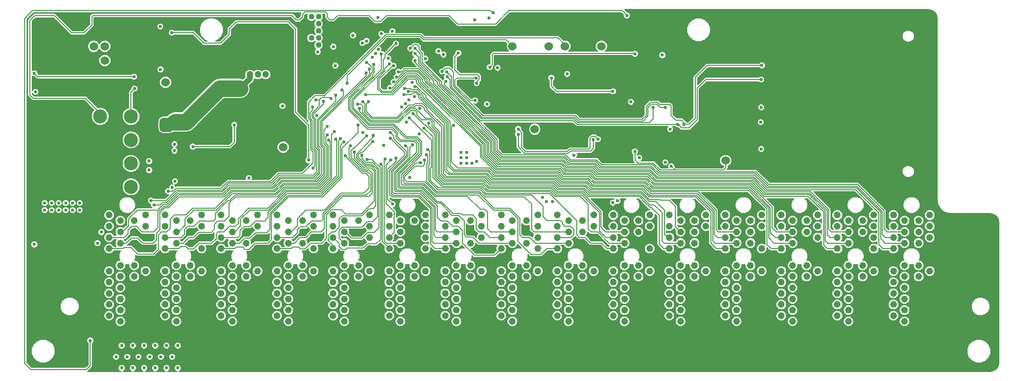
<source format=gbr>
G04 #@! TF.FileFunction,Copper,L3,Inr,Signal*
%FSLAX46Y46*%
G04 Gerber Fmt 4.6, Leading zero omitted, Abs format (unit mm)*
G04 Created by KiCad (PCBNEW 4.0.6-e0-6349~53~ubuntu14.04.1) date Mon Mar 27 12:46:03 2017*
%MOMM*%
%LPD*%
G01*
G04 APERTURE LIST*
%ADD10C,0.100000*%
%ADD11C,1.200000*%
%ADD12O,1.500000X2.400000*%
%ADD13C,1.230000*%
%ADD14C,1.016000*%
%ADD15C,1.524000*%
%ADD16C,2.700020*%
%ADD17C,2.500000*%
%ADD18C,0.600000*%
%ADD19C,0.150000*%
%ADD20C,1.500000*%
%ADD21C,3.000000*%
%ADD22C,1.000000*%
%ADD23C,0.200000*%
G04 APERTURE END LIST*
D10*
D11*
X91900000Y-85500000D03*
X93300000Y-85500000D03*
X94700000Y-85500000D03*
X96100000Y-85500000D03*
D12*
X91730000Y-78390000D03*
X91730000Y-82230000D03*
X96570000Y-78390000D03*
X96570000Y-82230000D03*
D13*
X148750000Y-129650000D03*
X146750000Y-128650000D03*
X148750000Y-127650000D03*
X146750000Y-126650000D03*
X148750000Y-125650000D03*
X146750000Y-124650000D03*
X148750000Y-123650000D03*
X146750000Y-122650000D03*
X148750000Y-121650000D03*
X146750000Y-120650000D03*
X148750000Y-119650000D03*
X146750000Y-116650000D03*
X148750000Y-115650000D03*
X146750000Y-114650000D03*
X148750000Y-113650000D03*
X146750000Y-112650000D03*
X148750000Y-111650000D03*
X146750000Y-110650000D03*
X151250000Y-129650000D03*
X153250000Y-128650000D03*
X151250000Y-127650000D03*
X153250000Y-126650000D03*
X151250000Y-125650000D03*
X153250000Y-124650000D03*
X151250000Y-123650000D03*
X153250000Y-122650000D03*
X151250000Y-121650000D03*
X153250000Y-120650000D03*
X151250000Y-119650000D03*
X153250000Y-116650000D03*
X151250000Y-115650000D03*
X153250000Y-114650000D03*
X151250000Y-113650000D03*
X153250000Y-112650000D03*
X151250000Y-111650000D03*
X153250000Y-110650000D03*
X138750000Y-129650000D03*
X136750000Y-128650000D03*
X138750000Y-127650000D03*
X136750000Y-126650000D03*
X138750000Y-125650000D03*
X136750000Y-124650000D03*
X138750000Y-123650000D03*
X136750000Y-122650000D03*
X138750000Y-121650000D03*
X136750000Y-120650000D03*
X138750000Y-119650000D03*
X136750000Y-116650000D03*
X138750000Y-115650000D03*
X136750000Y-114650000D03*
X138750000Y-113650000D03*
X136750000Y-112650000D03*
X138750000Y-111650000D03*
X136750000Y-110650000D03*
X141250000Y-129650000D03*
X143250000Y-128650000D03*
X141250000Y-127650000D03*
X143250000Y-126650000D03*
X141250000Y-125650000D03*
X143250000Y-124650000D03*
X141250000Y-123650000D03*
X143250000Y-122650000D03*
X141250000Y-121650000D03*
X143250000Y-120650000D03*
X141250000Y-119650000D03*
X143250000Y-116650000D03*
X141250000Y-115650000D03*
X143250000Y-114650000D03*
X141250000Y-113650000D03*
X143250000Y-112650000D03*
X141250000Y-111650000D03*
X143250000Y-110650000D03*
X128750000Y-129650000D03*
X126750000Y-128650000D03*
X128750000Y-127650000D03*
X126750000Y-126650000D03*
X128750000Y-125650000D03*
X126750000Y-124650000D03*
X128750000Y-123650000D03*
X126750000Y-122650000D03*
X128750000Y-121650000D03*
X126750000Y-120650000D03*
X128750000Y-119650000D03*
X126750000Y-116650000D03*
X128750000Y-115650000D03*
X126750000Y-114650000D03*
X128750000Y-113650000D03*
X126750000Y-112650000D03*
X128750000Y-111650000D03*
X126750000Y-110650000D03*
X131250000Y-129650000D03*
X133250000Y-128650000D03*
X131250000Y-127650000D03*
X133250000Y-126650000D03*
X131250000Y-125650000D03*
X133250000Y-124650000D03*
X131250000Y-123650000D03*
X133250000Y-122650000D03*
X131250000Y-121650000D03*
X133250000Y-120650000D03*
X131250000Y-119650000D03*
X133250000Y-116650000D03*
X131250000Y-115650000D03*
X133250000Y-114650000D03*
X131250000Y-113650000D03*
X133250000Y-112650000D03*
X131250000Y-111650000D03*
X133250000Y-110650000D03*
X118750000Y-129650000D03*
X116750000Y-128650000D03*
X118750000Y-127650000D03*
X116750000Y-126650000D03*
X118750000Y-125650000D03*
X116750000Y-124650000D03*
X118750000Y-123650000D03*
X116750000Y-122650000D03*
X118750000Y-121650000D03*
X116750000Y-120650000D03*
X118750000Y-119650000D03*
X116750000Y-116650000D03*
X118750000Y-115650000D03*
X116750000Y-114650000D03*
X118750000Y-113650000D03*
X116750000Y-112650000D03*
X118750000Y-111650000D03*
X116750000Y-110650000D03*
X121250000Y-129650000D03*
X123250000Y-128650000D03*
X121250000Y-127650000D03*
X123250000Y-126650000D03*
X121250000Y-125650000D03*
X123250000Y-124650000D03*
X121250000Y-123650000D03*
X123250000Y-122650000D03*
X121250000Y-121650000D03*
X123250000Y-120650000D03*
X121250000Y-119650000D03*
X123250000Y-116650000D03*
X121250000Y-115650000D03*
X123250000Y-114650000D03*
X121250000Y-113650000D03*
X123250000Y-112650000D03*
X121250000Y-111650000D03*
X123250000Y-110650000D03*
X108750000Y-129650000D03*
X106750000Y-128650000D03*
X108750000Y-127650000D03*
X106750000Y-126650000D03*
X108750000Y-125650000D03*
X106750000Y-124650000D03*
X108750000Y-123650000D03*
X106750000Y-122650000D03*
X108750000Y-121650000D03*
X106750000Y-120650000D03*
X108750000Y-119650000D03*
X106750000Y-116650000D03*
X108750000Y-115650000D03*
X106750000Y-114650000D03*
X108750000Y-113650000D03*
X106750000Y-112650000D03*
X108750000Y-111650000D03*
X106750000Y-110650000D03*
X111250000Y-129650000D03*
X113250000Y-128650000D03*
X111250000Y-127650000D03*
X113250000Y-126650000D03*
X111250000Y-125650000D03*
X113250000Y-124650000D03*
X111250000Y-123650000D03*
X113250000Y-122650000D03*
X111250000Y-121650000D03*
X113250000Y-120650000D03*
X111250000Y-119650000D03*
X113250000Y-116650000D03*
X111250000Y-115650000D03*
X113250000Y-114650000D03*
X111250000Y-113650000D03*
X113250000Y-112650000D03*
X111250000Y-111650000D03*
X113250000Y-110650000D03*
X98750000Y-129650000D03*
X96750000Y-128650000D03*
X98750000Y-127650000D03*
X96750000Y-126650000D03*
X98750000Y-125650000D03*
X96750000Y-124650000D03*
X98750000Y-123650000D03*
X96750000Y-122650000D03*
X98750000Y-121650000D03*
X96750000Y-120650000D03*
X98750000Y-119650000D03*
X96750000Y-116650000D03*
X98750000Y-115650000D03*
X96750000Y-114650000D03*
X98750000Y-113650000D03*
X96750000Y-112650000D03*
X98750000Y-111650000D03*
X96750000Y-110650000D03*
X101250000Y-129650000D03*
X103250000Y-128650000D03*
X101250000Y-127650000D03*
X103250000Y-126650000D03*
X101250000Y-125650000D03*
X103250000Y-124650000D03*
X101250000Y-123650000D03*
X103250000Y-122650000D03*
X101250000Y-121650000D03*
X103250000Y-120650000D03*
X101250000Y-119650000D03*
X103250000Y-116650000D03*
X101250000Y-115650000D03*
X103250000Y-114650000D03*
X101250000Y-113650000D03*
X103250000Y-112650000D03*
X101250000Y-111650000D03*
X103250000Y-110650000D03*
X88750000Y-129650000D03*
X86750000Y-128650000D03*
X88750000Y-127650000D03*
X86750000Y-126650000D03*
X88750000Y-125650000D03*
X86750000Y-124650000D03*
X88750000Y-123650000D03*
X86750000Y-122650000D03*
X88750000Y-121650000D03*
X86750000Y-120650000D03*
X88750000Y-119650000D03*
X86750000Y-116650000D03*
X88750000Y-115650000D03*
X86750000Y-114650000D03*
X88750000Y-113650000D03*
X86750000Y-112650000D03*
X88750000Y-111650000D03*
X86750000Y-110650000D03*
X91250000Y-129650000D03*
X93250000Y-128650000D03*
X91250000Y-127650000D03*
X93250000Y-126650000D03*
X91250000Y-125650000D03*
X93250000Y-124650000D03*
X91250000Y-123650000D03*
X93250000Y-122650000D03*
X91250000Y-121650000D03*
X93250000Y-120650000D03*
X91250000Y-119650000D03*
X93250000Y-116650000D03*
X91250000Y-115650000D03*
X93250000Y-114650000D03*
X91250000Y-113650000D03*
X93250000Y-112650000D03*
X91250000Y-111650000D03*
X93250000Y-110650000D03*
X78750000Y-129650000D03*
X76750000Y-128650000D03*
X78750000Y-127650000D03*
X76750000Y-126650000D03*
X78750000Y-125650000D03*
X76750000Y-124650000D03*
X78750000Y-123650000D03*
X76750000Y-122650000D03*
X78750000Y-121650000D03*
X76750000Y-120650000D03*
X78750000Y-119650000D03*
X76750000Y-116650000D03*
X78750000Y-115650000D03*
X76750000Y-114650000D03*
X78750000Y-113650000D03*
X76750000Y-112650000D03*
X78750000Y-111650000D03*
X76750000Y-110650000D03*
X81250000Y-129650000D03*
X83250000Y-128650000D03*
X81250000Y-127650000D03*
X83250000Y-126650000D03*
X81250000Y-125650000D03*
X83250000Y-124650000D03*
X81250000Y-123650000D03*
X83250000Y-122650000D03*
X81250000Y-121650000D03*
X83250000Y-120650000D03*
X81250000Y-119650000D03*
X83250000Y-116650000D03*
X81250000Y-115650000D03*
X83250000Y-114650000D03*
X81250000Y-113650000D03*
X83250000Y-112650000D03*
X81250000Y-111650000D03*
X83250000Y-110650000D03*
X68750000Y-129650000D03*
X66750000Y-128650000D03*
X68750000Y-127650000D03*
X66750000Y-126650000D03*
X68750000Y-125650000D03*
X66750000Y-124650000D03*
X68750000Y-123650000D03*
X66750000Y-122650000D03*
X68750000Y-121650000D03*
X66750000Y-120650000D03*
X68750000Y-119650000D03*
X66750000Y-116650000D03*
X68750000Y-115650000D03*
X66750000Y-114650000D03*
X68750000Y-113650000D03*
X66750000Y-112650000D03*
X68750000Y-111650000D03*
X66750000Y-110650000D03*
X71250000Y-129650000D03*
X73250000Y-128650000D03*
X71250000Y-127650000D03*
X73250000Y-126650000D03*
X71250000Y-125650000D03*
X73250000Y-124650000D03*
X71250000Y-123650000D03*
X73250000Y-122650000D03*
X71250000Y-121650000D03*
X73250000Y-120650000D03*
X71250000Y-119650000D03*
X73250000Y-116650000D03*
X71250000Y-115650000D03*
X73250000Y-114650000D03*
X71250000Y-113650000D03*
X73250000Y-112650000D03*
X71250000Y-111650000D03*
X73250000Y-110650000D03*
X208750000Y-129650000D03*
X206750000Y-128650000D03*
X208750000Y-127650000D03*
X206750000Y-126650000D03*
X208750000Y-125650000D03*
X206750000Y-124650000D03*
X208750000Y-123650000D03*
X206750000Y-122650000D03*
X208750000Y-121650000D03*
X206750000Y-120650000D03*
X208750000Y-119650000D03*
X206750000Y-116650000D03*
X208750000Y-115650000D03*
X206750000Y-114650000D03*
X208750000Y-113650000D03*
X206750000Y-112650000D03*
X208750000Y-111650000D03*
X206750000Y-110650000D03*
X211250000Y-129650000D03*
X213250000Y-128650000D03*
X211250000Y-127650000D03*
X213250000Y-126650000D03*
X211250000Y-125650000D03*
X213250000Y-124650000D03*
X211250000Y-123650000D03*
X213250000Y-122650000D03*
X211250000Y-121650000D03*
X213250000Y-120650000D03*
X211250000Y-119650000D03*
X213250000Y-116650000D03*
X211250000Y-115650000D03*
X213250000Y-114650000D03*
X211250000Y-113650000D03*
X213250000Y-112650000D03*
X211250000Y-111650000D03*
X213250000Y-110650000D03*
X198750000Y-129650000D03*
X196750000Y-128650000D03*
X198750000Y-127650000D03*
X196750000Y-126650000D03*
X198750000Y-125650000D03*
X196750000Y-124650000D03*
X198750000Y-123650000D03*
X196750000Y-122650000D03*
X198750000Y-121650000D03*
X196750000Y-120650000D03*
X198750000Y-119650000D03*
X196750000Y-116650000D03*
X198750000Y-115650000D03*
X196750000Y-114650000D03*
X198750000Y-113650000D03*
X196750000Y-112650000D03*
X198750000Y-111650000D03*
X196750000Y-110650000D03*
X201250000Y-129650000D03*
X203250000Y-128650000D03*
X201250000Y-127650000D03*
X203250000Y-126650000D03*
X201250000Y-125650000D03*
X203250000Y-124650000D03*
X201250000Y-123650000D03*
X203250000Y-122650000D03*
X201250000Y-121650000D03*
X203250000Y-120650000D03*
X201250000Y-119650000D03*
X203250000Y-116650000D03*
X201250000Y-115650000D03*
X203250000Y-114650000D03*
X201250000Y-113650000D03*
X203250000Y-112650000D03*
X201250000Y-111650000D03*
X203250000Y-110650000D03*
X188750000Y-129650000D03*
X186750000Y-128650000D03*
X188750000Y-127650000D03*
X186750000Y-126650000D03*
X188750000Y-125650000D03*
X186750000Y-124650000D03*
X188750000Y-123650000D03*
X186750000Y-122650000D03*
X188750000Y-121650000D03*
X186750000Y-120650000D03*
X188750000Y-119650000D03*
X186750000Y-116650000D03*
X188750000Y-115650000D03*
X186750000Y-114650000D03*
X188750000Y-113650000D03*
X186750000Y-112650000D03*
X188750000Y-111650000D03*
X186750000Y-110650000D03*
X191250000Y-129650000D03*
X193250000Y-128650000D03*
X191250000Y-127650000D03*
X193250000Y-126650000D03*
X191250000Y-125650000D03*
X193250000Y-124650000D03*
X191250000Y-123650000D03*
X193250000Y-122650000D03*
X191250000Y-121650000D03*
X193250000Y-120650000D03*
X191250000Y-119650000D03*
X193250000Y-116650000D03*
X191250000Y-115650000D03*
X193250000Y-114650000D03*
X191250000Y-113650000D03*
X193250000Y-112650000D03*
X191250000Y-111650000D03*
X193250000Y-110650000D03*
X178750000Y-129650000D03*
X176750000Y-128650000D03*
X178750000Y-127650000D03*
X176750000Y-126650000D03*
X178750000Y-125650000D03*
X176750000Y-124650000D03*
X178750000Y-123650000D03*
X176750000Y-122650000D03*
X178750000Y-121650000D03*
X176750000Y-120650000D03*
X178750000Y-119650000D03*
X176750000Y-116650000D03*
X178750000Y-115650000D03*
X176750000Y-114650000D03*
X178750000Y-113650000D03*
X176750000Y-112650000D03*
X178750000Y-111650000D03*
X176750000Y-110650000D03*
X181250000Y-129650000D03*
X183250000Y-128650000D03*
X181250000Y-127650000D03*
X183250000Y-126650000D03*
X181250000Y-125650000D03*
X183250000Y-124650000D03*
X181250000Y-123650000D03*
X183250000Y-122650000D03*
X181250000Y-121650000D03*
X183250000Y-120650000D03*
X181250000Y-119650000D03*
X183250000Y-116650000D03*
X181250000Y-115650000D03*
X183250000Y-114650000D03*
X181250000Y-113650000D03*
X183250000Y-112650000D03*
X181250000Y-111650000D03*
X183250000Y-110650000D03*
X168750000Y-129650000D03*
X166750000Y-128650000D03*
X168750000Y-127650000D03*
X166750000Y-126650000D03*
X168750000Y-125650000D03*
X166750000Y-124650000D03*
X168750000Y-123650000D03*
X166750000Y-122650000D03*
X168750000Y-121650000D03*
X166750000Y-120650000D03*
X168750000Y-119650000D03*
X166750000Y-116650000D03*
X168750000Y-115650000D03*
X166750000Y-114650000D03*
X168750000Y-113650000D03*
X166750000Y-112650000D03*
X168750000Y-111650000D03*
X166750000Y-110650000D03*
X171250000Y-129650000D03*
X173250000Y-128650000D03*
X171250000Y-127650000D03*
X173250000Y-126650000D03*
X171250000Y-125650000D03*
X173250000Y-124650000D03*
X171250000Y-123650000D03*
X173250000Y-122650000D03*
X171250000Y-121650000D03*
X173250000Y-120650000D03*
X171250000Y-119650000D03*
X173250000Y-116650000D03*
X171250000Y-115650000D03*
X173250000Y-114650000D03*
X171250000Y-113650000D03*
X173250000Y-112650000D03*
X171250000Y-111650000D03*
X173250000Y-110650000D03*
X158750000Y-129650000D03*
X156750000Y-128650000D03*
X158750000Y-127650000D03*
X156750000Y-126650000D03*
X158750000Y-125650000D03*
X156750000Y-124650000D03*
X158750000Y-123650000D03*
X156750000Y-122650000D03*
X158750000Y-121650000D03*
X156750000Y-120650000D03*
X158750000Y-119650000D03*
X156750000Y-116650000D03*
X158750000Y-115650000D03*
X156750000Y-114650000D03*
X158750000Y-113650000D03*
X156750000Y-112650000D03*
X158750000Y-111650000D03*
X156750000Y-110650000D03*
X161250000Y-129650000D03*
X163250000Y-128650000D03*
X161250000Y-127650000D03*
X163250000Y-126650000D03*
X161250000Y-125650000D03*
X163250000Y-124650000D03*
X161250000Y-123650000D03*
X163250000Y-122650000D03*
X161250000Y-121650000D03*
X163250000Y-120650000D03*
X161250000Y-119650000D03*
X163250000Y-116650000D03*
X161250000Y-115650000D03*
X163250000Y-114650000D03*
X161250000Y-113650000D03*
X163250000Y-112650000D03*
X161250000Y-111650000D03*
X163250000Y-110650000D03*
D14*
X102865000Y-75160000D03*
X104135000Y-75160000D03*
X102865000Y-76430000D03*
X104135000Y-76430000D03*
X102865000Y-77700000D03*
X104135000Y-77700000D03*
X102865000Y-78970000D03*
X104135000Y-78970000D03*
X102865000Y-80240000D03*
X104135000Y-80240000D03*
D15*
X148150000Y-75950000D03*
X154650000Y-75950000D03*
X148150000Y-80450000D03*
X154650000Y-80450000D03*
X138750000Y-75950000D03*
X145250000Y-75950000D03*
X138750000Y-80450000D03*
X145250000Y-80450000D03*
X66000000Y-80460000D03*
X66000000Y-83000000D03*
X64001020Y-83000000D03*
X64001020Y-80460000D03*
D16*
X61301000Y-75730520D03*
X61301000Y-87729480D03*
D15*
X142730000Y-95300000D03*
X145270000Y-95300000D03*
X97830000Y-98500000D03*
X100370000Y-98500000D03*
D17*
X65150000Y-105600000D03*
X70650000Y-105600000D03*
X65150000Y-101400000D03*
X70650000Y-101400000D03*
X65150000Y-97200000D03*
X70650000Y-97200000D03*
X65150000Y-93000000D03*
X70650000Y-93000000D03*
D15*
X76830000Y-86900000D03*
X79370000Y-86900000D03*
X176830000Y-100900000D03*
X179370000Y-100900000D03*
D18*
X161400000Y-100400000D03*
X166050000Y-101200000D03*
X75900000Y-76900000D03*
X145875000Y-108200000D03*
X149750000Y-99925000D03*
X130600000Y-100400000D03*
X130600000Y-99400000D03*
X129600000Y-99400000D03*
X129600000Y-100400000D03*
X129600000Y-101400000D03*
X148525000Y-85400000D03*
X165500000Y-82025000D03*
X97700000Y-91125000D03*
X183175000Y-91375000D03*
X116575000Y-82600000D03*
X107150000Y-83900000D03*
X123225000Y-82650000D03*
X110300000Y-78500000D03*
X166900000Y-95250000D03*
X103800000Y-92800000D03*
X120875000Y-86925000D03*
X122225000Y-91575000D03*
X115800000Y-98125000D03*
X112025000Y-95875000D03*
X64000000Y-131000000D03*
X64000000Y-130000000D03*
X64000000Y-129000000D03*
X64000000Y-128000000D03*
X64000000Y-127000000D03*
X64000000Y-126000000D03*
X64000000Y-125000000D03*
X64000000Y-124000000D03*
X64000000Y-123000000D03*
X65000000Y-131000000D03*
X65000000Y-130000000D03*
X65000000Y-127000000D03*
X65000000Y-126000000D03*
X65000000Y-125000000D03*
X65000000Y-124000000D03*
X65000000Y-123000000D03*
X65000000Y-122000000D03*
X65000000Y-121000000D03*
X65000000Y-120000000D03*
X64000000Y-120000000D03*
X64000000Y-121000000D03*
X64000000Y-122000000D03*
X71000000Y-131000000D03*
X72000000Y-131000000D03*
X73000000Y-131000000D03*
X74000000Y-131000000D03*
X81000000Y-131000000D03*
X82000000Y-131000000D03*
X83000000Y-131000000D03*
X84000000Y-131000000D03*
X91000000Y-131000000D03*
X92000000Y-131000000D03*
X93000000Y-131000000D03*
X94000000Y-131000000D03*
X101000000Y-131000000D03*
X102000000Y-131000000D03*
X103000000Y-131000000D03*
X104000000Y-131000000D03*
X111000000Y-131000000D03*
X112000000Y-131000000D03*
X113000000Y-131000000D03*
X114000000Y-131000000D03*
X121000000Y-131000000D03*
X122000000Y-131000000D03*
X123000000Y-131000000D03*
X124000000Y-131000000D03*
X131000000Y-131000000D03*
X132000000Y-131000000D03*
X133000000Y-131000000D03*
X134000000Y-131000000D03*
X141000000Y-131000000D03*
X142000000Y-131000000D03*
X143000000Y-131000000D03*
X144000000Y-131000000D03*
X151000000Y-131000000D03*
X152000000Y-131000000D03*
X153000000Y-131000000D03*
X154000000Y-131000000D03*
X161000000Y-131000000D03*
X162000000Y-131000000D03*
X163000000Y-131000000D03*
X164000000Y-131000000D03*
X171000000Y-131000000D03*
X172000000Y-131000000D03*
X173000000Y-131000000D03*
X174000000Y-131000000D03*
X181000000Y-131000000D03*
X182000000Y-131000000D03*
X183000000Y-131000000D03*
X184000000Y-131000000D03*
X191000000Y-131000000D03*
X192000000Y-131000000D03*
X193000000Y-131000000D03*
X194000000Y-131000000D03*
X201000000Y-131000000D03*
X202000000Y-131000000D03*
X203000000Y-131000000D03*
X204000000Y-131000000D03*
X211000000Y-131000000D03*
X212000000Y-131000000D03*
X213000000Y-131000000D03*
X214000000Y-131000000D03*
X77500000Y-95000000D03*
X78500000Y-94000000D03*
X76500000Y-95000000D03*
X76500000Y-94000000D03*
X77500000Y-94000000D03*
X131550000Y-101400000D03*
X132375000Y-101050000D03*
X130625000Y-101400000D03*
X75925000Y-84600000D03*
X91700000Y-104000000D03*
X77000000Y-138000000D03*
X79000000Y-138000000D03*
X78000000Y-136000000D03*
X76000000Y-136000000D03*
X74000000Y-136000000D03*
X72000000Y-136000000D03*
X70000000Y-136000000D03*
X71000000Y-138000000D03*
X73000000Y-138000000D03*
X75000000Y-138000000D03*
X79000000Y-134000000D03*
X77000000Y-134000000D03*
X75000000Y-134000000D03*
X73000000Y-134000000D03*
X71000000Y-134000000D03*
X69000000Y-134000000D03*
X68000000Y-136000000D03*
X53600000Y-88600000D03*
X69000000Y-138000000D03*
X160625000Y-81800000D03*
X134600000Y-75400000D03*
X134700000Y-84200000D03*
X73900000Y-102600000D03*
X73900000Y-101000000D03*
X103650000Y-90000000D03*
X106375000Y-89775000D03*
X74200000Y-108050000D03*
X105050000Y-90300000D03*
X74750000Y-108800000D03*
X77300000Y-106400000D03*
X117350000Y-108700000D03*
X117975000Y-100425000D03*
X109250000Y-87075000D03*
X102350000Y-100825000D03*
X119825000Y-94000000D03*
X77950000Y-78025000D03*
X115300000Y-101525000D03*
X116050000Y-100650000D03*
X117075000Y-100800000D03*
X116925000Y-96875000D03*
X116925000Y-95900000D03*
X119700000Y-98225000D03*
X120900000Y-98050000D03*
X113875000Y-96375000D03*
X113850000Y-97500000D03*
X112800000Y-100675000D03*
X111900000Y-99975000D03*
X111175000Y-94525000D03*
X108625000Y-97575000D03*
X108025000Y-97000000D03*
X107200000Y-97075000D03*
X110500000Y-99350000D03*
X112750000Y-96500000D03*
X109825000Y-98250000D03*
X108900000Y-100025000D03*
X113200000Y-84575000D03*
X112600000Y-85175000D03*
X108275000Y-88250000D03*
X107175000Y-89175000D03*
X112700000Y-83375000D03*
X113950000Y-83700000D03*
X115375000Y-81825000D03*
X117950000Y-79975000D03*
X122375000Y-101300000D03*
X123050000Y-100800000D03*
X123600000Y-98900000D03*
X123350000Y-99825000D03*
X120350000Y-93250000D03*
X123000000Y-95075000D03*
X121025000Y-92500000D03*
X123800000Y-94200000D03*
X114750000Y-75300000D03*
X111425000Y-91575000D03*
X117325000Y-77800000D03*
X111100000Y-90825000D03*
X125550000Y-81325000D03*
X112025000Y-90400000D03*
X126450000Y-81925000D03*
X113100000Y-90350000D03*
X107000000Y-95725000D03*
X118975000Y-91325000D03*
X105925000Y-97250000D03*
X119625000Y-90700000D03*
X120250000Y-90075000D03*
X105700000Y-96325000D03*
X105725000Y-94800000D03*
X121300000Y-89425000D03*
X119425000Y-89100000D03*
X120150000Y-88550000D03*
X119475000Y-88000000D03*
X121375000Y-87625000D03*
X128175000Y-94575000D03*
X122150000Y-96100000D03*
X112525000Y-89125000D03*
X116825000Y-83625000D03*
X117550000Y-83950000D03*
X116900000Y-87900000D03*
X117525000Y-86850000D03*
X118075000Y-85950000D03*
X118425000Y-85000000D03*
X121350000Y-82975000D03*
X121350000Y-81775000D03*
X121375000Y-80800000D03*
X120500000Y-80825000D03*
X81700000Y-98400000D03*
X89100000Y-94500000D03*
X183275000Y-83875000D03*
X126175000Y-84950000D03*
X169400000Y-94425000D03*
X183175000Y-86400000D03*
X126900000Y-86775000D03*
X168275000Y-94425000D03*
X183075000Y-94025000D03*
X127050000Y-85000000D03*
X166100000Y-91425000D03*
X183175000Y-98825000D03*
X127075000Y-85900000D03*
X163900000Y-91400000D03*
X112700000Y-79500000D03*
X111950000Y-79875000D03*
X114800000Y-81000000D03*
X106775000Y-80525000D03*
X104000000Y-81450000D03*
X115350000Y-78225000D03*
X114325000Y-81750000D03*
X113775000Y-82400000D03*
X55250000Y-109750000D03*
X56500000Y-109750000D03*
X57750000Y-109750000D03*
X59000000Y-109750000D03*
X60250000Y-109750000D03*
X61500000Y-109750000D03*
X61500000Y-108500000D03*
X55250000Y-108500000D03*
X57750000Y-108500000D03*
X56500000Y-108500000D03*
X59000000Y-108500000D03*
X60250000Y-108500000D03*
X65375000Y-113700000D03*
X78500000Y-104600000D03*
X157475000Y-108100000D03*
X64675000Y-115675000D03*
X78000000Y-105700000D03*
X156675000Y-108425000D03*
X53400000Y-115900000D03*
X132000000Y-75750000D03*
X63400000Y-133100000D03*
X135300000Y-74500000D03*
X134200000Y-90800000D03*
X136100000Y-84300000D03*
X132075000Y-90150000D03*
X132275000Y-86100000D03*
X53400000Y-85300000D03*
X71200000Y-85900000D03*
X132350000Y-87075000D03*
X129100000Y-81675000D03*
X159175000Y-74950000D03*
X159900000Y-90400000D03*
X156700000Y-88500000D03*
X145700000Y-86100000D03*
X153200000Y-97175000D03*
X139775000Y-96175000D03*
X78425000Y-97975000D03*
X144825000Y-108200000D03*
X154025000Y-97050000D03*
X139775000Y-95250000D03*
X78425000Y-99125000D03*
X144100000Y-107500000D03*
X120425000Y-103925000D03*
X103175000Y-102200000D03*
X103050000Y-91275000D03*
X71300000Y-88000000D03*
X167100000Y-101900000D03*
X160600000Y-99300000D03*
D19*
X64000000Y-121000000D02*
X64000000Y-122000000D01*
X65000000Y-122000000D02*
X65000000Y-121000000D01*
X65000000Y-126000000D02*
X65000000Y-125000000D01*
X64000000Y-128000000D02*
X64000000Y-129000000D01*
X64000000Y-124000000D02*
X64000000Y-125000000D01*
X64000000Y-126000000D02*
X64000000Y-127000000D01*
X64000000Y-130000000D02*
X64000000Y-131000000D01*
X65000000Y-130000000D02*
X65000000Y-127000000D01*
X65000000Y-124000000D02*
X65000000Y-123000000D01*
X65000000Y-120000000D02*
X64000000Y-120000000D01*
X71000000Y-129900000D02*
X71000000Y-131000000D01*
X72000000Y-131000000D02*
X73000000Y-131000000D01*
X74000000Y-131000000D02*
X81000000Y-131000000D01*
X82000000Y-131000000D02*
X83000000Y-131000000D01*
X84000000Y-131000000D02*
X91000000Y-131000000D01*
X92000000Y-131000000D02*
X93000000Y-131000000D01*
X94000000Y-131000000D02*
X101000000Y-131000000D01*
X102000000Y-131000000D02*
X103000000Y-131000000D01*
X104000000Y-131000000D02*
X111000000Y-131000000D01*
X112000000Y-131000000D02*
X113000000Y-131000000D01*
X114000000Y-131000000D02*
X121000000Y-131000000D01*
X122000000Y-131000000D02*
X123000000Y-131000000D01*
X124000000Y-131000000D02*
X131000000Y-131000000D01*
X132000000Y-131000000D02*
X133000000Y-131000000D01*
X134000000Y-131000000D02*
X141000000Y-131000000D01*
X142000000Y-131000000D02*
X143000000Y-131000000D01*
X144000000Y-131000000D02*
X151000000Y-131000000D01*
X152000000Y-131000000D02*
X153000000Y-131000000D01*
X154000000Y-131000000D02*
X161000000Y-131000000D01*
X162000000Y-131000000D02*
X163000000Y-131000000D01*
X164000000Y-131000000D02*
X171000000Y-131000000D01*
X172000000Y-131000000D02*
X173000000Y-131000000D01*
X174000000Y-131000000D02*
X181000000Y-131000000D01*
X182000000Y-131000000D02*
X183000000Y-131000000D01*
X184000000Y-131000000D02*
X191000000Y-131000000D01*
X192000000Y-131000000D02*
X193000000Y-131000000D01*
X194000000Y-131000000D02*
X201000000Y-131000000D01*
X202000000Y-131000000D02*
X203000000Y-131000000D01*
X204000000Y-131000000D02*
X211000000Y-131000000D01*
X212000000Y-131000000D02*
X213000000Y-131000000D01*
D20*
X77500000Y-95000000D02*
X76500000Y-95000000D01*
X76500000Y-95000000D02*
X76500000Y-94000000D01*
X76500000Y-94000000D02*
X77500000Y-94000000D01*
D21*
X78500000Y-94000000D02*
X80500000Y-94000000D01*
X80500000Y-94000000D02*
X81900000Y-92600000D01*
D22*
X91900000Y-85500000D02*
X91900000Y-86200000D01*
D21*
X86500000Y-88000000D02*
X81900000Y-92600000D01*
X90100000Y-88000000D02*
X86500000Y-88000000D01*
D22*
X91900000Y-86200000D02*
X90100000Y-88000000D01*
D19*
X151025000Y-81700000D02*
X160525000Y-81700000D01*
X160525000Y-81700000D02*
X160625000Y-81800000D01*
X134700000Y-84200000D02*
X135125000Y-83775000D01*
X135125000Y-83775000D02*
X135125000Y-82000000D01*
X135125000Y-82000000D02*
X135425000Y-81700000D01*
X135425000Y-81700000D02*
X151025000Y-81700000D01*
X151025000Y-81700000D02*
X151050000Y-81700000D01*
X103650000Y-90000000D02*
X104225734Y-90000000D01*
X104225734Y-90000000D02*
X104262867Y-90037133D01*
X104262867Y-90037133D02*
X104675000Y-89625000D01*
X104675000Y-89625000D02*
X106225000Y-89625000D01*
X106225000Y-89625000D02*
X106375000Y-89775000D01*
X103299980Y-93549246D02*
X102949998Y-93199264D01*
X103299980Y-94050000D02*
X103299980Y-93549246D01*
X76927936Y-108050000D02*
X78802944Y-106174992D01*
X78802944Y-106174992D02*
X86855146Y-106174992D01*
X86855146Y-106174992D02*
X88055154Y-104974984D01*
X88055154Y-104974984D02*
X95684558Y-104974984D01*
X95684558Y-104974984D02*
X97159568Y-103499974D01*
X97159568Y-103499974D02*
X103226494Y-103499974D01*
X103226494Y-103499974D02*
X103774974Y-102951494D01*
X103774974Y-102951494D02*
X103774974Y-99142634D01*
X103774974Y-99142634D02*
X103299980Y-98667640D01*
X103299980Y-98667640D02*
X103299980Y-94050000D01*
X76927936Y-108050000D02*
X74200000Y-108050000D01*
X104262867Y-91137867D02*
X104262867Y-90037133D01*
X102949998Y-92450736D02*
X104262867Y-91137867D01*
X102949998Y-93199264D02*
X102949998Y-92450736D01*
X74750000Y-108800000D02*
X75927202Y-108800000D01*
X105050000Y-90775000D02*
X105050000Y-90300000D01*
X103250000Y-92575000D02*
X105050000Y-90775000D01*
X103250000Y-93075000D02*
X103250000Y-92575000D01*
X103599982Y-93424982D02*
X103250000Y-93075000D01*
X103599982Y-98543376D02*
X103599982Y-93424982D01*
X104074976Y-99018370D02*
X103599982Y-98543376D01*
X104074976Y-103075758D02*
X104074976Y-99018370D01*
X103350758Y-103799976D02*
X104074976Y-103075758D01*
X97283832Y-103799976D02*
X103350758Y-103799976D01*
X95808822Y-105274986D02*
X97283832Y-103799976D01*
X88179418Y-105274986D02*
X95808822Y-105274986D01*
X86979410Y-106474994D02*
X88179418Y-105274986D01*
X78927208Y-106474994D02*
X86979410Y-106474994D01*
X76952208Y-108449994D02*
X78927208Y-106474994D01*
X76277208Y-108449994D02*
X76952208Y-108449994D01*
X75927202Y-108800000D02*
X76277208Y-108449994D01*
X77300000Y-106400000D02*
X78153670Y-106400000D01*
X103174970Y-99875000D02*
X103174970Y-101325030D01*
X86730882Y-105874990D02*
X78678680Y-105874990D01*
X87930890Y-104674982D02*
X86730882Y-105874990D01*
X95560294Y-104674982D02*
X87930890Y-104674982D01*
X97035304Y-103199972D02*
X95560294Y-104674982D01*
X101300028Y-103199972D02*
X97035304Y-103199972D01*
X103174970Y-101325030D02*
X101300028Y-103199972D01*
X78153670Y-106400000D02*
X78678680Y-105874990D01*
X148150000Y-80450000D02*
X148150000Y-80200000D01*
X148150000Y-80200000D02*
X146900000Y-78950000D01*
X105225367Y-89300367D02*
X103474633Y-89300367D01*
X103174970Y-99391162D02*
X103174970Y-99875000D01*
X103174970Y-99875000D02*
X103174970Y-99925000D01*
X102699976Y-98916168D02*
X103174970Y-99391162D01*
X102699976Y-93797774D02*
X102699976Y-98916168D01*
X102349994Y-93447792D02*
X102699976Y-93797774D01*
X102349994Y-90425006D02*
X102349994Y-93447792D01*
X103474633Y-89300367D02*
X102349994Y-90425006D01*
X117975000Y-101000734D02*
X116475002Y-102500732D01*
X116475002Y-102500732D02*
X116475002Y-107825002D01*
X116475002Y-107825002D02*
X117350000Y-108700000D01*
X117975000Y-100425000D02*
X117975000Y-101000734D01*
X146900000Y-78950000D02*
X122973532Y-78950000D01*
X122973532Y-78950000D02*
X122398530Y-78374998D01*
X122398530Y-78374998D02*
X116150736Y-78374998D01*
X116150736Y-78374998D02*
X105225367Y-89300367D01*
X105225367Y-89300367D02*
X105200736Y-89324998D01*
X138750000Y-80450000D02*
X137575000Y-79275000D01*
X137575000Y-79275000D02*
X136825000Y-79275000D01*
X122250000Y-78675000D02*
X122850000Y-79275000D01*
X122850000Y-79275000D02*
X136825000Y-79275000D01*
X109250000Y-85700000D02*
X109250000Y-87075000D01*
X116275000Y-78675000D02*
X109250000Y-85700000D01*
X122274266Y-78675000D02*
X122250000Y-78675000D01*
X122250000Y-78675000D02*
X116275000Y-78675000D01*
X77950000Y-78025000D02*
X81800000Y-78025000D01*
X98750000Y-76100000D02*
X100050000Y-77400000D01*
X89425000Y-76100000D02*
X98750000Y-76100000D01*
X88200000Y-77325000D02*
X89425000Y-76100000D01*
X88200000Y-78350000D02*
X88200000Y-77325000D01*
X86650000Y-79900000D02*
X88200000Y-78350000D01*
X83675000Y-79900000D02*
X86650000Y-79900000D01*
X81800000Y-78025000D02*
X83675000Y-79900000D01*
X100050000Y-92275000D02*
X102399974Y-94624974D01*
X100050000Y-92275000D02*
X100050000Y-77400000D01*
X102399974Y-100775026D02*
X102350000Y-100825000D01*
X102399974Y-94624974D02*
X102399974Y-100775026D01*
X116750000Y-116650000D02*
X116750000Y-116574266D01*
X116750000Y-116574266D02*
X115549998Y-115374264D01*
X115549998Y-115374264D02*
X115549998Y-101774998D01*
X115549998Y-101774998D02*
X115300000Y-101525000D01*
X118750000Y-115650000D02*
X116250000Y-115650000D01*
X115850000Y-100850000D02*
X116050000Y-100650000D01*
X115850000Y-115250000D02*
X115850000Y-100850000D01*
X116250000Y-115650000D02*
X115850000Y-115250000D01*
X116750000Y-114650000D02*
X117625000Y-113775000D01*
X116175000Y-101700000D02*
X117075000Y-100800000D01*
X116175000Y-108550000D02*
X116175000Y-101700000D01*
X117625000Y-110000000D02*
X116175000Y-108550000D01*
X117625000Y-113775000D02*
X117625000Y-110000000D01*
X126750000Y-116650000D02*
X124900000Y-116650000D01*
X119475000Y-99425000D02*
X116925000Y-96875000D01*
X119475000Y-99925000D02*
X119475000Y-99425000D01*
X116775004Y-102624996D02*
X119475000Y-99925000D01*
X116775004Y-106875004D02*
X116775004Y-102624996D01*
X117300000Y-107400000D02*
X116775004Y-106875004D01*
X122000000Y-107400000D02*
X117300000Y-107400000D01*
X124125000Y-109525000D02*
X122000000Y-107400000D01*
X124125000Y-115875000D02*
X124125000Y-109525000D01*
X124900000Y-116650000D02*
X124125000Y-115875000D01*
X124650000Y-115650000D02*
X124425002Y-115425002D01*
X124425002Y-115425002D02*
X124425002Y-109400736D01*
X124425002Y-109400736D02*
X122124264Y-107099998D01*
X122124264Y-107099998D02*
X117424264Y-107099998D01*
X117424264Y-107099998D02*
X117100000Y-106775734D01*
X117100000Y-106775734D02*
X117100000Y-102724266D01*
X117100000Y-102724266D02*
X119800000Y-100024266D01*
X119800000Y-100024266D02*
X119800000Y-99250000D01*
X119800000Y-99250000D02*
X117525000Y-96975000D01*
X117525000Y-96975000D02*
X117525000Y-96500000D01*
X117525000Y-96500000D02*
X116925000Y-95900000D01*
X124650000Y-115650000D02*
X128750000Y-115650000D01*
X126750000Y-114650000D02*
X125100004Y-114650000D01*
X120100002Y-98625002D02*
X119700000Y-98225000D01*
X120100002Y-100148530D02*
X120100002Y-98625002D01*
X117400002Y-102848530D02*
X120100002Y-100148530D01*
X117400002Y-106550000D02*
X117400002Y-102848530D01*
X117649998Y-106799996D02*
X117400002Y-106550000D01*
X122248528Y-106799996D02*
X117649998Y-106799996D01*
X124725004Y-109276472D02*
X122248528Y-106799996D01*
X124725004Y-114275000D02*
X124725004Y-109276472D01*
X125100004Y-114650000D02*
X124725004Y-114275000D01*
X128750000Y-113650000D02*
X125350006Y-113650000D01*
X120400004Y-98549996D02*
X120900000Y-98050000D01*
X120400004Y-100272794D02*
X120400004Y-98549996D01*
X117700004Y-102972794D02*
X120400004Y-100272794D01*
X117700004Y-106200000D02*
X117700004Y-102972794D01*
X117999998Y-106499994D02*
X117700004Y-106200000D01*
X122374994Y-106499994D02*
X117999998Y-106499994D01*
X125025006Y-109150006D02*
X122374994Y-106499994D01*
X125025006Y-113325000D02*
X125025006Y-109150006D01*
X125350006Y-113650000D02*
X125025006Y-113325000D01*
X106750000Y-116650000D02*
X106750000Y-116075000D01*
X106750000Y-116075000D02*
X105875000Y-115200000D01*
X105875000Y-115200000D02*
X105875000Y-114275000D01*
X105875000Y-114275000D02*
X106525000Y-113625000D01*
X106525000Y-113625000D02*
X107025000Y-113625000D01*
X107025000Y-113625000D02*
X107850000Y-112800000D01*
X107850000Y-112800000D02*
X107850000Y-111275000D01*
X107850000Y-111275000D02*
X108375000Y-110750000D01*
X108375000Y-110750000D02*
X111875000Y-110750000D01*
X111875000Y-110750000D02*
X113150000Y-109475000D01*
X113150000Y-109475000D02*
X113874990Y-109475000D01*
X113874990Y-109475000D02*
X114349990Y-109000000D01*
X114349990Y-109000000D02*
X114349990Y-102622788D01*
X114349990Y-102622788D02*
X113652206Y-101925004D01*
X113652206Y-101925004D02*
X112426472Y-101925004D01*
X112426472Y-101925004D02*
X110924998Y-100423530D01*
X110924998Y-100423530D02*
X110924998Y-99750736D01*
X110924998Y-99750736D02*
X113250000Y-97425734D01*
X113250000Y-97425734D02*
X113250000Y-97300000D01*
X113250000Y-97300000D02*
X113875000Y-96675000D01*
X113875000Y-96675000D02*
X113875000Y-96375000D01*
X108750000Y-115650000D02*
X107850000Y-114750000D01*
X111950000Y-99400000D02*
X113850000Y-97500000D01*
X111700000Y-99400000D02*
X111950000Y-99400000D01*
X111225000Y-99875000D02*
X111700000Y-99400000D01*
X111225000Y-100299266D02*
X111225000Y-99875000D01*
X112550736Y-101625002D02*
X111225000Y-100299266D01*
X113776470Y-101625002D02*
X112550736Y-101625002D01*
X114649992Y-102498524D02*
X113776470Y-101625002D01*
X114649992Y-110925000D02*
X114649992Y-102498524D01*
X113799992Y-111775000D02*
X114649992Y-110925000D01*
X112900000Y-111775000D02*
X113799992Y-111775000D01*
X111900000Y-112775000D02*
X112900000Y-111775000D01*
X108400000Y-112775000D02*
X111900000Y-112775000D01*
X107850000Y-113325000D02*
X108400000Y-112775000D01*
X107850000Y-114750000D02*
X107850000Y-113325000D01*
X109400000Y-116550000D02*
X109250000Y-116550000D01*
X113675000Y-100675000D02*
X112800000Y-100675000D01*
X115249996Y-102249996D02*
X113675000Y-100675000D01*
X115249996Y-114975000D02*
X115249996Y-102249996D01*
X114449996Y-115775000D02*
X115249996Y-114975000D01*
X112900000Y-115775000D02*
X114449996Y-115775000D01*
X112125000Y-116550000D02*
X112900000Y-115775000D01*
X109400000Y-116550000D02*
X112125000Y-116550000D01*
X107775000Y-115675000D02*
X106750000Y-114650000D01*
X107775000Y-116250000D02*
X107775000Y-115675000D01*
X108275000Y-116750000D02*
X107775000Y-116250000D01*
X109050000Y-116750000D02*
X108275000Y-116750000D01*
X109250000Y-116550000D02*
X109050000Y-116750000D01*
X106750000Y-114650000D02*
X106750000Y-114800000D01*
X108750000Y-113650000D02*
X108875000Y-113650000D01*
X108875000Y-113650000D02*
X110000000Y-114775000D01*
X110000000Y-114775000D02*
X111875000Y-114775000D01*
X111875000Y-114775000D02*
X112875000Y-113775000D01*
X112875000Y-113775000D02*
X114099994Y-113775000D01*
X114099994Y-113775000D02*
X114949994Y-112925000D01*
X114949994Y-112925000D02*
X114949994Y-102374260D01*
X114949994Y-102374260D02*
X113900734Y-101325000D01*
X113900734Y-101325000D02*
X112675000Y-101325000D01*
X112675000Y-101325000D02*
X111900000Y-100550000D01*
X111900000Y-100550000D02*
X111900000Y-99975000D01*
X107650000Y-104591926D02*
X108325000Y-103916926D01*
X111175000Y-95850000D02*
X111175000Y-94525000D01*
X108325000Y-98700000D02*
X111175000Y-95850000D01*
X108325000Y-98950000D02*
X108325000Y-98700000D01*
X108325000Y-103916926D02*
X108325000Y-98950000D01*
X104841926Y-107400000D02*
X104575000Y-107400000D01*
X107675000Y-104566926D02*
X107650000Y-104591926D01*
X107650000Y-104591926D02*
X104841926Y-107400000D01*
X86750000Y-116650000D02*
X89200000Y-116650000D01*
X89200000Y-116650000D02*
X89450000Y-116400000D01*
X89450000Y-116400000D02*
X90625000Y-116400000D01*
X90625000Y-116400000D02*
X90975000Y-116750000D01*
X90975000Y-116750000D02*
X91750000Y-116750000D01*
X91750000Y-116750000D02*
X92825000Y-115675000D01*
X92825000Y-115675000D02*
X95150000Y-115675000D01*
X95150000Y-115675000D02*
X95725000Y-115100000D01*
X95725000Y-115100000D02*
X95725000Y-110450000D01*
X95725000Y-110450000D02*
X98775000Y-107400000D01*
X98775000Y-107400000D02*
X104575000Y-107400000D01*
X107374998Y-104442662D02*
X108024998Y-103792662D01*
X90050000Y-115650000D02*
X90925000Y-114775000D01*
X90925000Y-114775000D02*
X91900000Y-114775000D01*
X91900000Y-114775000D02*
X92875000Y-113800000D01*
X92875000Y-113800000D02*
X94874998Y-113800000D01*
X94874998Y-113800000D02*
X95424998Y-113250000D01*
X95424998Y-113250000D02*
X95424998Y-110325736D01*
X95424998Y-110325736D02*
X98650736Y-107099998D01*
X98650736Y-107099998D02*
X104600000Y-107099998D01*
X88750000Y-115650000D02*
X90050000Y-115650000D01*
X107374998Y-104442662D02*
X104717662Y-107099998D01*
X104717662Y-107099998D02*
X104600000Y-107099998D01*
X108024998Y-98175002D02*
X108625000Y-97575000D01*
X108024998Y-103792662D02*
X108024998Y-98175002D01*
X107071697Y-104321697D02*
X107724996Y-103668398D01*
X107724996Y-97300004D02*
X108025000Y-97000000D01*
X107724996Y-103668398D02*
X107724996Y-97300004D01*
X104593398Y-106799996D02*
X104225000Y-106799996D01*
X107074996Y-104318398D02*
X107071697Y-104321697D01*
X107071697Y-104321697D02*
X104593398Y-106799996D01*
X86750000Y-114650000D02*
X89750000Y-114650000D01*
X98526472Y-106799996D02*
X104225000Y-106799996D01*
X95124996Y-110201472D02*
X98526472Y-106799996D01*
X95124996Y-111075000D02*
X95124996Y-110201472D01*
X94474996Y-111725000D02*
X95124996Y-111075000D01*
X92875000Y-111725000D02*
X94474996Y-111725000D01*
X91900000Y-112700000D02*
X92875000Y-111725000D01*
X90825000Y-112700000D02*
X91900000Y-112700000D01*
X90125000Y-113400000D02*
X90825000Y-112700000D01*
X90125000Y-114275000D02*
X90125000Y-113400000D01*
X89750000Y-114650000D02*
X90125000Y-114275000D01*
X106747064Y-104222064D02*
X107424994Y-103544134D01*
X107424994Y-97299994D02*
X107200000Y-97075000D01*
X107424994Y-103544134D02*
X107424994Y-97299994D01*
X104469134Y-106499994D02*
X104225000Y-106499994D01*
X106774994Y-104194134D02*
X106747064Y-104222064D01*
X106747064Y-104222064D02*
X104469134Y-106499994D01*
X88750000Y-113650000D02*
X89150000Y-113650000D01*
X89150000Y-113650000D02*
X90200000Y-112600000D01*
X98402208Y-106499994D02*
X104225000Y-106499994D01*
X95152202Y-109750000D02*
X98402208Y-106499994D01*
X91850000Y-109750000D02*
X95152202Y-109750000D01*
X90200000Y-111400000D02*
X91850000Y-109750000D01*
X90200000Y-112600000D02*
X90200000Y-111400000D01*
X96750000Y-116650000D02*
X97525000Y-116650000D01*
X110500000Y-100422798D02*
X110500000Y-99350000D01*
X112302208Y-102225006D02*
X110500000Y-100422798D01*
X113527942Y-102225006D02*
X112302208Y-102225006D01*
X114049988Y-102747052D02*
X113527942Y-102225006D01*
X114049988Y-108150746D02*
X114049988Y-102747052D01*
X111750736Y-110449998D02*
X114049988Y-108150746D01*
X108950000Y-110449998D02*
X111750736Y-110449998D01*
X108200002Y-109700000D02*
X108950000Y-110449998D01*
X106450000Y-109700000D02*
X108200002Y-109700000D01*
X105525000Y-110625000D02*
X106450000Y-109700000D01*
X105525000Y-114875000D02*
X105525000Y-110625000D01*
X104750000Y-115650000D02*
X105525000Y-114875000D01*
X102750000Y-115650000D02*
X104750000Y-115650000D01*
X101725000Y-116675000D02*
X102750000Y-115650000D01*
X100850000Y-116675000D02*
X101725000Y-116675000D01*
X100575000Y-116400000D02*
X100850000Y-116675000D01*
X99500000Y-116400000D02*
X100575000Y-116400000D01*
X99250000Y-116650000D02*
X99500000Y-116400000D01*
X97525000Y-116650000D02*
X99250000Y-116650000D01*
X96750000Y-116650000D02*
X96750000Y-116349266D01*
X98750000Y-115650000D02*
X99825000Y-115650000D01*
X110550000Y-98700000D02*
X112750000Y-96500000D01*
X110350000Y-98700000D02*
X110550000Y-98700000D01*
X109900000Y-99150000D02*
X110350000Y-98700000D01*
X109900000Y-100247064D02*
X109900000Y-99150000D01*
X112177944Y-102525008D02*
X109900000Y-100247064D01*
X113150000Y-102525008D02*
X112177944Y-102525008D01*
X113749986Y-103124994D02*
X113150000Y-102525008D01*
X113749986Y-106725000D02*
X113749986Y-103124994D01*
X113124986Y-107350000D02*
X113749986Y-106725000D01*
X108375734Y-107350000D02*
X113124986Y-107350000D01*
X105224998Y-110500736D02*
X108375734Y-107350000D01*
X105224998Y-113100000D02*
X105224998Y-110500736D01*
X104624998Y-113700000D02*
X105224998Y-113100000D01*
X102850000Y-113700000D02*
X104624998Y-113700000D01*
X101850000Y-114700000D02*
X102850000Y-113700000D01*
X100775000Y-114700000D02*
X101850000Y-114700000D01*
X99825000Y-115650000D02*
X100775000Y-114700000D01*
X96750000Y-114650000D02*
X99525000Y-114650000D01*
X109599998Y-98475002D02*
X109825000Y-98250000D01*
X109599998Y-100371328D02*
X109599998Y-98475002D01*
X112053680Y-102825010D02*
X109599998Y-100371328D01*
X112825000Y-102825010D02*
X112053680Y-102825010D01*
X113449984Y-103449994D02*
X112825000Y-102825010D01*
X113449984Y-106275000D02*
X113449984Y-103449994D01*
X112674986Y-107049998D02*
X113449984Y-106275000D01*
X108251470Y-107049998D02*
X112674986Y-107049998D01*
X104924996Y-110376472D02*
X108251470Y-107049998D01*
X104924996Y-111450000D02*
X104924996Y-110376472D01*
X104649996Y-111725000D02*
X104924996Y-111450000D01*
X102875000Y-111725000D02*
X104649996Y-111725000D01*
X101850000Y-112750000D02*
X102875000Y-111725000D01*
X100875000Y-112750000D02*
X101850000Y-112750000D01*
X100350000Y-113275000D02*
X100875000Y-112750000D01*
X100350000Y-113825000D02*
X100350000Y-113275000D01*
X99525000Y-114650000D02*
X100350000Y-113825000D01*
X109200000Y-100395596D02*
X108900000Y-100095596D01*
X108900000Y-100095596D02*
X108900000Y-100025000D01*
X98750000Y-113650000D02*
X99275000Y-113650000D01*
X99275000Y-113650000D02*
X100350000Y-112575000D01*
X100350000Y-112575000D02*
X100350000Y-111275000D01*
X100350000Y-111275000D02*
X101900000Y-109725000D01*
X101900000Y-109725000D02*
X105152202Y-109725000D01*
X105152202Y-109725000D02*
X108127206Y-106749996D01*
X108127206Y-106749996D02*
X112224986Y-106749996D01*
X112224986Y-106749996D02*
X113149982Y-105825000D01*
X113149982Y-105825000D02*
X113149982Y-103724994D01*
X113149982Y-103724994D02*
X112550000Y-103125012D01*
X112550000Y-103125012D02*
X111929416Y-103125012D01*
X111929416Y-103125012D02*
X109200000Y-100395596D01*
X109200000Y-100395596D02*
X109175000Y-100370596D01*
X105274984Y-100200000D02*
X105274984Y-103572814D01*
X103847814Y-104999984D02*
X103650000Y-104999984D01*
X105274984Y-103572814D02*
X103847814Y-104999984D01*
X66750000Y-116650000D02*
X69200000Y-116650000D01*
X97780888Y-104999984D02*
X103650000Y-104999984D01*
X96305878Y-106474994D02*
X97780888Y-104999984D01*
X88676474Y-106474994D02*
X96305878Y-106474994D01*
X85726470Y-109424998D02*
X88676474Y-106474994D01*
X81625002Y-109424998D02*
X85726470Y-109424998D01*
X80450000Y-110600000D02*
X81625002Y-109424998D01*
X78400000Y-110600000D02*
X80450000Y-110600000D01*
X77650000Y-111350000D02*
X78400000Y-110600000D01*
X77650000Y-113050000D02*
X77650000Y-111350000D01*
X77025000Y-113675000D02*
X77650000Y-113050000D01*
X76100000Y-113675000D02*
X77025000Y-113675000D01*
X75525000Y-114250000D02*
X76100000Y-113675000D01*
X75525000Y-116750000D02*
X75525000Y-114250000D01*
X74675000Y-117600000D02*
X75525000Y-116750000D01*
X71825000Y-117600000D02*
X74675000Y-117600000D01*
X70650000Y-116425000D02*
X71825000Y-117600000D01*
X69425000Y-116425000D02*
X70650000Y-116425000D01*
X69200000Y-116650000D02*
X69425000Y-116425000D01*
X113200000Y-85550000D02*
X113200000Y-84575000D01*
X104799990Y-93950010D02*
X113200000Y-85550000D01*
X104799990Y-98046320D02*
X104799990Y-93950010D01*
X105274984Y-98521314D02*
X104799990Y-98046320D01*
X105274984Y-100288974D02*
X105274984Y-100200000D01*
X105274984Y-100200000D02*
X105274984Y-98521314D01*
X104974982Y-100375000D02*
X104974982Y-102950000D01*
X103723550Y-104699982D02*
X103300000Y-104699982D01*
X104974982Y-103448550D02*
X103723550Y-104699982D01*
X104974982Y-102950000D02*
X104974982Y-103448550D01*
X68750000Y-115650000D02*
X69825000Y-115650000D01*
X97656624Y-104699982D02*
X103300000Y-104699982D01*
X96181614Y-106174992D02*
X97656624Y-104699982D01*
X88552210Y-106174992D02*
X96181614Y-106174992D01*
X87352202Y-107375000D02*
X88552210Y-106174992D01*
X79300000Y-107375000D02*
X87352202Y-107375000D01*
X77325000Y-109350000D02*
X79300000Y-107375000D01*
X76650000Y-109350000D02*
X77325000Y-109350000D01*
X75775000Y-110225000D02*
X76650000Y-109350000D01*
X75775000Y-113350000D02*
X75775000Y-110225000D01*
X75224998Y-113900002D02*
X75775000Y-113350000D01*
X75224998Y-115100000D02*
X75224998Y-113900002D01*
X74649998Y-115675000D02*
X75224998Y-115100000D01*
X72750000Y-115675000D02*
X74649998Y-115675000D01*
X71825000Y-114750000D02*
X72750000Y-115675000D01*
X70725000Y-114750000D02*
X71825000Y-114750000D01*
X69825000Y-115650000D02*
X70725000Y-114750000D01*
X112600000Y-85725734D02*
X112600000Y-85175000D01*
X104499988Y-93825746D02*
X112600000Y-85725734D01*
X104499988Y-98170584D02*
X104499988Y-93825746D01*
X104974982Y-98645578D02*
X104499988Y-98170584D01*
X104974982Y-100413238D02*
X104974982Y-100375000D01*
X104974982Y-100375000D02*
X104974982Y-98645578D01*
X104674980Y-100475000D02*
X104674980Y-103324286D01*
X103599286Y-104399980D02*
X103325000Y-104399980D01*
X104674980Y-103324286D02*
X103599286Y-104399980D01*
X66750000Y-114650000D02*
X69475000Y-114650000D01*
X69475000Y-114650000D02*
X70125000Y-114000000D01*
X70125000Y-114000000D02*
X70125000Y-113325000D01*
X70125000Y-113325000D02*
X70775000Y-112675000D01*
X70775000Y-112675000D02*
X71625000Y-112675000D01*
X71625000Y-112675000D02*
X72600000Y-113650000D01*
X72600000Y-113650000D02*
X74699998Y-113650000D01*
X74699998Y-113650000D02*
X75474998Y-112875000D01*
X75474998Y-112875000D02*
X75474998Y-110100736D01*
X75474998Y-110100736D02*
X76525736Y-109049998D01*
X76525736Y-109049998D02*
X77200736Y-109049998D01*
X77200736Y-109049998D02*
X79175736Y-107074998D01*
X79175736Y-107074998D02*
X87227938Y-107074998D01*
X87227938Y-107074998D02*
X88427946Y-105874990D01*
X88427946Y-105874990D02*
X96057350Y-105874990D01*
X96057350Y-105874990D02*
X97532360Y-104399980D01*
X97532360Y-104399980D02*
X103325000Y-104399980D01*
X108550000Y-88525000D02*
X108275000Y-88250000D01*
X108550000Y-89351468D02*
X108550000Y-88525000D01*
X104199986Y-93701482D02*
X108550000Y-89351468D01*
X104199986Y-98294848D02*
X104199986Y-93701482D01*
X104674980Y-98769842D02*
X104199986Y-98294848D01*
X104674980Y-100475000D02*
X104674980Y-98769842D01*
X68750000Y-113650000D02*
X69125000Y-113650000D01*
X69125000Y-113650000D02*
X70250000Y-112525000D01*
X70250000Y-112525000D02*
X70250000Y-111300000D01*
X70250000Y-111300000D02*
X71800000Y-109750000D01*
X71800000Y-109750000D02*
X75401468Y-109750000D01*
X75401468Y-109750000D02*
X76401472Y-108749996D01*
X76401472Y-108749996D02*
X77076472Y-108749996D01*
X77076472Y-108749996D02*
X79051472Y-106774996D01*
X79051472Y-106774996D02*
X87103674Y-106774996D01*
X87103674Y-106774996D02*
X88303682Y-105574988D01*
X88303682Y-105574988D02*
X95933086Y-105574988D01*
X95933086Y-105574988D02*
X97408096Y-104099978D01*
X97408096Y-104099978D02*
X103475022Y-104099978D01*
X103475022Y-104099978D02*
X104374978Y-103200022D01*
X104374978Y-103200022D02*
X104374978Y-98894106D01*
X104374978Y-98894106D02*
X103899984Y-98419112D01*
X103899984Y-98419112D02*
X103899984Y-93577218D01*
X103899984Y-93577218D02*
X107175000Y-90302202D01*
X107175000Y-90302202D02*
X107175000Y-89175000D01*
X118000006Y-105550000D02*
X118000006Y-106075736D01*
X118124262Y-106199992D02*
X118650000Y-106199992D01*
X118000006Y-106075736D02*
X118124262Y-106199992D01*
X136750000Y-116650000D02*
X135575000Y-117825000D01*
X122499258Y-106199992D02*
X118650000Y-106199992D01*
X125325008Y-109025742D02*
X122499258Y-106199992D01*
X125325008Y-111025000D02*
X125325008Y-109025742D01*
X125975008Y-111675000D02*
X125325008Y-111025000D01*
X127125000Y-111675000D02*
X125975008Y-111675000D01*
X128100000Y-112650000D02*
X127125000Y-111675000D01*
X129100000Y-112650000D02*
X128100000Y-112650000D01*
X129825000Y-113375000D02*
X129100000Y-112650000D01*
X129825000Y-115650000D02*
X129825000Y-113375000D01*
X132000000Y-117825000D02*
X129825000Y-115650000D01*
X135575000Y-117825000D02*
X132000000Y-117825000D01*
X112775000Y-83375000D02*
X112700000Y-83375000D01*
X113800000Y-84400000D02*
X112775000Y-83375000D01*
X113800000Y-84975000D02*
X113800000Y-84400000D01*
X113500002Y-85274998D02*
X113800000Y-84975000D01*
X113500002Y-85674264D02*
X113500002Y-85274998D01*
X109475000Y-89699266D02*
X113500002Y-85674264D01*
X109475000Y-91850000D02*
X109475000Y-89699266D01*
X112875000Y-95250000D02*
X109475000Y-91850000D01*
X117200000Y-95250000D02*
X112875000Y-95250000D01*
X117950000Y-96000000D02*
X117200000Y-95250000D01*
X117950000Y-96800000D02*
X117950000Y-96000000D01*
X118650000Y-97500000D02*
X117950000Y-96800000D01*
X121300000Y-97500000D02*
X118650000Y-97500000D01*
X121650000Y-97850000D02*
X121300000Y-97500000D01*
X121650000Y-99447064D02*
X121650000Y-97850000D01*
X118000006Y-103097058D02*
X121650000Y-99447064D01*
X118000006Y-105675000D02*
X118000006Y-105550000D01*
X118000006Y-105550000D02*
X118000006Y-103097058D01*
X118650000Y-106199992D02*
X118524998Y-106199992D01*
X118300008Y-104875000D02*
X118300008Y-105575000D01*
X118624998Y-105899990D02*
X119300000Y-105899990D01*
X118300008Y-105575000D02*
X118624998Y-105899990D01*
X131725000Y-114625000D02*
X132750000Y-115650000D01*
X131725000Y-114625000D02*
X130625000Y-114625000D01*
X130625000Y-114625000D02*
X130125002Y-114125002D01*
X130125002Y-114125002D02*
X130125002Y-111700002D01*
X130125002Y-111700002D02*
X129150000Y-110725000D01*
X129150000Y-110725000D02*
X127900000Y-110725000D01*
X127900000Y-110725000D02*
X127650000Y-110475000D01*
X127650000Y-110475000D02*
X127650000Y-110275000D01*
X127650000Y-110275000D02*
X125900000Y-108525000D01*
X125900000Y-108525000D02*
X125248532Y-108525000D01*
X125248532Y-108525000D02*
X122623522Y-105899990D01*
X122623522Y-105899990D02*
X119300000Y-105899990D01*
X132750000Y-115650000D02*
X138750000Y-115650000D01*
X119300000Y-105899990D02*
X119199998Y-105899990D01*
X118300008Y-105000000D02*
X118300008Y-104875000D01*
X118300008Y-104875000D02*
X118300008Y-103221322D01*
X118300008Y-103221322D02*
X121950002Y-99571328D01*
X121950002Y-99571328D02*
X121950002Y-97725736D01*
X121950002Y-97725736D02*
X121424264Y-97199998D01*
X121424264Y-97199998D02*
X118774264Y-97199998D01*
X118774264Y-97199998D02*
X118250002Y-96675736D01*
X118250002Y-96675736D02*
X118250002Y-95875736D01*
X118250002Y-95875736D02*
X117324264Y-94949998D01*
X117324264Y-94949998D02*
X112999264Y-94949998D01*
X112999264Y-94949998D02*
X109775002Y-91725736D01*
X109775002Y-91725736D02*
X109775002Y-89823530D01*
X109775002Y-89823530D02*
X113800004Y-85798528D01*
X113800004Y-85798528D02*
X113800004Y-85399262D01*
X113800004Y-85399262D02*
X114100002Y-85099264D01*
X114100002Y-85099264D02*
X114100002Y-84275736D01*
X114100002Y-84275736D02*
X113950000Y-84125734D01*
X113950000Y-84125734D02*
X113950000Y-83700000D01*
X118600010Y-104700000D02*
X118600010Y-105450736D01*
X118749262Y-105599988D02*
X119425000Y-105599988D01*
X118600010Y-105450736D02*
X118749262Y-105599988D01*
X136750000Y-114650000D02*
X134725000Y-114650000D01*
X134725000Y-114650000D02*
X133750000Y-113675000D01*
X133750000Y-113675000D02*
X132775000Y-113675000D01*
X132775000Y-113675000D02*
X132250000Y-113150000D01*
X132250000Y-113150000D02*
X132250000Y-111250000D01*
X132250000Y-111250000D02*
X131650000Y-110650000D01*
X131650000Y-110650000D02*
X129800000Y-110650000D01*
X129800000Y-110650000D02*
X129475000Y-110325000D01*
X129475000Y-110325000D02*
X128124266Y-110325000D01*
X128124266Y-110325000D02*
X126024264Y-108224998D01*
X126024264Y-108224998D02*
X125372796Y-108224998D01*
X125372796Y-108224998D02*
X122747786Y-105599988D01*
X122747786Y-105599988D02*
X119425000Y-105599988D01*
X115375000Y-84647798D02*
X115375000Y-81825000D01*
X110075004Y-89947794D02*
X115375000Y-84647798D01*
X110075004Y-91601472D02*
X110075004Y-89947794D01*
X113123528Y-94649996D02*
X110075004Y-91601472D01*
X117448528Y-94649996D02*
X113123528Y-94649996D01*
X119698528Y-96899996D02*
X117448528Y-94649996D01*
X121548528Y-96899996D02*
X119698528Y-96899996D01*
X122250004Y-97601472D02*
X121548528Y-96899996D01*
X122250004Y-99695592D02*
X122250004Y-97601472D01*
X118600010Y-103345586D02*
X122250004Y-99695592D01*
X118600010Y-104700000D02*
X118600010Y-103345586D01*
X118900012Y-104625000D02*
X118900012Y-105125000D01*
X119074998Y-105299986D02*
X119500000Y-105299986D01*
X118900012Y-105125000D02*
X119074998Y-105299986D01*
X138750000Y-113650000D02*
X134825000Y-113650000D01*
X134825000Y-113650000D02*
X134275000Y-113100000D01*
X134275000Y-113100000D02*
X134275000Y-110125000D01*
X134275000Y-110125000D02*
X133775000Y-109625000D01*
X133775000Y-109625000D02*
X133000000Y-109625000D01*
X133000000Y-109625000D02*
X130700000Y-107325000D01*
X130700000Y-107325000D02*
X124897064Y-107325000D01*
X124897064Y-107325000D02*
X122872050Y-105299986D01*
X122872050Y-105299986D02*
X119448526Y-105299986D01*
X116000000Y-81925000D02*
X117950000Y-79975000D01*
X116000000Y-82500000D02*
X116000000Y-81925000D01*
X115675002Y-82824998D02*
X116000000Y-82500000D01*
X115675002Y-84772062D02*
X115675002Y-82824998D01*
X110375006Y-90072058D02*
X115675002Y-84772062D01*
X110375006Y-91477208D02*
X110375006Y-90072058D01*
X113247792Y-94349994D02*
X110375006Y-91477208D01*
X117572792Y-94349994D02*
X113247792Y-94349994D01*
X119822792Y-96599994D02*
X117572792Y-94349994D01*
X121672792Y-96599994D02*
X119822792Y-96599994D01*
X122550006Y-97477208D02*
X121672792Y-96599994D01*
X122550006Y-99819856D02*
X122550006Y-97477208D01*
X118900012Y-103469850D02*
X122550006Y-99819856D01*
X118900012Y-104625000D02*
X118900012Y-103469850D01*
X146750000Y-116650000D02*
X144875000Y-116650000D01*
X121494128Y-101300000D02*
X122375000Y-101300000D01*
X119200014Y-103594114D02*
X121494128Y-101300000D01*
X119200014Y-104600000D02*
X119200014Y-103594114D01*
X119599998Y-104999984D02*
X119200014Y-104600000D01*
X122996314Y-104999984D02*
X119599998Y-104999984D01*
X125021328Y-107024998D02*
X122996314Y-104999984D01*
X132649998Y-107024998D02*
X125021328Y-107024998D01*
X135375000Y-109750000D02*
X132649998Y-107024998D01*
X138175000Y-109750000D02*
X135375000Y-109750000D01*
X139750000Y-111325000D02*
X138175000Y-109750000D01*
X139750000Y-115375000D02*
X139750000Y-111325000D01*
X142075000Y-117700000D02*
X139750000Y-115375000D01*
X143825000Y-117700000D02*
X142075000Y-117700000D01*
X144875000Y-116650000D02*
X143825000Y-117700000D01*
X148750000Y-115650000D02*
X142825000Y-115650000D01*
X123050000Y-101575000D02*
X123050000Y-100800000D01*
X122775000Y-101850000D02*
X123050000Y-101575000D01*
X121368394Y-101850000D02*
X122775000Y-101850000D01*
X119500016Y-103718378D02*
X121368394Y-101850000D01*
X119500016Y-104375000D02*
X119500016Y-103718378D01*
X119824998Y-104699982D02*
X119500016Y-104375000D01*
X123120578Y-104699982D02*
X119824998Y-104699982D01*
X125145592Y-106724996D02*
X123120578Y-104699982D01*
X132774262Y-106724996D02*
X125145592Y-106724996D01*
X135499264Y-109449998D02*
X132774262Y-106724996D01*
X138299264Y-109449998D02*
X135499264Y-109449998D01*
X140050002Y-111200736D02*
X138299264Y-109449998D01*
X140050002Y-114175002D02*
X140050002Y-111200736D01*
X140550000Y-114675000D02*
X140050002Y-114175002D01*
X141850000Y-114675000D02*
X140550000Y-114675000D01*
X142825000Y-115650000D02*
X141850000Y-114675000D01*
X140949264Y-107074998D02*
X142199998Y-107074998D01*
X149225000Y-114650000D02*
X149725000Y-114150000D01*
X149725000Y-114150000D02*
X149725000Y-113275000D01*
X149725000Y-113275000D02*
X149125000Y-112675000D01*
X149125000Y-112675000D02*
X148150000Y-112675000D01*
X148150000Y-112675000D02*
X147700000Y-112225000D01*
X147700000Y-112225000D02*
X147700000Y-111975000D01*
X147700000Y-111975000D02*
X147350000Y-111625000D01*
X147350000Y-111625000D02*
X144875000Y-111625000D01*
X144875000Y-111625000D02*
X144200000Y-110950000D01*
X144200000Y-110950000D02*
X144200000Y-109900000D01*
X140949264Y-107074998D02*
X133972796Y-107074998D01*
X133972796Y-107074998D02*
X133022790Y-106124992D01*
X133022790Y-106124992D02*
X125394120Y-106124992D01*
X125394120Y-106124992D02*
X123800002Y-104530874D01*
X123800002Y-104530874D02*
X123800002Y-101649998D01*
X123800002Y-101649998D02*
X124000000Y-101450000D01*
X124000000Y-101450000D02*
X124000000Y-99300000D01*
X124000000Y-99300000D02*
X123600000Y-98900000D01*
X149225000Y-114650000D02*
X146750000Y-114650000D01*
X144200000Y-109075000D02*
X144200000Y-109900000D01*
X142199998Y-107074998D02*
X144200000Y-109075000D01*
X148750000Y-113650000D02*
X142625000Y-113650000D01*
X123650000Y-100125000D02*
X123350000Y-99825000D01*
X123650000Y-101325000D02*
X123650000Y-100125000D01*
X123500000Y-101475000D02*
X123650000Y-101325000D01*
X123500000Y-104655138D02*
X123500000Y-101475000D01*
X125269856Y-106424994D02*
X123500000Y-104655138D01*
X132898526Y-106424994D02*
X125269856Y-106424994D01*
X133848532Y-107375000D02*
X132898526Y-106424994D01*
X140825000Y-107375000D02*
X133848532Y-107375000D01*
X142150000Y-108700000D02*
X140825000Y-107375000D01*
X142150000Y-113175000D02*
X142150000Y-108700000D01*
X142625000Y-113650000D02*
X142150000Y-113175000D01*
X156750000Y-116650000D02*
X155625000Y-116650000D01*
X124300002Y-97200002D02*
X120350000Y-93250000D01*
X124300002Y-102099998D02*
X124300002Y-97200002D01*
X124100004Y-102299996D02*
X124300002Y-102099998D01*
X124100004Y-104406610D02*
X124100004Y-102299996D01*
X125518384Y-105824990D02*
X124100004Y-104406610D01*
X133147054Y-105824990D02*
X125518384Y-105824990D01*
X134097060Y-106774996D02*
X133147054Y-105824990D01*
X145374996Y-106774996D02*
X134097060Y-106774996D01*
X150225000Y-111625000D02*
X145374996Y-106774996D01*
X150225000Y-114200000D02*
X150225000Y-111625000D01*
X150675000Y-114650000D02*
X150225000Y-114200000D01*
X151700000Y-114650000D02*
X150675000Y-114650000D01*
X152700000Y-115650000D02*
X151700000Y-114650000D01*
X154625000Y-115650000D02*
X152700000Y-115650000D01*
X155625000Y-116650000D02*
X154625000Y-115650000D01*
X158750000Y-115650000D02*
X156025000Y-115650000D01*
X124600004Y-96675004D02*
X123000000Y-95075000D01*
X124600004Y-103950004D02*
X124600004Y-96675004D01*
X126174988Y-105524988D02*
X124600004Y-103950004D01*
X133271318Y-105524988D02*
X126174988Y-105524988D01*
X134221324Y-106474994D02*
X133271318Y-105524988D01*
X145499260Y-106474994D02*
X134221324Y-106474994D01*
X146374266Y-107350000D02*
X145499260Y-106474994D01*
X150850000Y-107350000D02*
X146374266Y-107350000D01*
X152250000Y-108750000D02*
X150850000Y-107350000D01*
X152250000Y-113125000D02*
X152250000Y-108750000D01*
X152825000Y-113700000D02*
X152250000Y-113125000D01*
X154075000Y-113700000D02*
X152825000Y-113700000D01*
X156025000Y-115650000D02*
X154075000Y-113700000D01*
X156750000Y-114650000D02*
X155449266Y-114650000D01*
X123075000Y-94550000D02*
X121025000Y-92500000D01*
X123250000Y-94550000D02*
X123075000Y-94550000D01*
X124900006Y-96200006D02*
X123250000Y-94550000D01*
X124900006Y-103825740D02*
X124900006Y-96200006D01*
X126299252Y-105224986D02*
X124900006Y-103825740D01*
X133395582Y-105224986D02*
X126299252Y-105224986D01*
X134345588Y-106174992D02*
X133395582Y-105224986D01*
X145623524Y-106174992D02*
X134345588Y-106174992D01*
X146498530Y-107049998D02*
X145623524Y-106174992D01*
X151124998Y-107049998D02*
X146498530Y-107049998D01*
X154250000Y-110175000D02*
X151124998Y-107049998D01*
X154250000Y-113450734D02*
X154250000Y-110175000D01*
X155449266Y-114650000D02*
X154250000Y-113450734D01*
X158750000Y-113650000D02*
X155925000Y-113650000D01*
X123800000Y-94675734D02*
X123800000Y-94200000D01*
X125200008Y-96075742D02*
X123800000Y-94675734D01*
X125200008Y-103701476D02*
X125200008Y-96075742D01*
X126423516Y-104924984D02*
X125200008Y-103701476D01*
X133519846Y-104924984D02*
X126423516Y-104924984D01*
X134469852Y-105874990D02*
X133519846Y-104924984D01*
X145747788Y-105874990D02*
X134469852Y-105874990D01*
X146622794Y-106749996D02*
X145747788Y-105874990D01*
X151249262Y-106749996D02*
X146622794Y-106749996D01*
X154550002Y-110050736D02*
X151249262Y-106749996D01*
X154550002Y-112825002D02*
X154550002Y-110050736D01*
X155375000Y-113650000D02*
X154550002Y-112825002D01*
X155925000Y-113650000D02*
X155375000Y-113650000D01*
X163500000Y-109275000D02*
X163325000Y-109275000D01*
X161400000Y-107350000D02*
X152273532Y-107350000D01*
X152273532Y-107350000D02*
X151373526Y-106449994D01*
X151373526Y-106449994D02*
X146747058Y-106449994D01*
X146747058Y-106449994D02*
X145872052Y-105574988D01*
X145872052Y-105574988D02*
X134594116Y-105574988D01*
X134594116Y-105574988D02*
X133644110Y-104624982D01*
X133644110Y-104624982D02*
X126547780Y-104624982D01*
X126547780Y-104624982D02*
X125500010Y-103577212D01*
X125500010Y-103577212D02*
X125500010Y-95951478D01*
X125500010Y-95951478D02*
X124425000Y-94876468D01*
X124425000Y-94876468D02*
X124425000Y-94025000D01*
X124425000Y-94025000D02*
X124025000Y-93625000D01*
X124025000Y-93625000D02*
X122574266Y-93625000D01*
X122574266Y-93625000D02*
X121675000Y-92725734D01*
X121675000Y-92725734D02*
X121675000Y-92200000D01*
X121675000Y-92200000D02*
X121350000Y-91875000D01*
X121350000Y-91875000D02*
X120650000Y-91875000D01*
X120650000Y-91875000D02*
X118475008Y-94049992D01*
X118475008Y-94049992D02*
X113372056Y-94049992D01*
X113372056Y-94049992D02*
X111425000Y-92102936D01*
X111425000Y-91575000D02*
X111425000Y-92102936D01*
X161400000Y-107350000D02*
X162425000Y-108375000D01*
X165750000Y-116650000D02*
X164950000Y-115850000D01*
X164950000Y-115850000D02*
X164950000Y-110725000D01*
X164950000Y-110725000D02*
X163500000Y-109275000D01*
X165750000Y-116650000D02*
X166750000Y-116650000D01*
X163325000Y-109275000D02*
X162425000Y-108375000D01*
X168750000Y-115650000D02*
X165800000Y-115650000D01*
X165450000Y-110225000D02*
X164025000Y-108800000D01*
X165450000Y-115300000D02*
X165450000Y-110225000D01*
X165800000Y-115650000D02*
X165450000Y-115300000D01*
X163274633Y-108800367D02*
X164024633Y-108800367D01*
X164024633Y-108800367D02*
X164025000Y-108800000D01*
X111675000Y-90825000D02*
X111100000Y-90825000D01*
X112075000Y-91225000D02*
X111675000Y-90825000D01*
X112075000Y-92328670D02*
X112075000Y-91225000D01*
X113496320Y-93749990D02*
X112075000Y-92328670D01*
X118350744Y-93749990D02*
X113496320Y-93749990D01*
X120525736Y-91574998D02*
X118350744Y-93749990D01*
X121474998Y-91574998D02*
X120525736Y-91574998D01*
X123224998Y-93324998D02*
X121474998Y-91574998D01*
X124149264Y-93324998D02*
X123224998Y-93324998D01*
X124725002Y-93900736D02*
X124149264Y-93324998D01*
X124725002Y-94752204D02*
X124725002Y-93900736D01*
X125800012Y-95827214D02*
X124725002Y-94752204D01*
X125800012Y-103452948D02*
X125800012Y-95827214D01*
X126672044Y-104324980D02*
X125800012Y-103452948D01*
X133768374Y-104324980D02*
X126672044Y-104324980D01*
X134718380Y-105274986D02*
X133768374Y-104324980D01*
X145996316Y-105274986D02*
X134718380Y-105274986D01*
X146871322Y-106149992D02*
X145996316Y-105274986D01*
X151497790Y-106149992D02*
X146871322Y-106149992D01*
X152397796Y-107049998D02*
X151497790Y-106149992D01*
X161524264Y-107049998D02*
X152397796Y-107049998D01*
X163274633Y-108800367D02*
X161524264Y-107049998D01*
X166750000Y-114650000D02*
X166450000Y-114650000D01*
X166450000Y-114650000D02*
X165875000Y-114075000D01*
X165875000Y-114075000D02*
X165875000Y-109725000D01*
X165875000Y-109725000D02*
X164800000Y-108650000D01*
X163150000Y-108251468D02*
X164401468Y-108251468D01*
X164401468Y-108251468D02*
X164800000Y-108650000D01*
X112375002Y-90750002D02*
X112025000Y-90400000D01*
X112375002Y-92204406D02*
X112375002Y-90750002D01*
X113620584Y-93449988D02*
X112375002Y-92204406D01*
X118226480Y-93449988D02*
X113620584Y-93449988D01*
X120401472Y-91274996D02*
X118226480Y-93449988D01*
X121250000Y-91274996D02*
X120401472Y-91274996D01*
X121499996Y-91025000D02*
X121250000Y-91274996D01*
X122575000Y-91025000D02*
X121499996Y-91025000D01*
X123075000Y-91525000D02*
X122575000Y-91025000D01*
X123075000Y-91826468D02*
X123075000Y-91525000D01*
X126100014Y-94851482D02*
X123075000Y-91826468D01*
X126100014Y-103328684D02*
X126100014Y-94851482D01*
X126796308Y-104024978D02*
X126100014Y-103328684D01*
X133892638Y-104024978D02*
X126796308Y-104024978D01*
X134842644Y-104974984D02*
X133892638Y-104024978D01*
X146120580Y-104974984D02*
X134842644Y-104974984D01*
X146995586Y-105849990D02*
X146120580Y-104974984D01*
X151622054Y-105849990D02*
X146995586Y-105849990D01*
X152522060Y-106749996D02*
X151622054Y-105849990D01*
X161648528Y-106749996D02*
X152522060Y-106749996D01*
X163150000Y-108251468D02*
X161648528Y-106749996D01*
X168750000Y-113650000D02*
X167825000Y-112725000D01*
X166725000Y-107975000D02*
X165225000Y-107975000D01*
X167825000Y-109075000D02*
X166725000Y-107975000D01*
X167825000Y-112725000D02*
X167825000Y-109075000D01*
X163186399Y-107863601D02*
X165113601Y-107863601D01*
X165113601Y-107863601D02*
X165225000Y-107975000D01*
X163186399Y-107863601D02*
X161772792Y-106449994D01*
X161772792Y-106449994D02*
X152646324Y-106449994D01*
X152646324Y-106449994D02*
X151746318Y-105549988D01*
X151746318Y-105549988D02*
X147119850Y-105549988D01*
X147119850Y-105549988D02*
X146244844Y-104674982D01*
X146244844Y-104674982D02*
X134966908Y-104674982D01*
X134966908Y-104674982D02*
X134016902Y-103724976D01*
X134016902Y-103724976D02*
X126920572Y-103724976D01*
X126920572Y-103724976D02*
X126400016Y-103204420D01*
X126400016Y-103204420D02*
X126400016Y-94727218D01*
X126400016Y-94727218D02*
X123450000Y-91777202D01*
X123450000Y-91777202D02*
X123450000Y-91475734D01*
X123450000Y-91475734D02*
X122699264Y-90724998D01*
X122699264Y-90724998D02*
X121375732Y-90724998D01*
X121375732Y-90724998D02*
X121125736Y-90974994D01*
X121125736Y-90974994D02*
X120277208Y-90974994D01*
X120277208Y-90974994D02*
X118102216Y-93149986D01*
X118102216Y-93149986D02*
X113744848Y-93149986D01*
X113744848Y-93149986D02*
X112675004Y-92080142D01*
X112675004Y-92080142D02*
X112675004Y-90774996D01*
X112675004Y-90774996D02*
X113100000Y-90350000D01*
X106474992Y-96250008D02*
X107000000Y-95725000D01*
X106474992Y-99675000D02*
X106474992Y-104069870D01*
X104344870Y-106199992D02*
X104075000Y-106199992D01*
X106474992Y-104069870D02*
X104344870Y-106199992D01*
X79150000Y-116650000D02*
X79500000Y-116300000D01*
X76750000Y-116650000D02*
X79150000Y-116650000D01*
X98277944Y-106199992D02*
X104075000Y-106199992D01*
X95077936Y-109400000D02*
X98277944Y-106199992D01*
X91675000Y-109400000D02*
X95077936Y-109400000D01*
X89825000Y-111250000D02*
X91675000Y-109400000D01*
X89825000Y-112125000D02*
X89825000Y-111250000D01*
X89275000Y-112675000D02*
X89825000Y-112125000D01*
X88275000Y-112675000D02*
X89275000Y-112675000D01*
X87275000Y-113675000D02*
X88275000Y-112675000D01*
X86150000Y-113675000D02*
X87275000Y-113675000D01*
X85850000Y-113975000D02*
X86150000Y-113675000D01*
X85850000Y-114925000D02*
X85850000Y-113975000D01*
X85075000Y-115700000D02*
X85850000Y-114925000D01*
X82825000Y-115700000D02*
X85075000Y-115700000D01*
X81825000Y-116700000D02*
X82825000Y-115700000D01*
X80875000Y-116700000D02*
X81825000Y-116700000D01*
X80475000Y-116300000D02*
X80875000Y-116700000D01*
X79500000Y-116300000D02*
X80475000Y-116300000D01*
X106474992Y-99675000D02*
X106474992Y-98024258D01*
X106474992Y-98024258D02*
X106474992Y-96250008D01*
X106174990Y-97499990D02*
X105925000Y-97250000D01*
X106174990Y-98150000D02*
X106174990Y-97499990D01*
X106174990Y-99825000D02*
X106174990Y-103945606D01*
X104220606Y-105899990D02*
X103975000Y-105899990D01*
X106174990Y-103945606D02*
X104220606Y-105899990D01*
X78750000Y-115650000D02*
X79975000Y-115650000D01*
X79975000Y-115650000D02*
X80950000Y-114675000D01*
X80950000Y-114675000D02*
X81800000Y-114675000D01*
X81800000Y-114675000D02*
X82750000Y-113725000D01*
X82750000Y-113725000D02*
X85000000Y-113725000D01*
X85000000Y-113725000D02*
X85550000Y-113175000D01*
X85550000Y-113175000D02*
X85550000Y-112300000D01*
X85550000Y-112300000D02*
X86175000Y-111675000D01*
X86175000Y-111675000D02*
X87350000Y-111675000D01*
X87350000Y-111675000D02*
X88200000Y-110825000D01*
X88200000Y-110825000D02*
X88200000Y-108525000D01*
X88200000Y-108525000D02*
X89350000Y-107375000D01*
X89350000Y-107375000D02*
X96678670Y-107375000D01*
X96678670Y-107375000D02*
X98153680Y-105899990D01*
X98153680Y-105899990D02*
X103975000Y-105899990D01*
X106174990Y-99825000D02*
X106174990Y-98150000D01*
X106174990Y-98150000D02*
X106174990Y-98148522D01*
X105399994Y-96625006D02*
X105700000Y-96325000D01*
X105874988Y-98272786D02*
X105399994Y-97797792D01*
X105874988Y-98272786D02*
X105874988Y-99975000D01*
X105399994Y-97797792D02*
X105399994Y-96675006D01*
X105399994Y-96675006D02*
X105399994Y-96625006D01*
X105874988Y-99975000D02*
X105874988Y-103821342D01*
X104096342Y-105599988D02*
X103750000Y-105599988D01*
X105874988Y-103821342D02*
X104096342Y-105599988D01*
X76750000Y-114650000D02*
X79575000Y-114650000D01*
X98029416Y-105599988D02*
X103750000Y-105599988D01*
X96554406Y-107074998D02*
X98029416Y-105599988D01*
X89225736Y-107074998D02*
X96554406Y-107074998D01*
X88212867Y-108087867D02*
X89225736Y-107074998D01*
X87912133Y-108087867D02*
X88212867Y-108087867D01*
X85675000Y-110325000D02*
X87912133Y-108087867D01*
X85675000Y-111350000D02*
X85675000Y-110325000D01*
X85350000Y-111675000D02*
X85675000Y-111350000D01*
X82925000Y-111675000D02*
X85350000Y-111675000D01*
X81925000Y-112675000D02*
X82925000Y-111675000D01*
X80775000Y-112675000D02*
X81925000Y-112675000D01*
X80175000Y-113275000D02*
X80775000Y-112675000D01*
X80175000Y-114050000D02*
X80175000Y-113275000D01*
X79575000Y-114650000D02*
X80175000Y-114050000D01*
X105874988Y-100040446D02*
X105874988Y-99975000D01*
X105099992Y-95425008D02*
X105725000Y-94800000D01*
X105099992Y-97225000D02*
X105099992Y-95425008D01*
X105574986Y-100075000D02*
X105574986Y-103697078D01*
X103972078Y-105299986D02*
X103675000Y-105299986D01*
X105574986Y-103697078D02*
X103972078Y-105299986D01*
X79150000Y-113650000D02*
X80325000Y-112475000D01*
X97905152Y-105299986D02*
X103675000Y-105299986D01*
X96430142Y-106774996D02*
X97905152Y-105299986D01*
X88800738Y-106774996D02*
X96430142Y-106774996D01*
X85850734Y-109725000D02*
X88800738Y-106774996D01*
X81875000Y-109725000D02*
X85850734Y-109725000D01*
X80325000Y-111275000D02*
X81875000Y-109725000D01*
X80325000Y-112475000D02*
X80325000Y-111275000D01*
X105574986Y-100075000D02*
X105574986Y-98397050D01*
X105574986Y-98397050D02*
X105099992Y-97922056D01*
X105099992Y-97922056D02*
X105099992Y-97225000D01*
X78750000Y-113650000D02*
X79150000Y-113650000D01*
X176750000Y-116650000D02*
X175150000Y-116650000D01*
X120675000Y-89100000D02*
X119425000Y-89100000D01*
X120975000Y-88800000D02*
X120675000Y-89100000D01*
X121500000Y-88800000D02*
X120975000Y-88800000D01*
X122000000Y-89300000D02*
X121500000Y-88800000D01*
X122000000Y-89601468D02*
X122000000Y-89300000D01*
X126700018Y-94301486D02*
X122000000Y-89601468D01*
X126700018Y-102700018D02*
X126700018Y-94301486D01*
X127424974Y-103424974D02*
X126700018Y-102700018D01*
X134141166Y-103424974D02*
X127424974Y-103424974D01*
X135091172Y-104374980D02*
X134141166Y-103424974D01*
X146369108Y-104374980D02*
X135091172Y-104374980D01*
X147244114Y-105249986D02*
X146369108Y-104374980D01*
X151870582Y-105249986D02*
X147244114Y-105249986D01*
X152770588Y-106149992D02*
X151870582Y-105249986D01*
X161897056Y-106149992D02*
X152770588Y-106149992D01*
X163147064Y-107400000D02*
X161897056Y-106149992D01*
X171500000Y-107400000D02*
X163147064Y-107400000D01*
X174200000Y-110100000D02*
X171500000Y-107400000D01*
X174200000Y-115700000D02*
X174200000Y-110100000D01*
X175150000Y-116650000D02*
X174200000Y-115700000D01*
X162150000Y-105978670D02*
X162021320Y-105849990D01*
X135215436Y-104074978D02*
X134265430Y-103124972D01*
X146493372Y-104074978D02*
X135215436Y-104074978D01*
X147368378Y-104949984D02*
X146493372Y-104074978D01*
X151994846Y-104949984D02*
X147368378Y-104949984D01*
X152894852Y-105849990D02*
X151994846Y-104949984D01*
X162021320Y-105849990D02*
X152894852Y-105849990D01*
X134265430Y-103124972D02*
X134125000Y-103124972D01*
X178750000Y-115650000D02*
X174875002Y-115650000D01*
X121624264Y-88499998D02*
X120200002Y-88499998D01*
X134265430Y-103124972D02*
X134125000Y-103124972D01*
X134125000Y-103124972D02*
X127549238Y-103124972D01*
X127549238Y-103124972D02*
X127000020Y-102575754D01*
X127000020Y-102575754D02*
X127000020Y-94177222D01*
X127000020Y-94177222D02*
X122386399Y-89563601D01*
X122386399Y-89563601D02*
X122386399Y-89262133D01*
X122386399Y-89262133D02*
X121624264Y-88499998D01*
X163271328Y-107099998D02*
X162150000Y-105978670D01*
X162150000Y-105978670D02*
X162135665Y-105964335D01*
X171624264Y-107099998D02*
X163271328Y-107099998D01*
X174500002Y-109975736D02*
X171624264Y-107099998D01*
X174500002Y-115275000D02*
X174500002Y-109975736D01*
X174875002Y-115650000D02*
X174500002Y-115275000D01*
X120200002Y-88499998D02*
X120150000Y-88550000D01*
X162397798Y-105802202D02*
X162145584Y-105549988D01*
X175350004Y-114650000D02*
X174800004Y-114100000D01*
X174800004Y-114100000D02*
X174800004Y-109851472D01*
X174800004Y-109851472D02*
X171748528Y-106799996D01*
X171748528Y-106799996D02*
X163395592Y-106799996D01*
X163395592Y-106799996D02*
X162397798Y-105802202D01*
X176750000Y-114650000D02*
X175350004Y-114650000D01*
X134389694Y-102824970D02*
X134265430Y-102824970D01*
X135339700Y-103774976D02*
X134389694Y-102824970D01*
X146617636Y-103774976D02*
X135339700Y-103774976D01*
X147492642Y-104649982D02*
X146617636Y-103774976D01*
X152119110Y-104649982D02*
X147492642Y-104649982D01*
X153019116Y-105549988D02*
X152119110Y-104649982D01*
X162145584Y-105549988D02*
X153019116Y-105549988D01*
X134265430Y-102824970D02*
X134100000Y-102824970D01*
X120450000Y-88000000D02*
X119475000Y-88000000D01*
X120649996Y-88199996D02*
X120450000Y-88000000D01*
X121748528Y-88199996D02*
X120649996Y-88199996D01*
X122800000Y-89251468D02*
X121748528Y-88199996D01*
X122800000Y-89552936D02*
X122800000Y-89251468D01*
X127300022Y-94052958D02*
X122800000Y-89552936D01*
X127300022Y-101900022D02*
X127300022Y-94052958D01*
X128224970Y-102824970D02*
X127300022Y-101900022D01*
X134100000Y-102824970D02*
X128224970Y-102824970D01*
X162409931Y-105390069D02*
X162269848Y-105249986D01*
X178750000Y-113650000D02*
X175475006Y-113650000D01*
X163519856Y-106499994D02*
X162409931Y-105390069D01*
X171872792Y-106499994D02*
X163519856Y-106499994D01*
X175100006Y-109727208D02*
X171872792Y-106499994D01*
X175100006Y-113275000D02*
X175100006Y-109727208D01*
X175475006Y-113650000D02*
X175100006Y-113275000D01*
X134513958Y-102524968D02*
X134125000Y-102524968D01*
X135463964Y-103474974D02*
X134513958Y-102524968D01*
X146741900Y-103474974D02*
X135463964Y-103474974D01*
X147616906Y-104349980D02*
X146741900Y-103474974D01*
X152243374Y-104349980D02*
X147616906Y-104349980D01*
X153143380Y-105249986D02*
X152243374Y-104349980D01*
X162269848Y-105249986D02*
X153143380Y-105249986D01*
X121597798Y-87625000D02*
X121375000Y-87625000D01*
X123271330Y-89298532D02*
X121597798Y-87625000D01*
X123271330Y-89600000D02*
X123271330Y-89298532D01*
X127600024Y-93928694D02*
X123271330Y-89600000D01*
X127600024Y-101775758D02*
X127600024Y-93928694D01*
X128349234Y-102524968D02*
X127600024Y-101775758D01*
X134300000Y-102524968D02*
X134125000Y-102524968D01*
X134125000Y-102524968D02*
X128349234Y-102524968D01*
X127900026Y-96175000D02*
X127900026Y-94849974D01*
X127900026Y-94849974D02*
X128175000Y-94575000D01*
X127900026Y-100200000D02*
X127900026Y-96175000D01*
X163650000Y-106199992D02*
X163644120Y-106199992D01*
X163644120Y-106199992D02*
X162394112Y-104949984D01*
X134638222Y-102224966D02*
X134100000Y-102224966D01*
X135588228Y-103174972D02*
X134638222Y-102224966D01*
X146866164Y-103174972D02*
X135588228Y-103174972D01*
X147741170Y-104049978D02*
X146866164Y-103174972D01*
X152367638Y-104049978D02*
X147741170Y-104049978D01*
X153267644Y-104949984D02*
X152367638Y-104049978D01*
X162394112Y-104949984D02*
X153267644Y-104949984D01*
X186750000Y-116650000D02*
X184900000Y-116650000D01*
X127900026Y-101125026D02*
X127900026Y-100200000D01*
X127900026Y-100200000D02*
X127900026Y-100199974D01*
X128999966Y-102224966D02*
X127900026Y-101125026D01*
X134100000Y-102224966D02*
X128999966Y-102224966D01*
X180849992Y-106199992D02*
X163650000Y-106199992D01*
X184200000Y-109550000D02*
X180849992Y-106199992D01*
X184200000Y-115950000D02*
X184200000Y-109550000D01*
X184900000Y-116650000D02*
X184200000Y-115950000D01*
X134762486Y-101924964D02*
X133005106Y-100167584D01*
X123850000Y-89200000D02*
X121625000Y-86975000D01*
X121625000Y-86975000D02*
X121625000Y-86575000D01*
X121625000Y-86575000D02*
X121350000Y-86300000D01*
X121350000Y-86300000D02*
X120200000Y-86300000D01*
X120200000Y-86300000D02*
X117375000Y-89125000D01*
X117375000Y-89125000D02*
X112525000Y-89125000D01*
X185475000Y-115650000D02*
X184500002Y-114675002D01*
X184500002Y-114675002D02*
X184500002Y-109425736D01*
X184500002Y-109425736D02*
X180974256Y-105899990D01*
X180974256Y-105899990D02*
X163775000Y-105899990D01*
X185475000Y-115650000D02*
X188750000Y-115650000D01*
X162518376Y-104649982D02*
X153391908Y-104649982D01*
X153391908Y-104649982D02*
X152491902Y-103749976D01*
X152491902Y-103749976D02*
X147865434Y-103749976D01*
X147865434Y-103749976D02*
X146990428Y-102874970D01*
X146990428Y-102874970D02*
X135712492Y-102874970D01*
X135712492Y-102874970D02*
X134762486Y-101924964D01*
X163768384Y-105899990D02*
X162518376Y-104649982D01*
X163775000Y-105899990D02*
X163768384Y-105899990D01*
X133005106Y-98355106D02*
X123850000Y-89200000D01*
X133005106Y-100167584D02*
X133005106Y-98355106D01*
X134905894Y-101644106D02*
X133305108Y-100043320D01*
X133305108Y-98230842D02*
X124199633Y-89125367D01*
X133305108Y-100043320D02*
X133305108Y-98230842D01*
X163892648Y-105599988D02*
X162642640Y-104349980D01*
X185725000Y-114650000D02*
X184800004Y-113725004D01*
X184800004Y-113725004D02*
X184800004Y-109301472D01*
X184800004Y-109301472D02*
X181098520Y-105599988D01*
X181098520Y-105599988D02*
X163892648Y-105599988D01*
X186750000Y-114650000D02*
X185725000Y-114650000D01*
X135836756Y-102574968D02*
X134905894Y-101644106D01*
X134905894Y-101644106D02*
X134886750Y-101624962D01*
X147114692Y-102574968D02*
X135836756Y-102574968D01*
X147989698Y-103449974D02*
X147114692Y-102574968D01*
X152616166Y-103449974D02*
X147989698Y-103449974D01*
X153516172Y-104349980D02*
X152616166Y-103449974D01*
X162642640Y-104349980D02*
X153516172Y-104349980D01*
X121475000Y-86000734D02*
X121474264Y-85999998D01*
X124199633Y-89125367D02*
X122075000Y-87000734D01*
X122075000Y-87000734D02*
X122075000Y-86600734D01*
X122075000Y-86600734D02*
X121475000Y-86000734D01*
X120075736Y-85999998D02*
X117275734Y-88800000D01*
X117275734Y-88800000D02*
X115400000Y-88800000D01*
X115400000Y-88800000D02*
X114650000Y-88050000D01*
X114650000Y-88050000D02*
X114650000Y-86221330D01*
X114650000Y-86221330D02*
X115975004Y-84896326D01*
X115975004Y-84896326D02*
X115975004Y-84474996D01*
X115975004Y-84474996D02*
X116825000Y-83625000D01*
X121474264Y-85999998D02*
X120075736Y-85999998D01*
X124275000Y-89200734D02*
X124199633Y-89125367D01*
X135043027Y-101356973D02*
X133605110Y-99919056D01*
X122400000Y-86901468D02*
X122400000Y-86501468D01*
X124772064Y-89273532D02*
X122400000Y-86901468D01*
X122400000Y-86501468D02*
X121575000Y-85676468D01*
X128500030Y-93001498D02*
X124772064Y-89273532D01*
X133605110Y-98106578D02*
X128500030Y-93001498D01*
X133605110Y-99919056D02*
X133605110Y-98106578D01*
X164016912Y-105299986D02*
X162766904Y-104049978D01*
X181222784Y-105299986D02*
X164016912Y-105299986D01*
X185100006Y-109177208D02*
X181222784Y-105299986D01*
X185100006Y-112925000D02*
X185100006Y-109177208D01*
X185850006Y-113675000D02*
X185100006Y-112925000D01*
X188725000Y-113675000D02*
X185850006Y-113675000D01*
X135961020Y-102274966D02*
X135043027Y-101356973D01*
X135043027Y-101356973D02*
X135011014Y-101324960D01*
X147238956Y-102274966D02*
X135961020Y-102274966D01*
X148113962Y-103149972D02*
X147238956Y-102274966D01*
X152740430Y-103149972D02*
X148113962Y-103149972D01*
X153640436Y-104049978D02*
X152740430Y-103149972D01*
X162766904Y-104049978D02*
X153640436Y-104049978D01*
X121575000Y-85676468D02*
X119975000Y-85676468D01*
X119975000Y-85676468D02*
X117151470Y-88499998D01*
X117151470Y-88499998D02*
X115524264Y-88499998D01*
X115524264Y-88499998D02*
X114950002Y-87925736D01*
X114950002Y-87925736D02*
X114950002Y-86345594D01*
X114950002Y-86345594D02*
X117345596Y-83950000D01*
X117345596Y-83950000D02*
X117550000Y-83950000D01*
X188750000Y-113650000D02*
X188725000Y-113675000D01*
X121575000Y-85676468D02*
X121598528Y-85699996D01*
X135142660Y-101032340D02*
X133905112Y-99794792D01*
X117327202Y-87900000D02*
X116900000Y-87900000D01*
X119850736Y-85376466D02*
X117327202Y-87900000D01*
X121699264Y-85376466D02*
X119850736Y-85376466D01*
X122700002Y-86377204D02*
X121699264Y-85376466D01*
X122700002Y-86777204D02*
X122700002Y-86377204D01*
X125209197Y-89286399D02*
X122700002Y-86777204D01*
X128800032Y-92877234D02*
X125209197Y-89286399D01*
X133905112Y-97982314D02*
X128800032Y-92877234D01*
X133905112Y-99794792D02*
X133905112Y-97982314D01*
X181350000Y-105002936D02*
X181347048Y-104999984D01*
X181347048Y-104999984D02*
X164141176Y-104999984D01*
X136085284Y-101974964D02*
X135142660Y-101032340D01*
X135142660Y-101032340D02*
X135135278Y-101024958D01*
X147363220Y-101974964D02*
X136085284Y-101974964D01*
X148238226Y-102849970D02*
X147363220Y-101974964D01*
X152864694Y-102849970D02*
X148238226Y-102849970D01*
X153764700Y-103749976D02*
X152864694Y-102849970D01*
X162891168Y-103749976D02*
X153764700Y-103749976D01*
X164141176Y-104999984D02*
X162891168Y-103749976D01*
X196750000Y-116650000D02*
X194950000Y-116650000D01*
X183647064Y-107300000D02*
X181350000Y-105002936D01*
X191550000Y-107300000D02*
X183647064Y-107300000D01*
X194325000Y-110075000D02*
X191550000Y-107300000D01*
X194325000Y-116025000D02*
X194325000Y-110075000D01*
X194950000Y-116650000D02*
X194325000Y-116025000D01*
X135267293Y-100732707D02*
X134205114Y-99670528D01*
X117952936Y-86850000D02*
X117525000Y-86850000D01*
X119726472Y-85076464D02*
X117952936Y-86850000D01*
X121823528Y-85076464D02*
X119726472Y-85076464D01*
X123098532Y-86351468D02*
X121823528Y-85076464D01*
X123098532Y-86751468D02*
X123098532Y-86351468D01*
X125509199Y-89162135D02*
X123098532Y-86751468D01*
X129100034Y-92752970D02*
X125509199Y-89162135D01*
X134205114Y-97858050D02*
X129100034Y-92752970D01*
X134205114Y-99670528D02*
X134205114Y-97858050D01*
X181471312Y-104699982D02*
X180775000Y-104699982D01*
X195000000Y-115650000D02*
X194625002Y-115275002D01*
X194625002Y-115275002D02*
X194625002Y-109950736D01*
X194625002Y-109950736D02*
X191674264Y-106999998D01*
X191674264Y-106999998D02*
X183771328Y-106999998D01*
X183771328Y-106999998D02*
X181471312Y-104699982D01*
X198750000Y-115650000D02*
X195000000Y-115650000D01*
X136209548Y-101674962D02*
X135267293Y-100732707D01*
X135267293Y-100732707D02*
X135259542Y-100724956D01*
X147487484Y-101674962D02*
X136209548Y-101674962D01*
X148362490Y-102549968D02*
X147487484Y-101674962D01*
X152988958Y-102549968D02*
X148362490Y-102549968D01*
X153888964Y-103449974D02*
X152988958Y-102549968D01*
X163015432Y-103449974D02*
X153888964Y-103449974D01*
X164265440Y-104699982D02*
X163015432Y-103449974D01*
X180775000Y-104699982D02*
X164265440Y-104699982D01*
X135391926Y-100433074D02*
X134505116Y-99546264D01*
X134505116Y-97733786D02*
X129312167Y-92540837D01*
X134505116Y-99546264D02*
X134505116Y-97733786D01*
X181600000Y-104404404D02*
X181595576Y-104399980D01*
X181595576Y-104399980D02*
X164389704Y-104399980D01*
X136333812Y-101374960D02*
X135391926Y-100433074D01*
X135391926Y-100433074D02*
X135383806Y-100424954D01*
X147611748Y-101374960D02*
X136333812Y-101374960D01*
X148486754Y-102249966D02*
X147611748Y-101374960D01*
X153113222Y-102249966D02*
X148486754Y-102249966D01*
X154013228Y-103149972D02*
X153113222Y-102249966D01*
X163139696Y-103149972D02*
X154013228Y-103149972D01*
X164389704Y-104399980D02*
X163139696Y-103149972D01*
X196750000Y-114650000D02*
X195450000Y-114650000D01*
X129312167Y-92540837D02*
X123500000Y-86728670D01*
X123500000Y-86728670D02*
X123500000Y-86328670D01*
X123500000Y-86328670D02*
X121947792Y-84776462D01*
X121947792Y-84776462D02*
X119602208Y-84776462D01*
X119602208Y-84776462D02*
X118428670Y-85950000D01*
X118428670Y-85950000D02*
X118075000Y-85950000D01*
X129400036Y-92628706D02*
X129312167Y-92540837D01*
X183895592Y-106699996D02*
X181600000Y-104404404D01*
X191798528Y-106699996D02*
X183895592Y-106699996D01*
X194925004Y-109826472D02*
X191798528Y-106699996D01*
X194925004Y-114125004D02*
X194925004Y-109826472D01*
X195450000Y-114650000D02*
X194925004Y-114125004D01*
X135529059Y-100145941D02*
X134805118Y-99422000D01*
X134805118Y-97609522D02*
X129610298Y-92414702D01*
X134805118Y-99422000D02*
X134805118Y-97609522D01*
X164525000Y-104099978D02*
X164513968Y-104099978D01*
X164513968Y-104099978D02*
X163263960Y-102849970D01*
X136458076Y-101074958D02*
X135529059Y-100145941D01*
X135529059Y-100145941D02*
X135508070Y-100124952D01*
X147736012Y-101074958D02*
X136458076Y-101074958D01*
X148611018Y-101949964D02*
X147736012Y-101074958D01*
X153237486Y-101949964D02*
X148611018Y-101949964D01*
X154137492Y-102849970D02*
X153237486Y-101949964D01*
X163263960Y-102849970D02*
X154137492Y-102849970D01*
X198750000Y-113650000D02*
X195700000Y-113650000D01*
X129610298Y-92414702D02*
X124000000Y-86804404D01*
X124000000Y-86804404D02*
X124000000Y-86404404D01*
X124000000Y-86404404D02*
X122072056Y-84476460D01*
X122072056Y-84476460D02*
X119477944Y-84476460D01*
X119477944Y-84476460D02*
X118954404Y-85000000D01*
X118954404Y-85000000D02*
X118425000Y-85000000D01*
X129700038Y-92504442D02*
X129610298Y-92414702D01*
X181719840Y-104099978D02*
X164525000Y-104099978D01*
X184019856Y-106399994D02*
X181719840Y-104099978D01*
X191922792Y-106399994D02*
X184019856Y-106399994D01*
X195225006Y-109702208D02*
X191922792Y-106399994D01*
X195225006Y-113175006D02*
X195225006Y-109702208D01*
X195700000Y-113650000D02*
X195225006Y-113175006D01*
X135632334Y-99824950D02*
X135105120Y-99297736D01*
X204850000Y-116650000D02*
X204175000Y-115975000D01*
X204175000Y-115975000D02*
X204175000Y-110250000D01*
X204175000Y-110250000D02*
X200024992Y-106099992D01*
X200024992Y-106099992D02*
X184144120Y-106099992D01*
X184144120Y-106099992D02*
X181844104Y-103799976D01*
X181844104Y-103799976D02*
X164650000Y-103799976D01*
X130000040Y-92380178D02*
X124675000Y-87055138D01*
X124675000Y-87055138D02*
X124675000Y-86655138D01*
X124675000Y-86655138D02*
X121350000Y-83330138D01*
X121350000Y-83330138D02*
X121350000Y-82975000D01*
X204850000Y-116650000D02*
X206750000Y-116650000D01*
X163388224Y-102549968D02*
X154261756Y-102549968D01*
X154261756Y-102549968D02*
X153361750Y-101649962D01*
X153361750Y-101649962D02*
X148735282Y-101649962D01*
X148735282Y-101649962D02*
X147860276Y-100774956D01*
X147860276Y-100774956D02*
X136582340Y-100774956D01*
X136582340Y-100774956D02*
X135632334Y-99824950D01*
X164638232Y-103799976D02*
X163388224Y-102549968D01*
X164650000Y-103799976D02*
X164638232Y-103799976D01*
X135105120Y-97485258D02*
X130000040Y-92380178D01*
X135105120Y-99297736D02*
X135105120Y-97485258D01*
X135756598Y-99524948D02*
X135405122Y-99173472D01*
X205250000Y-115650000D02*
X204475002Y-114875002D01*
X204475002Y-114875002D02*
X204475002Y-110125736D01*
X204475002Y-110125736D02*
X200149256Y-105799990D01*
X200149256Y-105799990D02*
X184268384Y-105799990D01*
X184268384Y-105799990D02*
X181971697Y-103503303D01*
X130300042Y-92255914D02*
X125400000Y-87355872D01*
X125400000Y-87355872D02*
X125400000Y-86955872D01*
X125400000Y-86955872D02*
X122025000Y-83580872D01*
X122025000Y-83580872D02*
X122025000Y-82450000D01*
X122025000Y-82450000D02*
X121350000Y-81775000D01*
X205250000Y-115650000D02*
X208750000Y-115650000D01*
X164762496Y-103499974D02*
X163512488Y-102249966D01*
X163512488Y-102249966D02*
X154386020Y-102249966D01*
X154386020Y-102249966D02*
X153486014Y-101349960D01*
X153486014Y-101349960D02*
X148859546Y-101349960D01*
X148859546Y-101349960D02*
X147984540Y-100474954D01*
X147984540Y-100474954D02*
X136706604Y-100474954D01*
X136706604Y-100474954D02*
X135756598Y-99524948D01*
X181968368Y-103499974D02*
X164762496Y-103499974D01*
X181971697Y-103503303D02*
X181968368Y-103499974D01*
X135405122Y-97360994D02*
X130300042Y-92255914D01*
X135405122Y-99173472D02*
X135405122Y-97360994D01*
X135915458Y-99259542D02*
X135705124Y-99049208D01*
X135705124Y-97236730D02*
X130534197Y-92065803D01*
X135705124Y-99049208D02*
X135705124Y-97236730D01*
X164900000Y-103199972D02*
X164886760Y-103199972D01*
X164886760Y-103199972D02*
X163636752Y-101949964D01*
X136830868Y-100174952D02*
X135915458Y-99259542D01*
X135915458Y-99259542D02*
X135880862Y-99224946D01*
X148108804Y-100174952D02*
X136830868Y-100174952D01*
X148983810Y-101049958D02*
X148108804Y-100174952D01*
X153610278Y-101049958D02*
X148983810Y-101049958D01*
X154510284Y-101949964D02*
X153610278Y-101049958D01*
X163636752Y-101949964D02*
X154510284Y-101949964D01*
X206750000Y-114650000D02*
X205325000Y-114650000D01*
X130534197Y-92065803D02*
X125725000Y-87256606D01*
X125725000Y-87256606D02*
X125725000Y-86856606D01*
X125725000Y-86856606D02*
X122325002Y-83456608D01*
X122325002Y-83456608D02*
X122325002Y-81750002D01*
X122325002Y-81750002D02*
X121375000Y-80800000D01*
X130600044Y-92131650D02*
X130534197Y-92065803D01*
X182092632Y-103199972D02*
X164900000Y-103199972D01*
X184392648Y-105499988D02*
X182092632Y-103199972D01*
X200273520Y-105499988D02*
X184392648Y-105499988D01*
X204775004Y-110001472D02*
X200273520Y-105499988D01*
X204775004Y-114100004D02*
X204775004Y-110001472D01*
X205325000Y-114650000D02*
X204775004Y-114100004D01*
X136005126Y-98924944D02*
X136005126Y-97112466D01*
X205700000Y-113650000D02*
X205075006Y-113025006D01*
X205075006Y-113025006D02*
X205075006Y-109877208D01*
X205075006Y-109877208D02*
X200397784Y-105199986D01*
X200397784Y-105199986D02*
X184516912Y-105199986D01*
X184516912Y-105199986D02*
X182216896Y-102899970D01*
X182216896Y-102899970D02*
X165025000Y-102899970D01*
X130900046Y-92007386D02*
X126125000Y-87232340D01*
X126125000Y-87232340D02*
X126125000Y-86832340D01*
X126125000Y-86832340D02*
X122625004Y-83332344D01*
X122625004Y-83332344D02*
X122625004Y-81625738D01*
X122625004Y-81625738D02*
X122100000Y-81100734D01*
X122100000Y-81100734D02*
X122100000Y-80525000D01*
X122100000Y-80525000D02*
X121725000Y-80150000D01*
X121725000Y-80150000D02*
X121175000Y-80150000D01*
X121175000Y-80150000D02*
X120500000Y-80825000D01*
X205700000Y-113650000D02*
X208750000Y-113650000D01*
X163761016Y-101649962D02*
X154634548Y-101649962D01*
X154634548Y-101649962D02*
X153734542Y-100749956D01*
X153734542Y-100749956D02*
X149108074Y-100749956D01*
X149108074Y-100749956D02*
X148233068Y-99874950D01*
X148233068Y-99874950D02*
X136955132Y-99874950D01*
X136955132Y-99874950D02*
X136005126Y-98924944D01*
X165011024Y-102899970D02*
X163761016Y-101649962D01*
X165025000Y-102899970D02*
X165011024Y-102899970D01*
X136005126Y-97112466D02*
X130900046Y-92007386D01*
X81700000Y-98400000D02*
X88325000Y-98400000D01*
X89100000Y-97625000D02*
X89100000Y-94500000D01*
X88325000Y-98400000D02*
X89100000Y-97625000D01*
X169400000Y-94375000D02*
X170325000Y-94375000D01*
X173525000Y-83875000D02*
X183275000Y-83875000D01*
X171400000Y-86000000D02*
X173525000Y-83875000D01*
X171400000Y-93300000D02*
X171400000Y-86000000D01*
X170325000Y-94375000D02*
X171400000Y-93300000D01*
X169400000Y-94425000D02*
X169400000Y-94375000D01*
X169400000Y-94375000D02*
X169400000Y-94150000D01*
X126750000Y-84375000D02*
X126175000Y-84950000D01*
X127550000Y-84375000D02*
X126750000Y-84375000D01*
X128200004Y-85025004D02*
X127550000Y-84375000D01*
X128200004Y-87610280D02*
X128200004Y-85025004D01*
X133439718Y-92849994D02*
X128200004Y-87610280D01*
X149997792Y-92849994D02*
X133439718Y-92849994D01*
X150672792Y-93524994D02*
X149997792Y-92849994D01*
X161925736Y-93524994D02*
X150672792Y-93524994D01*
X162649998Y-92800732D02*
X161925736Y-93524994D01*
X162649998Y-91250736D02*
X162649998Y-92800732D01*
X163400736Y-90499998D02*
X162649998Y-91250736D01*
X164649264Y-90499998D02*
X163400736Y-90499998D01*
X165012133Y-90862867D02*
X164649264Y-90499998D01*
X166812867Y-90862867D02*
X165012133Y-90862867D01*
X167050000Y-91100000D02*
X166812867Y-90862867D01*
X167050000Y-92800000D02*
X167050000Y-91100000D01*
X167900000Y-93650000D02*
X167050000Y-92800000D01*
X168900000Y-93650000D02*
X167900000Y-93650000D01*
X169400000Y-94150000D02*
X168900000Y-93650000D01*
X168275000Y-94425000D02*
X168325000Y-94425000D01*
X173250000Y-86400000D02*
X183175000Y-86400000D01*
X171700002Y-87949998D02*
X173250000Y-86400000D01*
X171700002Y-93624998D02*
X171700002Y-87949998D01*
X170275000Y-95050000D02*
X171700002Y-93624998D01*
X168950000Y-95050000D02*
X170275000Y-95050000D01*
X168325000Y-94425000D02*
X168950000Y-95050000D01*
X168275000Y-94425000D02*
X168525000Y-94425000D01*
X168275000Y-94425000D02*
X150300000Y-94425000D01*
X126633463Y-87041537D02*
X126900000Y-86775000D01*
X126633463Y-87316537D02*
X126633463Y-87041537D01*
X133066926Y-93750000D02*
X126633463Y-87316537D01*
X149625000Y-93750000D02*
X133066926Y-93750000D01*
X150300000Y-94425000D02*
X149625000Y-93750000D01*
X166100000Y-91425000D02*
X165150000Y-91425000D01*
X127900002Y-85850002D02*
X127050000Y-85000000D01*
X127900002Y-87734544D02*
X127900002Y-85850002D01*
X133315454Y-93149996D02*
X127900002Y-87734544D01*
X149873528Y-93149996D02*
X133315454Y-93149996D01*
X150548528Y-93824996D02*
X149873528Y-93149996D01*
X162050000Y-93824996D02*
X150548528Y-93824996D01*
X162950000Y-92924996D02*
X162050000Y-93824996D01*
X162950000Y-91375000D02*
X162950000Y-92924996D01*
X163525000Y-90800000D02*
X162950000Y-91375000D01*
X164525000Y-90800000D02*
X163525000Y-90800000D01*
X165150000Y-91425000D02*
X164525000Y-90800000D01*
X163900000Y-91400000D02*
X163900000Y-93400000D01*
X127600000Y-86425000D02*
X127075000Y-85900000D01*
X127600000Y-87858808D02*
X127600000Y-86425000D01*
X133191190Y-93449998D02*
X127600000Y-87858808D01*
X149749264Y-93449998D02*
X133191190Y-93449998D01*
X150424264Y-94124998D02*
X149749264Y-93449998D01*
X163175002Y-94124998D02*
X150424264Y-94124998D01*
X163900000Y-93400000D02*
X163175002Y-94124998D01*
X56250000Y-138300000D02*
X62700000Y-138300000D01*
X63400000Y-137600000D02*
X63400000Y-133100000D01*
X62700000Y-138300000D02*
X63400000Y-137600000D01*
X135300000Y-74500000D02*
X135175000Y-74500000D01*
X51700000Y-75475000D02*
X53150000Y-74025000D01*
X53150000Y-74025000D02*
X134700000Y-74025000D01*
X51700000Y-137200000D02*
X51700000Y-85500000D01*
X52800000Y-138300000D02*
X51700000Y-137200000D01*
X51700000Y-85500000D02*
X51700000Y-75475000D01*
X135175000Y-74500000D02*
X134700000Y-74025000D01*
X56300000Y-138300000D02*
X56250000Y-138300000D01*
X56250000Y-138300000D02*
X52800000Y-138300000D01*
X132075000Y-90150000D02*
X131163990Y-90150000D01*
X128900000Y-86100000D02*
X132275000Y-86100000D01*
X128500006Y-86499994D02*
X128900000Y-86100000D01*
X128500006Y-87486016D02*
X128500006Y-86499994D01*
X131163990Y-90150000D02*
X128500006Y-87486016D01*
X54000000Y-85900000D02*
X53400000Y-85300000D01*
X71200000Y-85900000D02*
X54000000Y-85900000D01*
X132350000Y-87075000D02*
X132350000Y-86900000D01*
X132350000Y-86900000D02*
X132825000Y-86425000D01*
X132825000Y-86425000D02*
X132825000Y-85800000D01*
X132825000Y-85800000D02*
X132550000Y-85525000D01*
X132550000Y-85525000D02*
X129300000Y-85525000D01*
X129300000Y-85525000D02*
X128475000Y-84700000D01*
X128475000Y-84700000D02*
X128475000Y-82300000D01*
X128475000Y-82300000D02*
X129100000Y-81675000D01*
X158787500Y-74487500D02*
X159175000Y-74875000D01*
X159175000Y-74875000D02*
X159175000Y-74950000D01*
X65150000Y-93000000D02*
X65150000Y-92376468D01*
X65150000Y-92376468D02*
X62523528Y-89749996D01*
X158375000Y-74075000D02*
X158787500Y-74487500D01*
X158787500Y-74487500D02*
X158800000Y-74500000D01*
X138150000Y-74075000D02*
X158375000Y-74075000D01*
X135725000Y-76500000D02*
X138150000Y-74075000D01*
X129000000Y-76500000D02*
X135725000Y-76500000D01*
X127425006Y-74925006D02*
X129000000Y-76500000D01*
X116299994Y-74925006D02*
X127425006Y-74925006D01*
X115250000Y-75975000D02*
X116299994Y-74925006D01*
X114175000Y-75975000D02*
X115250000Y-75975000D01*
X113125006Y-74925006D02*
X114175000Y-75975000D01*
X107574994Y-74925006D02*
X113125006Y-74925006D01*
X106800000Y-75700000D02*
X107574994Y-74925006D01*
X106150000Y-75700000D02*
X106800000Y-75700000D01*
X105700000Y-75250000D02*
X106150000Y-75700000D01*
X105700000Y-74650000D02*
X105700000Y-75250000D01*
X105375002Y-74325002D02*
X105700000Y-74650000D01*
X101700000Y-74325002D02*
X105375002Y-74325002D01*
X101250000Y-74775002D02*
X101700000Y-74325002D01*
X101250000Y-75200000D02*
X101250000Y-74775002D01*
X100700000Y-75750000D02*
X101250000Y-75200000D01*
X100200000Y-75750000D02*
X100700000Y-75750000D01*
X99375006Y-74925006D02*
X100200000Y-75750000D01*
X63923528Y-74925006D02*
X99375006Y-74925006D01*
X63675004Y-75173530D02*
X63923528Y-74925006D01*
X63675004Y-76623528D02*
X63675004Y-75173530D01*
X62248528Y-78050004D02*
X63675004Y-76623528D01*
X60051472Y-78050004D02*
X62248528Y-78050004D01*
X56976468Y-74975000D02*
X60051472Y-78050004D01*
X53472798Y-74975000D02*
X56976468Y-74975000D01*
X52600006Y-75847792D02*
X53472798Y-74975000D01*
X52600006Y-89151472D02*
X52600006Y-75847792D01*
X53198530Y-89749996D02*
X52600006Y-89151472D01*
X62523528Y-89749996D02*
X53198530Y-89749996D01*
X65150000Y-93000000D02*
X64925000Y-93000000D01*
X156700000Y-88500000D02*
X146600000Y-88500000D01*
X145700000Y-87600000D02*
X145700000Y-86100000D01*
X146600000Y-88500000D02*
X145700000Y-87600000D01*
X139775000Y-98425000D02*
X140924948Y-99574948D01*
X140924948Y-99574948D02*
X148700052Y-99574948D01*
X148700052Y-99574948D02*
X149100000Y-99175000D01*
X149100000Y-99175000D02*
X152725000Y-99175000D01*
X152725000Y-99175000D02*
X153200000Y-98700000D01*
X153200000Y-98700000D02*
X153200000Y-97175000D01*
X139775000Y-96175000D02*
X139775000Y-98425000D01*
X139775000Y-95300000D02*
X140375000Y-95900000D01*
X140375000Y-95900000D02*
X140375000Y-98600734D01*
X140375000Y-98600734D02*
X141049212Y-99274946D01*
X141049212Y-99274946D02*
X148575788Y-99274946D01*
X148575788Y-99274946D02*
X148975736Y-98874998D01*
X148975736Y-98874998D02*
X152275002Y-98874998D01*
X152275002Y-98874998D02*
X152600000Y-98550000D01*
X152600000Y-98550000D02*
X152600000Y-96925000D01*
X152600000Y-96925000D02*
X152975000Y-96550000D01*
X152975000Y-96550000D02*
X153525000Y-96550000D01*
X153525000Y-96550000D02*
X154025000Y-97050000D01*
X139775000Y-95250000D02*
X139775000Y-95300000D01*
X103050000Y-91926468D02*
X102649996Y-92326472D01*
X102649996Y-92326472D02*
X102649996Y-93323528D01*
X102649996Y-93323528D02*
X102999978Y-93673510D01*
X102999978Y-93673510D02*
X102999978Y-98791904D01*
X102999978Y-98791904D02*
X103474972Y-99266898D01*
X103474972Y-99266898D02*
X103474972Y-101900028D01*
X103474972Y-101900028D02*
X103175000Y-102200000D01*
X103050000Y-91275000D02*
X103050000Y-91926468D01*
X70650000Y-88650000D02*
X71300000Y-88000000D01*
X70650000Y-93000000D02*
X70650000Y-88650000D01*
X70650000Y-93000000D02*
X70460000Y-92810000D01*
X167800000Y-102599968D02*
X167799968Y-102599968D01*
X167799968Y-102599968D02*
X167100000Y-101900000D01*
X176830000Y-100900000D02*
X176830000Y-102130000D01*
X160600000Y-100800000D02*
X160600000Y-99300000D01*
X161149960Y-101349960D02*
X160600000Y-100800000D01*
X163885280Y-101349960D02*
X161149960Y-101349960D01*
X165135288Y-102599968D02*
X163885280Y-101349960D01*
X176360032Y-102599968D02*
X167800000Y-102599968D01*
X167800000Y-102599968D02*
X165135288Y-102599968D01*
X176830000Y-102130000D02*
X176360032Y-102599968D01*
D23*
G36*
X213611245Y-74024323D02*
X214129435Y-74370565D01*
X214475677Y-74888755D01*
X214605000Y-75538903D01*
X214605000Y-108000000D01*
X214612590Y-108038157D01*
X214612590Y-108077061D01*
X214764831Y-108842427D01*
X214823810Y-108984817D01*
X215257355Y-109633664D01*
X215311846Y-109688154D01*
X215366336Y-109742645D01*
X216015183Y-110176190D01*
X216084738Y-110205000D01*
X216157572Y-110235169D01*
X216922939Y-110387410D01*
X216961843Y-110387410D01*
X217000000Y-110395000D01*
X223961096Y-110395000D01*
X224611245Y-110524323D01*
X225129435Y-110870565D01*
X225475677Y-111388755D01*
X225605000Y-112038903D01*
X225605000Y-136961097D01*
X225475677Y-137611245D01*
X225129435Y-138129435D01*
X224611245Y-138475677D01*
X223961096Y-138605000D01*
X79159349Y-138605000D01*
X79350743Y-138525917D01*
X79525304Y-138351661D01*
X79619893Y-138123867D01*
X79620108Y-137877215D01*
X79525917Y-137649257D01*
X79351661Y-137474696D01*
X79123867Y-137380107D01*
X78877215Y-137379892D01*
X78649257Y-137474083D01*
X78474696Y-137648339D01*
X78380107Y-137876133D01*
X78379892Y-138122785D01*
X78474083Y-138350743D01*
X78648339Y-138525304D01*
X78840267Y-138605000D01*
X77159349Y-138605000D01*
X77350743Y-138525917D01*
X77525304Y-138351661D01*
X77619893Y-138123867D01*
X77620108Y-137877215D01*
X77525917Y-137649257D01*
X77351661Y-137474696D01*
X77123867Y-137380107D01*
X76877215Y-137379892D01*
X76649257Y-137474083D01*
X76474696Y-137648339D01*
X76380107Y-137876133D01*
X76379892Y-138122785D01*
X76474083Y-138350743D01*
X76648339Y-138525304D01*
X76840267Y-138605000D01*
X75159349Y-138605000D01*
X75350743Y-138525917D01*
X75525304Y-138351661D01*
X75619893Y-138123867D01*
X75620108Y-137877215D01*
X75525917Y-137649257D01*
X75351661Y-137474696D01*
X75123867Y-137380107D01*
X74877215Y-137379892D01*
X74649257Y-137474083D01*
X74474696Y-137648339D01*
X74380107Y-137876133D01*
X74379892Y-138122785D01*
X74474083Y-138350743D01*
X74648339Y-138525304D01*
X74840267Y-138605000D01*
X73159349Y-138605000D01*
X73350743Y-138525917D01*
X73525304Y-138351661D01*
X73619893Y-138123867D01*
X73620108Y-137877215D01*
X73525917Y-137649257D01*
X73351661Y-137474696D01*
X73123867Y-137380107D01*
X72877215Y-137379892D01*
X72649257Y-137474083D01*
X72474696Y-137648339D01*
X72380107Y-137876133D01*
X72379892Y-138122785D01*
X72474083Y-138350743D01*
X72648339Y-138525304D01*
X72840267Y-138605000D01*
X71159349Y-138605000D01*
X71350743Y-138525917D01*
X71525304Y-138351661D01*
X71619893Y-138123867D01*
X71620108Y-137877215D01*
X71525917Y-137649257D01*
X71351661Y-137474696D01*
X71123867Y-137380107D01*
X70877215Y-137379892D01*
X70649257Y-137474083D01*
X70474696Y-137648339D01*
X70380107Y-137876133D01*
X70379892Y-138122785D01*
X70474083Y-138350743D01*
X70648339Y-138525304D01*
X70840267Y-138605000D01*
X69159349Y-138605000D01*
X69350743Y-138525917D01*
X69525304Y-138351661D01*
X69619893Y-138123867D01*
X69620108Y-137877215D01*
X69525917Y-137649257D01*
X69351661Y-137474696D01*
X69123867Y-137380107D01*
X68877215Y-137379892D01*
X68649257Y-137474083D01*
X68474696Y-137648339D01*
X68380107Y-137876133D01*
X68379892Y-138122785D01*
X68474083Y-138350743D01*
X68648339Y-138525304D01*
X68840267Y-138605000D01*
X62940855Y-138605000D01*
X62979307Y-138579307D01*
X63679307Y-137879308D01*
X63764932Y-137751160D01*
X63795000Y-137600000D01*
X63795000Y-136122785D01*
X67379892Y-136122785D01*
X67474083Y-136350743D01*
X67648339Y-136525304D01*
X67876133Y-136619893D01*
X68122785Y-136620108D01*
X68350743Y-136525917D01*
X68525304Y-136351661D01*
X68619893Y-136123867D01*
X68619893Y-136122785D01*
X69379892Y-136122785D01*
X69474083Y-136350743D01*
X69648339Y-136525304D01*
X69876133Y-136619893D01*
X70122785Y-136620108D01*
X70350743Y-136525917D01*
X70525304Y-136351661D01*
X70619893Y-136123867D01*
X70619893Y-136122785D01*
X71379892Y-136122785D01*
X71474083Y-136350743D01*
X71648339Y-136525304D01*
X71876133Y-136619893D01*
X72122785Y-136620108D01*
X72350743Y-136525917D01*
X72525304Y-136351661D01*
X72619893Y-136123867D01*
X72619893Y-136122785D01*
X73379892Y-136122785D01*
X73474083Y-136350743D01*
X73648339Y-136525304D01*
X73876133Y-136619893D01*
X74122785Y-136620108D01*
X74350743Y-136525917D01*
X74525304Y-136351661D01*
X74619893Y-136123867D01*
X74619893Y-136122785D01*
X75379892Y-136122785D01*
X75474083Y-136350743D01*
X75648339Y-136525304D01*
X75876133Y-136619893D01*
X76122785Y-136620108D01*
X76350743Y-136525917D01*
X76525304Y-136351661D01*
X76619893Y-136123867D01*
X76619893Y-136122785D01*
X77379892Y-136122785D01*
X77474083Y-136350743D01*
X77648339Y-136525304D01*
X77876133Y-136619893D01*
X78122785Y-136620108D01*
X78350743Y-136525917D01*
X78525304Y-136351661D01*
X78619893Y-136123867D01*
X78620108Y-135877215D01*
X78525917Y-135649257D01*
X78351661Y-135474696D01*
X78219564Y-135419844D01*
X219879633Y-135419844D01*
X220201704Y-136199315D01*
X220797549Y-136796200D01*
X221576456Y-137119631D01*
X222419844Y-137120367D01*
X223199315Y-136798296D01*
X223796200Y-136202451D01*
X224119631Y-135423544D01*
X224120367Y-134580156D01*
X223798296Y-133800685D01*
X223202451Y-133203800D01*
X222423544Y-132880369D01*
X221580156Y-132879633D01*
X220800685Y-133201704D01*
X220203800Y-133797549D01*
X219880369Y-134576456D01*
X219879633Y-135419844D01*
X78219564Y-135419844D01*
X78123867Y-135380107D01*
X77877215Y-135379892D01*
X77649257Y-135474083D01*
X77474696Y-135648339D01*
X77380107Y-135876133D01*
X77379892Y-136122785D01*
X76619893Y-136122785D01*
X76620108Y-135877215D01*
X76525917Y-135649257D01*
X76351661Y-135474696D01*
X76123867Y-135380107D01*
X75877215Y-135379892D01*
X75649257Y-135474083D01*
X75474696Y-135648339D01*
X75380107Y-135876133D01*
X75379892Y-136122785D01*
X74619893Y-136122785D01*
X74620108Y-135877215D01*
X74525917Y-135649257D01*
X74351661Y-135474696D01*
X74123867Y-135380107D01*
X73877215Y-135379892D01*
X73649257Y-135474083D01*
X73474696Y-135648339D01*
X73380107Y-135876133D01*
X73379892Y-136122785D01*
X72619893Y-136122785D01*
X72620108Y-135877215D01*
X72525917Y-135649257D01*
X72351661Y-135474696D01*
X72123867Y-135380107D01*
X71877215Y-135379892D01*
X71649257Y-135474083D01*
X71474696Y-135648339D01*
X71380107Y-135876133D01*
X71379892Y-136122785D01*
X70619893Y-136122785D01*
X70620108Y-135877215D01*
X70525917Y-135649257D01*
X70351661Y-135474696D01*
X70123867Y-135380107D01*
X69877215Y-135379892D01*
X69649257Y-135474083D01*
X69474696Y-135648339D01*
X69380107Y-135876133D01*
X69379892Y-136122785D01*
X68619893Y-136122785D01*
X68620108Y-135877215D01*
X68525917Y-135649257D01*
X68351661Y-135474696D01*
X68123867Y-135380107D01*
X67877215Y-135379892D01*
X67649257Y-135474083D01*
X67474696Y-135648339D01*
X67380107Y-135876133D01*
X67379892Y-136122785D01*
X63795000Y-136122785D01*
X63795000Y-134122785D01*
X68379892Y-134122785D01*
X68474083Y-134350743D01*
X68648339Y-134525304D01*
X68876133Y-134619893D01*
X69122785Y-134620108D01*
X69350743Y-134525917D01*
X69525304Y-134351661D01*
X69619893Y-134123867D01*
X69619893Y-134122785D01*
X70379892Y-134122785D01*
X70474083Y-134350743D01*
X70648339Y-134525304D01*
X70876133Y-134619893D01*
X71122785Y-134620108D01*
X71350743Y-134525917D01*
X71525304Y-134351661D01*
X71619893Y-134123867D01*
X71619893Y-134122785D01*
X72379892Y-134122785D01*
X72474083Y-134350743D01*
X72648339Y-134525304D01*
X72876133Y-134619893D01*
X73122785Y-134620108D01*
X73350743Y-134525917D01*
X73525304Y-134351661D01*
X73619893Y-134123867D01*
X73619893Y-134122785D01*
X74379892Y-134122785D01*
X74474083Y-134350743D01*
X74648339Y-134525304D01*
X74876133Y-134619893D01*
X75122785Y-134620108D01*
X75350743Y-134525917D01*
X75525304Y-134351661D01*
X75619893Y-134123867D01*
X75619893Y-134122785D01*
X76379892Y-134122785D01*
X76474083Y-134350743D01*
X76648339Y-134525304D01*
X76876133Y-134619893D01*
X77122785Y-134620108D01*
X77350743Y-134525917D01*
X77525304Y-134351661D01*
X77619893Y-134123867D01*
X77619893Y-134122785D01*
X78379892Y-134122785D01*
X78474083Y-134350743D01*
X78648339Y-134525304D01*
X78876133Y-134619893D01*
X79122785Y-134620108D01*
X79350743Y-134525917D01*
X79525304Y-134351661D01*
X79619893Y-134123867D01*
X79620108Y-133877215D01*
X79525917Y-133649257D01*
X79351661Y-133474696D01*
X79123867Y-133380107D01*
X78877215Y-133379892D01*
X78649257Y-133474083D01*
X78474696Y-133648339D01*
X78380107Y-133876133D01*
X78379892Y-134122785D01*
X77619893Y-134122785D01*
X77620108Y-133877215D01*
X77525917Y-133649257D01*
X77351661Y-133474696D01*
X77123867Y-133380107D01*
X76877215Y-133379892D01*
X76649257Y-133474083D01*
X76474696Y-133648339D01*
X76380107Y-133876133D01*
X76379892Y-134122785D01*
X75619893Y-134122785D01*
X75620108Y-133877215D01*
X75525917Y-133649257D01*
X75351661Y-133474696D01*
X75123867Y-133380107D01*
X74877215Y-133379892D01*
X74649257Y-133474083D01*
X74474696Y-133648339D01*
X74380107Y-133876133D01*
X74379892Y-134122785D01*
X73619893Y-134122785D01*
X73620108Y-133877215D01*
X73525917Y-133649257D01*
X73351661Y-133474696D01*
X73123867Y-133380107D01*
X72877215Y-133379892D01*
X72649257Y-133474083D01*
X72474696Y-133648339D01*
X72380107Y-133876133D01*
X72379892Y-134122785D01*
X71619893Y-134122785D01*
X71620108Y-133877215D01*
X71525917Y-133649257D01*
X71351661Y-133474696D01*
X71123867Y-133380107D01*
X70877215Y-133379892D01*
X70649257Y-133474083D01*
X70474696Y-133648339D01*
X70380107Y-133876133D01*
X70379892Y-134122785D01*
X69619893Y-134122785D01*
X69620108Y-133877215D01*
X69525917Y-133649257D01*
X69351661Y-133474696D01*
X69123867Y-133380107D01*
X68877215Y-133379892D01*
X68649257Y-133474083D01*
X68474696Y-133648339D01*
X68380107Y-133876133D01*
X68379892Y-134122785D01*
X63795000Y-134122785D01*
X63795000Y-133581737D01*
X63925304Y-133451661D01*
X64019893Y-133223867D01*
X64020108Y-132977215D01*
X63925917Y-132749257D01*
X63751661Y-132574696D01*
X63523867Y-132480107D01*
X63277215Y-132479892D01*
X63049257Y-132574083D01*
X62874696Y-132748339D01*
X62780107Y-132976133D01*
X62779892Y-133222785D01*
X62874083Y-133450743D01*
X63005000Y-133581889D01*
X63005000Y-137436385D01*
X62536386Y-137905000D01*
X52963614Y-137905000D01*
X52095000Y-137036386D01*
X52095000Y-135419844D01*
X52879633Y-135419844D01*
X53201704Y-136199315D01*
X53797549Y-136796200D01*
X54576456Y-137119631D01*
X55419844Y-137120367D01*
X56199315Y-136798296D01*
X56796200Y-136202451D01*
X57119631Y-135423544D01*
X57120367Y-134580156D01*
X56798296Y-133800685D01*
X56202451Y-133203800D01*
X55423544Y-132880369D01*
X54580156Y-132879633D01*
X53800685Y-133201704D01*
X53203800Y-133797549D01*
X52880369Y-134576456D01*
X52879633Y-135419844D01*
X52095000Y-135419844D01*
X52095000Y-129835167D01*
X67814838Y-129835167D01*
X67956883Y-130178943D01*
X68219673Y-130442192D01*
X68563201Y-130584838D01*
X68935167Y-130585162D01*
X69278943Y-130443117D01*
X69542192Y-130180327D01*
X69684838Y-129836799D01*
X69684839Y-129835167D01*
X77814838Y-129835167D01*
X77956883Y-130178943D01*
X78219673Y-130442192D01*
X78563201Y-130584838D01*
X78935167Y-130585162D01*
X79278943Y-130443117D01*
X79542192Y-130180327D01*
X79684838Y-129836799D01*
X79684839Y-129835167D01*
X87814838Y-129835167D01*
X87956883Y-130178943D01*
X88219673Y-130442192D01*
X88563201Y-130584838D01*
X88935167Y-130585162D01*
X89278943Y-130443117D01*
X89542192Y-130180327D01*
X89684838Y-129836799D01*
X89684839Y-129835167D01*
X97814838Y-129835167D01*
X97956883Y-130178943D01*
X98219673Y-130442192D01*
X98563201Y-130584838D01*
X98935167Y-130585162D01*
X99278943Y-130443117D01*
X99542192Y-130180327D01*
X99684838Y-129836799D01*
X99684839Y-129835167D01*
X107814838Y-129835167D01*
X107956883Y-130178943D01*
X108219673Y-130442192D01*
X108563201Y-130584838D01*
X108935167Y-130585162D01*
X109278943Y-130443117D01*
X109542192Y-130180327D01*
X109684838Y-129836799D01*
X109684839Y-129835167D01*
X117814838Y-129835167D01*
X117956883Y-130178943D01*
X118219673Y-130442192D01*
X118563201Y-130584838D01*
X118935167Y-130585162D01*
X119278943Y-130443117D01*
X119542192Y-130180327D01*
X119684838Y-129836799D01*
X119684839Y-129835167D01*
X127814838Y-129835167D01*
X127956883Y-130178943D01*
X128219673Y-130442192D01*
X128563201Y-130584838D01*
X128935167Y-130585162D01*
X129278943Y-130443117D01*
X129542192Y-130180327D01*
X129684838Y-129836799D01*
X129684839Y-129835167D01*
X137814838Y-129835167D01*
X137956883Y-130178943D01*
X138219673Y-130442192D01*
X138563201Y-130584838D01*
X138935167Y-130585162D01*
X139278943Y-130443117D01*
X139542192Y-130180327D01*
X139684838Y-129836799D01*
X139684839Y-129835167D01*
X147814838Y-129835167D01*
X147956883Y-130178943D01*
X148219673Y-130442192D01*
X148563201Y-130584838D01*
X148935167Y-130585162D01*
X149278943Y-130443117D01*
X149542192Y-130180327D01*
X149684838Y-129836799D01*
X149684839Y-129835167D01*
X157814838Y-129835167D01*
X157956883Y-130178943D01*
X158219673Y-130442192D01*
X158563201Y-130584838D01*
X158935167Y-130585162D01*
X159278943Y-130443117D01*
X159542192Y-130180327D01*
X159684838Y-129836799D01*
X159684839Y-129835167D01*
X167814838Y-129835167D01*
X167956883Y-130178943D01*
X168219673Y-130442192D01*
X168563201Y-130584838D01*
X168935167Y-130585162D01*
X169278943Y-130443117D01*
X169542192Y-130180327D01*
X169684838Y-129836799D01*
X169684839Y-129835167D01*
X177814838Y-129835167D01*
X177956883Y-130178943D01*
X178219673Y-130442192D01*
X178563201Y-130584838D01*
X178935167Y-130585162D01*
X179278943Y-130443117D01*
X179542192Y-130180327D01*
X179684838Y-129836799D01*
X179684839Y-129835167D01*
X187814838Y-129835167D01*
X187956883Y-130178943D01*
X188219673Y-130442192D01*
X188563201Y-130584838D01*
X188935167Y-130585162D01*
X189278943Y-130443117D01*
X189542192Y-130180327D01*
X189684838Y-129836799D01*
X189684839Y-129835167D01*
X197814838Y-129835167D01*
X197956883Y-130178943D01*
X198219673Y-130442192D01*
X198563201Y-130584838D01*
X198935167Y-130585162D01*
X199278943Y-130443117D01*
X199542192Y-130180327D01*
X199684838Y-129836799D01*
X199684839Y-129835167D01*
X207814838Y-129835167D01*
X207956883Y-130178943D01*
X208219673Y-130442192D01*
X208563201Y-130584838D01*
X208935167Y-130585162D01*
X209278943Y-130443117D01*
X209542192Y-130180327D01*
X209684838Y-129836799D01*
X209685162Y-129464833D01*
X209543117Y-129121057D01*
X209280327Y-128857808D01*
X208936799Y-128715162D01*
X208564833Y-128714838D01*
X208221057Y-128856883D01*
X207957808Y-129119673D01*
X207815162Y-129463201D01*
X207814838Y-129835167D01*
X199684839Y-129835167D01*
X199685162Y-129464833D01*
X199543117Y-129121057D01*
X199280327Y-128857808D01*
X199225802Y-128835167D01*
X205814838Y-128835167D01*
X205956883Y-129178943D01*
X206219673Y-129442192D01*
X206563201Y-129584838D01*
X206935167Y-129585162D01*
X207278943Y-129443117D01*
X207542192Y-129180327D01*
X207684838Y-128836799D01*
X207685162Y-128464833D01*
X207543117Y-128121057D01*
X207280327Y-127857808D01*
X207225802Y-127835167D01*
X207814838Y-127835167D01*
X207956883Y-128178943D01*
X208219673Y-128442192D01*
X208563201Y-128584838D01*
X208935167Y-128585162D01*
X209278943Y-128443117D01*
X209542192Y-128180327D01*
X209684838Y-127836799D01*
X209685162Y-127464833D01*
X209629751Y-127330726D01*
X220629711Y-127330726D01*
X220883418Y-127944743D01*
X221352786Y-128414931D01*
X221966359Y-128669709D01*
X222630726Y-128670289D01*
X223244743Y-128416582D01*
X223714931Y-127947214D01*
X223969709Y-127333641D01*
X223970289Y-126669274D01*
X223716582Y-126055257D01*
X223247214Y-125585069D01*
X222633641Y-125330291D01*
X221969274Y-125329711D01*
X221355257Y-125583418D01*
X220885069Y-126052786D01*
X220630291Y-126666359D01*
X220629711Y-127330726D01*
X209629751Y-127330726D01*
X209543117Y-127121057D01*
X209280327Y-126857808D01*
X208936799Y-126715162D01*
X208564833Y-126714838D01*
X208221057Y-126856883D01*
X207957808Y-127119673D01*
X207815162Y-127463201D01*
X207814838Y-127835167D01*
X207225802Y-127835167D01*
X206936799Y-127715162D01*
X206564833Y-127714838D01*
X206221057Y-127856883D01*
X205957808Y-128119673D01*
X205815162Y-128463201D01*
X205814838Y-128835167D01*
X199225802Y-128835167D01*
X198936799Y-128715162D01*
X198564833Y-128714838D01*
X198221057Y-128856883D01*
X197957808Y-129119673D01*
X197815162Y-129463201D01*
X197814838Y-129835167D01*
X189684839Y-129835167D01*
X189685162Y-129464833D01*
X189543117Y-129121057D01*
X189280327Y-128857808D01*
X189225802Y-128835167D01*
X195814838Y-128835167D01*
X195956883Y-129178943D01*
X196219673Y-129442192D01*
X196563201Y-129584838D01*
X196935167Y-129585162D01*
X197278943Y-129443117D01*
X197542192Y-129180327D01*
X197684838Y-128836799D01*
X197685162Y-128464833D01*
X197543117Y-128121057D01*
X197280327Y-127857808D01*
X197225802Y-127835167D01*
X197814838Y-127835167D01*
X197956883Y-128178943D01*
X198219673Y-128442192D01*
X198563201Y-128584838D01*
X198935167Y-128585162D01*
X199278943Y-128443117D01*
X199542192Y-128180327D01*
X199684838Y-127836799D01*
X199685162Y-127464833D01*
X199543117Y-127121057D01*
X199280327Y-126857808D01*
X199225802Y-126835167D01*
X205814838Y-126835167D01*
X205956883Y-127178943D01*
X206219673Y-127442192D01*
X206563201Y-127584838D01*
X206935167Y-127585162D01*
X207278943Y-127443117D01*
X207542192Y-127180327D01*
X207684838Y-126836799D01*
X207685162Y-126464833D01*
X207543117Y-126121057D01*
X207280327Y-125857808D01*
X207225802Y-125835167D01*
X207814838Y-125835167D01*
X207956883Y-126178943D01*
X208219673Y-126442192D01*
X208563201Y-126584838D01*
X208935167Y-126585162D01*
X209278943Y-126443117D01*
X209542192Y-126180327D01*
X209684838Y-125836799D01*
X209685162Y-125464833D01*
X209543117Y-125121057D01*
X209280327Y-124857808D01*
X208936799Y-124715162D01*
X208564833Y-124714838D01*
X208221057Y-124856883D01*
X207957808Y-125119673D01*
X207815162Y-125463201D01*
X207814838Y-125835167D01*
X207225802Y-125835167D01*
X206936799Y-125715162D01*
X206564833Y-125714838D01*
X206221057Y-125856883D01*
X205957808Y-126119673D01*
X205815162Y-126463201D01*
X205814838Y-126835167D01*
X199225802Y-126835167D01*
X198936799Y-126715162D01*
X198564833Y-126714838D01*
X198221057Y-126856883D01*
X197957808Y-127119673D01*
X197815162Y-127463201D01*
X197814838Y-127835167D01*
X197225802Y-127835167D01*
X196936799Y-127715162D01*
X196564833Y-127714838D01*
X196221057Y-127856883D01*
X195957808Y-128119673D01*
X195815162Y-128463201D01*
X195814838Y-128835167D01*
X189225802Y-128835167D01*
X188936799Y-128715162D01*
X188564833Y-128714838D01*
X188221057Y-128856883D01*
X187957808Y-129119673D01*
X187815162Y-129463201D01*
X187814838Y-129835167D01*
X179684839Y-129835167D01*
X179685162Y-129464833D01*
X179543117Y-129121057D01*
X179280327Y-128857808D01*
X179225802Y-128835167D01*
X185814838Y-128835167D01*
X185956883Y-129178943D01*
X186219673Y-129442192D01*
X186563201Y-129584838D01*
X186935167Y-129585162D01*
X187278943Y-129443117D01*
X187542192Y-129180327D01*
X187684838Y-128836799D01*
X187685162Y-128464833D01*
X187543117Y-128121057D01*
X187280327Y-127857808D01*
X187225802Y-127835167D01*
X187814838Y-127835167D01*
X187956883Y-128178943D01*
X188219673Y-128442192D01*
X188563201Y-128584838D01*
X188935167Y-128585162D01*
X189278943Y-128443117D01*
X189542192Y-128180327D01*
X189684838Y-127836799D01*
X189685162Y-127464833D01*
X189543117Y-127121057D01*
X189280327Y-126857808D01*
X189225802Y-126835167D01*
X195814838Y-126835167D01*
X195956883Y-127178943D01*
X196219673Y-127442192D01*
X196563201Y-127584838D01*
X196935167Y-127585162D01*
X197278943Y-127443117D01*
X197542192Y-127180327D01*
X197684838Y-126836799D01*
X197685162Y-126464833D01*
X197543117Y-126121057D01*
X197280327Y-125857808D01*
X197225802Y-125835167D01*
X197814838Y-125835167D01*
X197956883Y-126178943D01*
X198219673Y-126442192D01*
X198563201Y-126584838D01*
X198935167Y-126585162D01*
X199278943Y-126443117D01*
X199542192Y-126180327D01*
X199684838Y-125836799D01*
X199685162Y-125464833D01*
X199543117Y-125121057D01*
X199280327Y-124857808D01*
X199225802Y-124835167D01*
X205814838Y-124835167D01*
X205956883Y-125178943D01*
X206219673Y-125442192D01*
X206563201Y-125584838D01*
X206935167Y-125585162D01*
X207278943Y-125443117D01*
X207542192Y-125180327D01*
X207684838Y-124836799D01*
X207685162Y-124464833D01*
X207543117Y-124121057D01*
X207280327Y-123857808D01*
X207225802Y-123835167D01*
X207814838Y-123835167D01*
X207956883Y-124178943D01*
X208219673Y-124442192D01*
X208563201Y-124584838D01*
X208935167Y-124585162D01*
X209278943Y-124443117D01*
X209542192Y-124180327D01*
X209684838Y-123836799D01*
X209685162Y-123464833D01*
X209543117Y-123121057D01*
X209280327Y-122857808D01*
X208936799Y-122715162D01*
X208564833Y-122714838D01*
X208221057Y-122856883D01*
X207957808Y-123119673D01*
X207815162Y-123463201D01*
X207814838Y-123835167D01*
X207225802Y-123835167D01*
X206936799Y-123715162D01*
X206564833Y-123714838D01*
X206221057Y-123856883D01*
X205957808Y-124119673D01*
X205815162Y-124463201D01*
X205814838Y-124835167D01*
X199225802Y-124835167D01*
X198936799Y-124715162D01*
X198564833Y-124714838D01*
X198221057Y-124856883D01*
X197957808Y-125119673D01*
X197815162Y-125463201D01*
X197814838Y-125835167D01*
X197225802Y-125835167D01*
X196936799Y-125715162D01*
X196564833Y-125714838D01*
X196221057Y-125856883D01*
X195957808Y-126119673D01*
X195815162Y-126463201D01*
X195814838Y-126835167D01*
X189225802Y-126835167D01*
X188936799Y-126715162D01*
X188564833Y-126714838D01*
X188221057Y-126856883D01*
X187957808Y-127119673D01*
X187815162Y-127463201D01*
X187814838Y-127835167D01*
X187225802Y-127835167D01*
X186936799Y-127715162D01*
X186564833Y-127714838D01*
X186221057Y-127856883D01*
X185957808Y-128119673D01*
X185815162Y-128463201D01*
X185814838Y-128835167D01*
X179225802Y-128835167D01*
X178936799Y-128715162D01*
X178564833Y-128714838D01*
X178221057Y-128856883D01*
X177957808Y-129119673D01*
X177815162Y-129463201D01*
X177814838Y-129835167D01*
X169684839Y-129835167D01*
X169685162Y-129464833D01*
X169543117Y-129121057D01*
X169280327Y-128857808D01*
X169225802Y-128835167D01*
X175814838Y-128835167D01*
X175956883Y-129178943D01*
X176219673Y-129442192D01*
X176563201Y-129584838D01*
X176935167Y-129585162D01*
X177278943Y-129443117D01*
X177542192Y-129180327D01*
X177684838Y-128836799D01*
X177685162Y-128464833D01*
X177543117Y-128121057D01*
X177280327Y-127857808D01*
X177225802Y-127835167D01*
X177814838Y-127835167D01*
X177956883Y-128178943D01*
X178219673Y-128442192D01*
X178563201Y-128584838D01*
X178935167Y-128585162D01*
X179278943Y-128443117D01*
X179542192Y-128180327D01*
X179684838Y-127836799D01*
X179685162Y-127464833D01*
X179543117Y-127121057D01*
X179280327Y-126857808D01*
X179225802Y-126835167D01*
X185814838Y-126835167D01*
X185956883Y-127178943D01*
X186219673Y-127442192D01*
X186563201Y-127584838D01*
X186935167Y-127585162D01*
X187278943Y-127443117D01*
X187542192Y-127180327D01*
X187684838Y-126836799D01*
X187685162Y-126464833D01*
X187543117Y-126121057D01*
X187280327Y-125857808D01*
X187225802Y-125835167D01*
X187814838Y-125835167D01*
X187956883Y-126178943D01*
X188219673Y-126442192D01*
X188563201Y-126584838D01*
X188935167Y-126585162D01*
X189278943Y-126443117D01*
X189542192Y-126180327D01*
X189684838Y-125836799D01*
X189685162Y-125464833D01*
X189543117Y-125121057D01*
X189280327Y-124857808D01*
X189225802Y-124835167D01*
X195814838Y-124835167D01*
X195956883Y-125178943D01*
X196219673Y-125442192D01*
X196563201Y-125584838D01*
X196935167Y-125585162D01*
X197278943Y-125443117D01*
X197542192Y-125180327D01*
X197684838Y-124836799D01*
X197685162Y-124464833D01*
X197543117Y-124121057D01*
X197280327Y-123857808D01*
X197225802Y-123835167D01*
X197814838Y-123835167D01*
X197956883Y-124178943D01*
X198219673Y-124442192D01*
X198563201Y-124584838D01*
X198935167Y-124585162D01*
X199278943Y-124443117D01*
X199542192Y-124180327D01*
X199684838Y-123836799D01*
X199685162Y-123464833D01*
X199543117Y-123121057D01*
X199280327Y-122857808D01*
X199225802Y-122835167D01*
X205814838Y-122835167D01*
X205956883Y-123178943D01*
X206219673Y-123442192D01*
X206563201Y-123584838D01*
X206935167Y-123585162D01*
X207278943Y-123443117D01*
X207542192Y-123180327D01*
X207684838Y-122836799D01*
X207685162Y-122464833D01*
X207543117Y-122121057D01*
X207280327Y-121857808D01*
X207225802Y-121835167D01*
X207814838Y-121835167D01*
X207956883Y-122178943D01*
X208219673Y-122442192D01*
X208563201Y-122584838D01*
X208935167Y-122585162D01*
X209278943Y-122443117D01*
X209542192Y-122180327D01*
X209684838Y-121836799D01*
X209684839Y-121835167D01*
X210314838Y-121835167D01*
X210456883Y-122178943D01*
X210719673Y-122442192D01*
X211063201Y-122584838D01*
X211435167Y-122585162D01*
X211778943Y-122443117D01*
X212042192Y-122180327D01*
X212184838Y-121836799D01*
X212185162Y-121464833D01*
X212043117Y-121121057D01*
X211780327Y-120857808D01*
X211725802Y-120835167D01*
X212314838Y-120835167D01*
X212456883Y-121178943D01*
X212719673Y-121442192D01*
X213063201Y-121584838D01*
X213435167Y-121585162D01*
X213778943Y-121443117D01*
X214042192Y-121180327D01*
X214184838Y-120836799D01*
X214185162Y-120464833D01*
X214043117Y-120121057D01*
X213780327Y-119857808D01*
X213436799Y-119715162D01*
X213064833Y-119714838D01*
X212721057Y-119856883D01*
X212457808Y-120119673D01*
X212315162Y-120463201D01*
X212314838Y-120835167D01*
X211725802Y-120835167D01*
X211436799Y-120715162D01*
X211064833Y-120714838D01*
X210721057Y-120856883D01*
X210457808Y-121119673D01*
X210315162Y-121463201D01*
X210314838Y-121835167D01*
X209684839Y-121835167D01*
X209685162Y-121464833D01*
X209543117Y-121121057D01*
X209280327Y-120857808D01*
X208936799Y-120715162D01*
X208564833Y-120714838D01*
X208221057Y-120856883D01*
X207957808Y-121119673D01*
X207815162Y-121463201D01*
X207814838Y-121835167D01*
X207225802Y-121835167D01*
X206936799Y-121715162D01*
X206564833Y-121714838D01*
X206221057Y-121856883D01*
X205957808Y-122119673D01*
X205815162Y-122463201D01*
X205814838Y-122835167D01*
X199225802Y-122835167D01*
X198936799Y-122715162D01*
X198564833Y-122714838D01*
X198221057Y-122856883D01*
X197957808Y-123119673D01*
X197815162Y-123463201D01*
X197814838Y-123835167D01*
X197225802Y-123835167D01*
X196936799Y-123715162D01*
X196564833Y-123714838D01*
X196221057Y-123856883D01*
X195957808Y-124119673D01*
X195815162Y-124463201D01*
X195814838Y-124835167D01*
X189225802Y-124835167D01*
X188936799Y-124715162D01*
X188564833Y-124714838D01*
X188221057Y-124856883D01*
X187957808Y-125119673D01*
X187815162Y-125463201D01*
X187814838Y-125835167D01*
X187225802Y-125835167D01*
X186936799Y-125715162D01*
X186564833Y-125714838D01*
X186221057Y-125856883D01*
X185957808Y-126119673D01*
X185815162Y-126463201D01*
X185814838Y-126835167D01*
X179225802Y-126835167D01*
X178936799Y-126715162D01*
X178564833Y-126714838D01*
X178221057Y-126856883D01*
X177957808Y-127119673D01*
X177815162Y-127463201D01*
X177814838Y-127835167D01*
X177225802Y-127835167D01*
X176936799Y-127715162D01*
X176564833Y-127714838D01*
X176221057Y-127856883D01*
X175957808Y-128119673D01*
X175815162Y-128463201D01*
X175814838Y-128835167D01*
X169225802Y-128835167D01*
X168936799Y-128715162D01*
X168564833Y-128714838D01*
X168221057Y-128856883D01*
X167957808Y-129119673D01*
X167815162Y-129463201D01*
X167814838Y-129835167D01*
X159684839Y-129835167D01*
X159685162Y-129464833D01*
X159543117Y-129121057D01*
X159280327Y-128857808D01*
X159225802Y-128835167D01*
X165814838Y-128835167D01*
X165956883Y-129178943D01*
X166219673Y-129442192D01*
X166563201Y-129584838D01*
X166935167Y-129585162D01*
X167278943Y-129443117D01*
X167542192Y-129180327D01*
X167684838Y-128836799D01*
X167685162Y-128464833D01*
X167543117Y-128121057D01*
X167280327Y-127857808D01*
X167225802Y-127835167D01*
X167814838Y-127835167D01*
X167956883Y-128178943D01*
X168219673Y-128442192D01*
X168563201Y-128584838D01*
X168935167Y-128585162D01*
X169278943Y-128443117D01*
X169542192Y-128180327D01*
X169684838Y-127836799D01*
X169685162Y-127464833D01*
X169543117Y-127121057D01*
X169280327Y-126857808D01*
X169225802Y-126835167D01*
X175814838Y-126835167D01*
X175956883Y-127178943D01*
X176219673Y-127442192D01*
X176563201Y-127584838D01*
X176935167Y-127585162D01*
X177278943Y-127443117D01*
X177542192Y-127180327D01*
X177684838Y-126836799D01*
X177685162Y-126464833D01*
X177543117Y-126121057D01*
X177280327Y-125857808D01*
X177225802Y-125835167D01*
X177814838Y-125835167D01*
X177956883Y-126178943D01*
X178219673Y-126442192D01*
X178563201Y-126584838D01*
X178935167Y-126585162D01*
X179278943Y-126443117D01*
X179542192Y-126180327D01*
X179684838Y-125836799D01*
X179685162Y-125464833D01*
X179543117Y-125121057D01*
X179280327Y-124857808D01*
X179225802Y-124835167D01*
X185814838Y-124835167D01*
X185956883Y-125178943D01*
X186219673Y-125442192D01*
X186563201Y-125584838D01*
X186935167Y-125585162D01*
X187278943Y-125443117D01*
X187542192Y-125180327D01*
X187684838Y-124836799D01*
X187685162Y-124464833D01*
X187543117Y-124121057D01*
X187280327Y-123857808D01*
X187225802Y-123835167D01*
X187814838Y-123835167D01*
X187956883Y-124178943D01*
X188219673Y-124442192D01*
X188563201Y-124584838D01*
X188935167Y-124585162D01*
X189278943Y-124443117D01*
X189542192Y-124180327D01*
X189684838Y-123836799D01*
X189685162Y-123464833D01*
X189543117Y-123121057D01*
X189280327Y-122857808D01*
X189225802Y-122835167D01*
X195814838Y-122835167D01*
X195956883Y-123178943D01*
X196219673Y-123442192D01*
X196563201Y-123584838D01*
X196935167Y-123585162D01*
X197278943Y-123443117D01*
X197542192Y-123180327D01*
X197684838Y-122836799D01*
X197685162Y-122464833D01*
X197543117Y-122121057D01*
X197280327Y-121857808D01*
X197225802Y-121835167D01*
X197814838Y-121835167D01*
X197956883Y-122178943D01*
X198219673Y-122442192D01*
X198563201Y-122584838D01*
X198935167Y-122585162D01*
X199278943Y-122443117D01*
X199542192Y-122180327D01*
X199684838Y-121836799D01*
X199684839Y-121835167D01*
X200314838Y-121835167D01*
X200456883Y-122178943D01*
X200719673Y-122442192D01*
X201063201Y-122584838D01*
X201435167Y-122585162D01*
X201778943Y-122443117D01*
X202042192Y-122180327D01*
X202184838Y-121836799D01*
X202185162Y-121464833D01*
X202043117Y-121121057D01*
X201780327Y-120857808D01*
X201725802Y-120835167D01*
X202314838Y-120835167D01*
X202456883Y-121178943D01*
X202719673Y-121442192D01*
X203063201Y-121584838D01*
X203435167Y-121585162D01*
X203778943Y-121443117D01*
X204042192Y-121180327D01*
X204184838Y-120836799D01*
X204184839Y-120835167D01*
X205814838Y-120835167D01*
X205956883Y-121178943D01*
X206219673Y-121442192D01*
X206563201Y-121584838D01*
X206935167Y-121585162D01*
X207278943Y-121443117D01*
X207542192Y-121180327D01*
X207684838Y-120836799D01*
X207685162Y-120464833D01*
X207543117Y-120121057D01*
X207280327Y-119857808D01*
X207225802Y-119835167D01*
X207814838Y-119835167D01*
X207956883Y-120178943D01*
X208219673Y-120442192D01*
X208563201Y-120584838D01*
X208935167Y-120585162D01*
X209278943Y-120443117D01*
X209542192Y-120180327D01*
X209684838Y-119836799D01*
X209685142Y-119488022D01*
X209701321Y-119494740D01*
X210296069Y-119495259D01*
X210315141Y-119487379D01*
X210314838Y-119835167D01*
X210456883Y-120178943D01*
X210719673Y-120442192D01*
X211063201Y-120584838D01*
X211435167Y-120585162D01*
X211778943Y-120443117D01*
X212042192Y-120180327D01*
X212184838Y-119836799D01*
X212185162Y-119464833D01*
X212043117Y-119121057D01*
X211780327Y-118857808D01*
X211436799Y-118715162D01*
X211321842Y-118715062D01*
X211494740Y-118298679D01*
X211495259Y-117703931D01*
X211268139Y-117154257D01*
X210847955Y-116733340D01*
X210298679Y-116505260D01*
X209703931Y-116504741D01*
X209154257Y-116731861D01*
X208733340Y-117152045D01*
X208505260Y-117701321D01*
X208504741Y-118296069D01*
X208677813Y-118714936D01*
X208564833Y-118714838D01*
X208221057Y-118856883D01*
X207957808Y-119119673D01*
X207815162Y-119463201D01*
X207814838Y-119835167D01*
X207225802Y-119835167D01*
X206936799Y-119715162D01*
X206564833Y-119714838D01*
X206221057Y-119856883D01*
X205957808Y-120119673D01*
X205815162Y-120463201D01*
X205814838Y-120835167D01*
X204184839Y-120835167D01*
X204185162Y-120464833D01*
X204043117Y-120121057D01*
X203780327Y-119857808D01*
X203436799Y-119715162D01*
X203064833Y-119714838D01*
X202721057Y-119856883D01*
X202457808Y-120119673D01*
X202315162Y-120463201D01*
X202314838Y-120835167D01*
X201725802Y-120835167D01*
X201436799Y-120715162D01*
X201064833Y-120714838D01*
X200721057Y-120856883D01*
X200457808Y-121119673D01*
X200315162Y-121463201D01*
X200314838Y-121835167D01*
X199684839Y-121835167D01*
X199685162Y-121464833D01*
X199543117Y-121121057D01*
X199280327Y-120857808D01*
X198936799Y-120715162D01*
X198564833Y-120714838D01*
X198221057Y-120856883D01*
X197957808Y-121119673D01*
X197815162Y-121463201D01*
X197814838Y-121835167D01*
X197225802Y-121835167D01*
X196936799Y-121715162D01*
X196564833Y-121714838D01*
X196221057Y-121856883D01*
X195957808Y-122119673D01*
X195815162Y-122463201D01*
X195814838Y-122835167D01*
X189225802Y-122835167D01*
X188936799Y-122715162D01*
X188564833Y-122714838D01*
X188221057Y-122856883D01*
X187957808Y-123119673D01*
X187815162Y-123463201D01*
X187814838Y-123835167D01*
X187225802Y-123835167D01*
X186936799Y-123715162D01*
X186564833Y-123714838D01*
X186221057Y-123856883D01*
X185957808Y-124119673D01*
X185815162Y-124463201D01*
X185814838Y-124835167D01*
X179225802Y-124835167D01*
X178936799Y-124715162D01*
X178564833Y-124714838D01*
X178221057Y-124856883D01*
X177957808Y-125119673D01*
X177815162Y-125463201D01*
X177814838Y-125835167D01*
X177225802Y-125835167D01*
X176936799Y-125715162D01*
X176564833Y-125714838D01*
X176221057Y-125856883D01*
X175957808Y-126119673D01*
X175815162Y-126463201D01*
X175814838Y-126835167D01*
X169225802Y-126835167D01*
X168936799Y-126715162D01*
X168564833Y-126714838D01*
X168221057Y-126856883D01*
X167957808Y-127119673D01*
X167815162Y-127463201D01*
X167814838Y-127835167D01*
X167225802Y-127835167D01*
X166936799Y-127715162D01*
X166564833Y-127714838D01*
X166221057Y-127856883D01*
X165957808Y-128119673D01*
X165815162Y-128463201D01*
X165814838Y-128835167D01*
X159225802Y-128835167D01*
X158936799Y-128715162D01*
X158564833Y-128714838D01*
X158221057Y-128856883D01*
X157957808Y-129119673D01*
X157815162Y-129463201D01*
X157814838Y-129835167D01*
X149684839Y-129835167D01*
X149685162Y-129464833D01*
X149543117Y-129121057D01*
X149280327Y-128857808D01*
X149225802Y-128835167D01*
X155814838Y-128835167D01*
X155956883Y-129178943D01*
X156219673Y-129442192D01*
X156563201Y-129584838D01*
X156935167Y-129585162D01*
X157278943Y-129443117D01*
X157542192Y-129180327D01*
X157684838Y-128836799D01*
X157685162Y-128464833D01*
X157543117Y-128121057D01*
X157280327Y-127857808D01*
X157225802Y-127835167D01*
X157814838Y-127835167D01*
X157956883Y-128178943D01*
X158219673Y-128442192D01*
X158563201Y-128584838D01*
X158935167Y-128585162D01*
X159278943Y-128443117D01*
X159542192Y-128180327D01*
X159684838Y-127836799D01*
X159685162Y-127464833D01*
X159543117Y-127121057D01*
X159280327Y-126857808D01*
X159225802Y-126835167D01*
X165814838Y-126835167D01*
X165956883Y-127178943D01*
X166219673Y-127442192D01*
X166563201Y-127584838D01*
X166935167Y-127585162D01*
X167278943Y-127443117D01*
X167542192Y-127180327D01*
X167684838Y-126836799D01*
X167685162Y-126464833D01*
X167543117Y-126121057D01*
X167280327Y-125857808D01*
X167225802Y-125835167D01*
X167814838Y-125835167D01*
X167956883Y-126178943D01*
X168219673Y-126442192D01*
X168563201Y-126584838D01*
X168935167Y-126585162D01*
X169278943Y-126443117D01*
X169542192Y-126180327D01*
X169684838Y-125836799D01*
X169685162Y-125464833D01*
X169543117Y-125121057D01*
X169280327Y-124857808D01*
X169225802Y-124835167D01*
X175814838Y-124835167D01*
X175956883Y-125178943D01*
X176219673Y-125442192D01*
X176563201Y-125584838D01*
X176935167Y-125585162D01*
X177278943Y-125443117D01*
X177542192Y-125180327D01*
X177684838Y-124836799D01*
X177685162Y-124464833D01*
X177543117Y-124121057D01*
X177280327Y-123857808D01*
X177225802Y-123835167D01*
X177814838Y-123835167D01*
X177956883Y-124178943D01*
X178219673Y-124442192D01*
X178563201Y-124584838D01*
X178935167Y-124585162D01*
X179278943Y-124443117D01*
X179542192Y-124180327D01*
X179684838Y-123836799D01*
X179685162Y-123464833D01*
X179543117Y-123121057D01*
X179280327Y-122857808D01*
X179225802Y-122835167D01*
X185814838Y-122835167D01*
X185956883Y-123178943D01*
X186219673Y-123442192D01*
X186563201Y-123584838D01*
X186935167Y-123585162D01*
X187278943Y-123443117D01*
X187542192Y-123180327D01*
X187684838Y-122836799D01*
X187685162Y-122464833D01*
X187543117Y-122121057D01*
X187280327Y-121857808D01*
X187225802Y-121835167D01*
X187814838Y-121835167D01*
X187956883Y-122178943D01*
X188219673Y-122442192D01*
X188563201Y-122584838D01*
X188935167Y-122585162D01*
X189278943Y-122443117D01*
X189542192Y-122180327D01*
X189684838Y-121836799D01*
X189684839Y-121835167D01*
X190314838Y-121835167D01*
X190456883Y-122178943D01*
X190719673Y-122442192D01*
X191063201Y-122584838D01*
X191435167Y-122585162D01*
X191778943Y-122443117D01*
X192042192Y-122180327D01*
X192184838Y-121836799D01*
X192185162Y-121464833D01*
X192043117Y-121121057D01*
X191780327Y-120857808D01*
X191725802Y-120835167D01*
X192314838Y-120835167D01*
X192456883Y-121178943D01*
X192719673Y-121442192D01*
X193063201Y-121584838D01*
X193435167Y-121585162D01*
X193778943Y-121443117D01*
X194042192Y-121180327D01*
X194184838Y-120836799D01*
X194184839Y-120835167D01*
X195814838Y-120835167D01*
X195956883Y-121178943D01*
X196219673Y-121442192D01*
X196563201Y-121584838D01*
X196935167Y-121585162D01*
X197278943Y-121443117D01*
X197542192Y-121180327D01*
X197684838Y-120836799D01*
X197685162Y-120464833D01*
X197543117Y-120121057D01*
X197280327Y-119857808D01*
X197225802Y-119835167D01*
X197814838Y-119835167D01*
X197956883Y-120178943D01*
X198219673Y-120442192D01*
X198563201Y-120584838D01*
X198935167Y-120585162D01*
X199278943Y-120443117D01*
X199542192Y-120180327D01*
X199684838Y-119836799D01*
X199685142Y-119488022D01*
X199701321Y-119494740D01*
X200296069Y-119495259D01*
X200315141Y-119487379D01*
X200314838Y-119835167D01*
X200456883Y-120178943D01*
X200719673Y-120442192D01*
X201063201Y-120584838D01*
X201435167Y-120585162D01*
X201778943Y-120443117D01*
X202042192Y-120180327D01*
X202184838Y-119836799D01*
X202185162Y-119464833D01*
X202043117Y-119121057D01*
X201780327Y-118857808D01*
X201436799Y-118715162D01*
X201321842Y-118715062D01*
X201494740Y-118298679D01*
X201495259Y-117703931D01*
X201268139Y-117154257D01*
X200847955Y-116733340D01*
X200298679Y-116505260D01*
X199703931Y-116504741D01*
X199154257Y-116731861D01*
X198733340Y-117152045D01*
X198505260Y-117701321D01*
X198504741Y-118296069D01*
X198677813Y-118714936D01*
X198564833Y-118714838D01*
X198221057Y-118856883D01*
X197957808Y-119119673D01*
X197815162Y-119463201D01*
X197814838Y-119835167D01*
X197225802Y-119835167D01*
X196936799Y-119715162D01*
X196564833Y-119714838D01*
X196221057Y-119856883D01*
X195957808Y-120119673D01*
X195815162Y-120463201D01*
X195814838Y-120835167D01*
X194184839Y-120835167D01*
X194185162Y-120464833D01*
X194043117Y-120121057D01*
X193780327Y-119857808D01*
X193436799Y-119715162D01*
X193064833Y-119714838D01*
X192721057Y-119856883D01*
X192457808Y-120119673D01*
X192315162Y-120463201D01*
X192314838Y-120835167D01*
X191725802Y-120835167D01*
X191436799Y-120715162D01*
X191064833Y-120714838D01*
X190721057Y-120856883D01*
X190457808Y-121119673D01*
X190315162Y-121463201D01*
X190314838Y-121835167D01*
X189684839Y-121835167D01*
X189685162Y-121464833D01*
X189543117Y-121121057D01*
X189280327Y-120857808D01*
X188936799Y-120715162D01*
X188564833Y-120714838D01*
X188221057Y-120856883D01*
X187957808Y-121119673D01*
X187815162Y-121463201D01*
X187814838Y-121835167D01*
X187225802Y-121835167D01*
X186936799Y-121715162D01*
X186564833Y-121714838D01*
X186221057Y-121856883D01*
X185957808Y-122119673D01*
X185815162Y-122463201D01*
X185814838Y-122835167D01*
X179225802Y-122835167D01*
X178936799Y-122715162D01*
X178564833Y-122714838D01*
X178221057Y-122856883D01*
X177957808Y-123119673D01*
X177815162Y-123463201D01*
X177814838Y-123835167D01*
X177225802Y-123835167D01*
X176936799Y-123715162D01*
X176564833Y-123714838D01*
X176221057Y-123856883D01*
X175957808Y-124119673D01*
X175815162Y-124463201D01*
X175814838Y-124835167D01*
X169225802Y-124835167D01*
X168936799Y-124715162D01*
X168564833Y-124714838D01*
X168221057Y-124856883D01*
X167957808Y-125119673D01*
X167815162Y-125463201D01*
X167814838Y-125835167D01*
X167225802Y-125835167D01*
X166936799Y-125715162D01*
X166564833Y-125714838D01*
X166221057Y-125856883D01*
X165957808Y-126119673D01*
X165815162Y-126463201D01*
X165814838Y-126835167D01*
X159225802Y-126835167D01*
X158936799Y-126715162D01*
X158564833Y-126714838D01*
X158221057Y-126856883D01*
X157957808Y-127119673D01*
X157815162Y-127463201D01*
X157814838Y-127835167D01*
X157225802Y-127835167D01*
X156936799Y-127715162D01*
X156564833Y-127714838D01*
X156221057Y-127856883D01*
X155957808Y-128119673D01*
X155815162Y-128463201D01*
X155814838Y-128835167D01*
X149225802Y-128835167D01*
X148936799Y-128715162D01*
X148564833Y-128714838D01*
X148221057Y-128856883D01*
X147957808Y-129119673D01*
X147815162Y-129463201D01*
X147814838Y-129835167D01*
X139684839Y-129835167D01*
X139685162Y-129464833D01*
X139543117Y-129121057D01*
X139280327Y-128857808D01*
X139225802Y-128835167D01*
X145814838Y-128835167D01*
X145956883Y-129178943D01*
X146219673Y-129442192D01*
X146563201Y-129584838D01*
X146935167Y-129585162D01*
X147278943Y-129443117D01*
X147542192Y-129180327D01*
X147684838Y-128836799D01*
X147685162Y-128464833D01*
X147543117Y-128121057D01*
X147280327Y-127857808D01*
X147225802Y-127835167D01*
X147814838Y-127835167D01*
X147956883Y-128178943D01*
X148219673Y-128442192D01*
X148563201Y-128584838D01*
X148935167Y-128585162D01*
X149278943Y-128443117D01*
X149542192Y-128180327D01*
X149684838Y-127836799D01*
X149685162Y-127464833D01*
X149543117Y-127121057D01*
X149280327Y-126857808D01*
X149225802Y-126835167D01*
X155814838Y-126835167D01*
X155956883Y-127178943D01*
X156219673Y-127442192D01*
X156563201Y-127584838D01*
X156935167Y-127585162D01*
X157278943Y-127443117D01*
X157542192Y-127180327D01*
X157684838Y-126836799D01*
X157685162Y-126464833D01*
X157543117Y-126121057D01*
X157280327Y-125857808D01*
X157225802Y-125835167D01*
X157814838Y-125835167D01*
X157956883Y-126178943D01*
X158219673Y-126442192D01*
X158563201Y-126584838D01*
X158935167Y-126585162D01*
X159278943Y-126443117D01*
X159542192Y-126180327D01*
X159684838Y-125836799D01*
X159685162Y-125464833D01*
X159543117Y-125121057D01*
X159280327Y-124857808D01*
X159225802Y-124835167D01*
X165814838Y-124835167D01*
X165956883Y-125178943D01*
X166219673Y-125442192D01*
X166563201Y-125584838D01*
X166935167Y-125585162D01*
X167278943Y-125443117D01*
X167542192Y-125180327D01*
X167684838Y-124836799D01*
X167685162Y-124464833D01*
X167543117Y-124121057D01*
X167280327Y-123857808D01*
X167225802Y-123835167D01*
X167814838Y-123835167D01*
X167956883Y-124178943D01*
X168219673Y-124442192D01*
X168563201Y-124584838D01*
X168935167Y-124585162D01*
X169278943Y-124443117D01*
X169542192Y-124180327D01*
X169684838Y-123836799D01*
X169685162Y-123464833D01*
X169543117Y-123121057D01*
X169280327Y-122857808D01*
X169225802Y-122835167D01*
X175814838Y-122835167D01*
X175956883Y-123178943D01*
X176219673Y-123442192D01*
X176563201Y-123584838D01*
X176935167Y-123585162D01*
X177278943Y-123443117D01*
X177542192Y-123180327D01*
X177684838Y-122836799D01*
X177685162Y-122464833D01*
X177543117Y-122121057D01*
X177280327Y-121857808D01*
X177225802Y-121835167D01*
X177814838Y-121835167D01*
X177956883Y-122178943D01*
X178219673Y-122442192D01*
X178563201Y-122584838D01*
X178935167Y-122585162D01*
X179278943Y-122443117D01*
X179542192Y-122180327D01*
X179684838Y-121836799D01*
X179684839Y-121835167D01*
X180314838Y-121835167D01*
X180456883Y-122178943D01*
X180719673Y-122442192D01*
X181063201Y-122584838D01*
X181435167Y-122585162D01*
X181778943Y-122443117D01*
X182042192Y-122180327D01*
X182184838Y-121836799D01*
X182185162Y-121464833D01*
X182043117Y-121121057D01*
X181780327Y-120857808D01*
X181725802Y-120835167D01*
X182314838Y-120835167D01*
X182456883Y-121178943D01*
X182719673Y-121442192D01*
X183063201Y-121584838D01*
X183435167Y-121585162D01*
X183778943Y-121443117D01*
X184042192Y-121180327D01*
X184184838Y-120836799D01*
X184184839Y-120835167D01*
X185814838Y-120835167D01*
X185956883Y-121178943D01*
X186219673Y-121442192D01*
X186563201Y-121584838D01*
X186935167Y-121585162D01*
X187278943Y-121443117D01*
X187542192Y-121180327D01*
X187684838Y-120836799D01*
X187685162Y-120464833D01*
X187543117Y-120121057D01*
X187280327Y-119857808D01*
X187225802Y-119835167D01*
X187814838Y-119835167D01*
X187956883Y-120178943D01*
X188219673Y-120442192D01*
X188563201Y-120584838D01*
X188935167Y-120585162D01*
X189278943Y-120443117D01*
X189542192Y-120180327D01*
X189684838Y-119836799D01*
X189685142Y-119488022D01*
X189701321Y-119494740D01*
X190296069Y-119495259D01*
X190315141Y-119487379D01*
X190314838Y-119835167D01*
X190456883Y-120178943D01*
X190719673Y-120442192D01*
X191063201Y-120584838D01*
X191435167Y-120585162D01*
X191778943Y-120443117D01*
X192042192Y-120180327D01*
X192184838Y-119836799D01*
X192185162Y-119464833D01*
X192043117Y-119121057D01*
X191780327Y-118857808D01*
X191436799Y-118715162D01*
X191321842Y-118715062D01*
X191494740Y-118298679D01*
X191495259Y-117703931D01*
X191268139Y-117154257D01*
X190847955Y-116733340D01*
X190298679Y-116505260D01*
X189703931Y-116504741D01*
X189154257Y-116731861D01*
X188733340Y-117152045D01*
X188505260Y-117701321D01*
X188504741Y-118296069D01*
X188677813Y-118714936D01*
X188564833Y-118714838D01*
X188221057Y-118856883D01*
X187957808Y-119119673D01*
X187815162Y-119463201D01*
X187814838Y-119835167D01*
X187225802Y-119835167D01*
X186936799Y-119715162D01*
X186564833Y-119714838D01*
X186221057Y-119856883D01*
X185957808Y-120119673D01*
X185815162Y-120463201D01*
X185814838Y-120835167D01*
X184184839Y-120835167D01*
X184185162Y-120464833D01*
X184043117Y-120121057D01*
X183780327Y-119857808D01*
X183436799Y-119715162D01*
X183064833Y-119714838D01*
X182721057Y-119856883D01*
X182457808Y-120119673D01*
X182315162Y-120463201D01*
X182314838Y-120835167D01*
X181725802Y-120835167D01*
X181436799Y-120715162D01*
X181064833Y-120714838D01*
X180721057Y-120856883D01*
X180457808Y-121119673D01*
X180315162Y-121463201D01*
X180314838Y-121835167D01*
X179684839Y-121835167D01*
X179685162Y-121464833D01*
X179543117Y-121121057D01*
X179280327Y-120857808D01*
X178936799Y-120715162D01*
X178564833Y-120714838D01*
X178221057Y-120856883D01*
X177957808Y-121119673D01*
X177815162Y-121463201D01*
X177814838Y-121835167D01*
X177225802Y-121835167D01*
X176936799Y-121715162D01*
X176564833Y-121714838D01*
X176221057Y-121856883D01*
X175957808Y-122119673D01*
X175815162Y-122463201D01*
X175814838Y-122835167D01*
X169225802Y-122835167D01*
X168936799Y-122715162D01*
X168564833Y-122714838D01*
X168221057Y-122856883D01*
X167957808Y-123119673D01*
X167815162Y-123463201D01*
X167814838Y-123835167D01*
X167225802Y-123835167D01*
X166936799Y-123715162D01*
X166564833Y-123714838D01*
X166221057Y-123856883D01*
X165957808Y-124119673D01*
X165815162Y-124463201D01*
X165814838Y-124835167D01*
X159225802Y-124835167D01*
X158936799Y-124715162D01*
X158564833Y-124714838D01*
X158221057Y-124856883D01*
X157957808Y-125119673D01*
X157815162Y-125463201D01*
X157814838Y-125835167D01*
X157225802Y-125835167D01*
X156936799Y-125715162D01*
X156564833Y-125714838D01*
X156221057Y-125856883D01*
X155957808Y-126119673D01*
X155815162Y-126463201D01*
X155814838Y-126835167D01*
X149225802Y-126835167D01*
X148936799Y-126715162D01*
X148564833Y-126714838D01*
X148221057Y-126856883D01*
X147957808Y-127119673D01*
X147815162Y-127463201D01*
X147814838Y-127835167D01*
X147225802Y-127835167D01*
X146936799Y-127715162D01*
X146564833Y-127714838D01*
X146221057Y-127856883D01*
X145957808Y-128119673D01*
X145815162Y-128463201D01*
X145814838Y-128835167D01*
X139225802Y-128835167D01*
X138936799Y-128715162D01*
X138564833Y-128714838D01*
X138221057Y-128856883D01*
X137957808Y-129119673D01*
X137815162Y-129463201D01*
X137814838Y-129835167D01*
X129684839Y-129835167D01*
X129685162Y-129464833D01*
X129543117Y-129121057D01*
X129280327Y-128857808D01*
X129225802Y-128835167D01*
X135814838Y-128835167D01*
X135956883Y-129178943D01*
X136219673Y-129442192D01*
X136563201Y-129584838D01*
X136935167Y-129585162D01*
X137278943Y-129443117D01*
X137542192Y-129180327D01*
X137684838Y-128836799D01*
X137685162Y-128464833D01*
X137543117Y-128121057D01*
X137280327Y-127857808D01*
X137225802Y-127835167D01*
X137814838Y-127835167D01*
X137956883Y-128178943D01*
X138219673Y-128442192D01*
X138563201Y-128584838D01*
X138935167Y-128585162D01*
X139278943Y-128443117D01*
X139542192Y-128180327D01*
X139684838Y-127836799D01*
X139685162Y-127464833D01*
X139543117Y-127121057D01*
X139280327Y-126857808D01*
X139225802Y-126835167D01*
X145814838Y-126835167D01*
X145956883Y-127178943D01*
X146219673Y-127442192D01*
X146563201Y-127584838D01*
X146935167Y-127585162D01*
X147278943Y-127443117D01*
X147542192Y-127180327D01*
X147684838Y-126836799D01*
X147685162Y-126464833D01*
X147543117Y-126121057D01*
X147280327Y-125857808D01*
X147225802Y-125835167D01*
X147814838Y-125835167D01*
X147956883Y-126178943D01*
X148219673Y-126442192D01*
X148563201Y-126584838D01*
X148935167Y-126585162D01*
X149278943Y-126443117D01*
X149542192Y-126180327D01*
X149684838Y-125836799D01*
X149685162Y-125464833D01*
X149543117Y-125121057D01*
X149280327Y-124857808D01*
X149225802Y-124835167D01*
X155814838Y-124835167D01*
X155956883Y-125178943D01*
X156219673Y-125442192D01*
X156563201Y-125584838D01*
X156935167Y-125585162D01*
X157278943Y-125443117D01*
X157542192Y-125180327D01*
X157684838Y-124836799D01*
X157685162Y-124464833D01*
X157543117Y-124121057D01*
X157280327Y-123857808D01*
X157225802Y-123835167D01*
X157814838Y-123835167D01*
X157956883Y-124178943D01*
X158219673Y-124442192D01*
X158563201Y-124584838D01*
X158935167Y-124585162D01*
X159278943Y-124443117D01*
X159542192Y-124180327D01*
X159684838Y-123836799D01*
X159685162Y-123464833D01*
X159543117Y-123121057D01*
X159280327Y-122857808D01*
X159225802Y-122835167D01*
X165814838Y-122835167D01*
X165956883Y-123178943D01*
X166219673Y-123442192D01*
X166563201Y-123584838D01*
X166935167Y-123585162D01*
X167278943Y-123443117D01*
X167542192Y-123180327D01*
X167684838Y-122836799D01*
X167685162Y-122464833D01*
X167543117Y-122121057D01*
X167280327Y-121857808D01*
X167225802Y-121835167D01*
X167814838Y-121835167D01*
X167956883Y-122178943D01*
X168219673Y-122442192D01*
X168563201Y-122584838D01*
X168935167Y-122585162D01*
X169278943Y-122443117D01*
X169542192Y-122180327D01*
X169684838Y-121836799D01*
X169684839Y-121835167D01*
X170314838Y-121835167D01*
X170456883Y-122178943D01*
X170719673Y-122442192D01*
X171063201Y-122584838D01*
X171435167Y-122585162D01*
X171778943Y-122443117D01*
X172042192Y-122180327D01*
X172184838Y-121836799D01*
X172185162Y-121464833D01*
X172043117Y-121121057D01*
X171780327Y-120857808D01*
X171725802Y-120835167D01*
X172314838Y-120835167D01*
X172456883Y-121178943D01*
X172719673Y-121442192D01*
X173063201Y-121584838D01*
X173435167Y-121585162D01*
X173778943Y-121443117D01*
X174042192Y-121180327D01*
X174184838Y-120836799D01*
X174184839Y-120835167D01*
X175814838Y-120835167D01*
X175956883Y-121178943D01*
X176219673Y-121442192D01*
X176563201Y-121584838D01*
X176935167Y-121585162D01*
X177278943Y-121443117D01*
X177542192Y-121180327D01*
X177684838Y-120836799D01*
X177685162Y-120464833D01*
X177543117Y-120121057D01*
X177280327Y-119857808D01*
X177225802Y-119835167D01*
X177814838Y-119835167D01*
X177956883Y-120178943D01*
X178219673Y-120442192D01*
X178563201Y-120584838D01*
X178935167Y-120585162D01*
X179278943Y-120443117D01*
X179542192Y-120180327D01*
X179684838Y-119836799D01*
X179685142Y-119488022D01*
X179701321Y-119494740D01*
X180296069Y-119495259D01*
X180315141Y-119487379D01*
X180314838Y-119835167D01*
X180456883Y-120178943D01*
X180719673Y-120442192D01*
X181063201Y-120584838D01*
X181435167Y-120585162D01*
X181778943Y-120443117D01*
X182042192Y-120180327D01*
X182184838Y-119836799D01*
X182185162Y-119464833D01*
X182043117Y-119121057D01*
X181780327Y-118857808D01*
X181436799Y-118715162D01*
X181321842Y-118715062D01*
X181494740Y-118298679D01*
X181495259Y-117703931D01*
X181268139Y-117154257D01*
X180847955Y-116733340D01*
X180298679Y-116505260D01*
X179703931Y-116504741D01*
X179154257Y-116731861D01*
X178733340Y-117152045D01*
X178505260Y-117701321D01*
X178504741Y-118296069D01*
X178677813Y-118714936D01*
X178564833Y-118714838D01*
X178221057Y-118856883D01*
X177957808Y-119119673D01*
X177815162Y-119463201D01*
X177814838Y-119835167D01*
X177225802Y-119835167D01*
X176936799Y-119715162D01*
X176564833Y-119714838D01*
X176221057Y-119856883D01*
X175957808Y-120119673D01*
X175815162Y-120463201D01*
X175814838Y-120835167D01*
X174184839Y-120835167D01*
X174185162Y-120464833D01*
X174043117Y-120121057D01*
X173780327Y-119857808D01*
X173436799Y-119715162D01*
X173064833Y-119714838D01*
X172721057Y-119856883D01*
X172457808Y-120119673D01*
X172315162Y-120463201D01*
X172314838Y-120835167D01*
X171725802Y-120835167D01*
X171436799Y-120715162D01*
X171064833Y-120714838D01*
X170721057Y-120856883D01*
X170457808Y-121119673D01*
X170315162Y-121463201D01*
X170314838Y-121835167D01*
X169684839Y-121835167D01*
X169685162Y-121464833D01*
X169543117Y-121121057D01*
X169280327Y-120857808D01*
X168936799Y-120715162D01*
X168564833Y-120714838D01*
X168221057Y-120856883D01*
X167957808Y-121119673D01*
X167815162Y-121463201D01*
X167814838Y-121835167D01*
X167225802Y-121835167D01*
X166936799Y-121715162D01*
X166564833Y-121714838D01*
X166221057Y-121856883D01*
X165957808Y-122119673D01*
X165815162Y-122463201D01*
X165814838Y-122835167D01*
X159225802Y-122835167D01*
X158936799Y-122715162D01*
X158564833Y-122714838D01*
X158221057Y-122856883D01*
X157957808Y-123119673D01*
X157815162Y-123463201D01*
X157814838Y-123835167D01*
X157225802Y-123835167D01*
X156936799Y-123715162D01*
X156564833Y-123714838D01*
X156221057Y-123856883D01*
X155957808Y-124119673D01*
X155815162Y-124463201D01*
X155814838Y-124835167D01*
X149225802Y-124835167D01*
X148936799Y-124715162D01*
X148564833Y-124714838D01*
X148221057Y-124856883D01*
X147957808Y-125119673D01*
X147815162Y-125463201D01*
X147814838Y-125835167D01*
X147225802Y-125835167D01*
X146936799Y-125715162D01*
X146564833Y-125714838D01*
X146221057Y-125856883D01*
X145957808Y-126119673D01*
X145815162Y-126463201D01*
X145814838Y-126835167D01*
X139225802Y-126835167D01*
X138936799Y-126715162D01*
X138564833Y-126714838D01*
X138221057Y-126856883D01*
X137957808Y-127119673D01*
X137815162Y-127463201D01*
X137814838Y-127835167D01*
X137225802Y-127835167D01*
X136936799Y-127715162D01*
X136564833Y-127714838D01*
X136221057Y-127856883D01*
X135957808Y-128119673D01*
X135815162Y-128463201D01*
X135814838Y-128835167D01*
X129225802Y-128835167D01*
X128936799Y-128715162D01*
X128564833Y-128714838D01*
X128221057Y-128856883D01*
X127957808Y-129119673D01*
X127815162Y-129463201D01*
X127814838Y-129835167D01*
X119684839Y-129835167D01*
X119685162Y-129464833D01*
X119543117Y-129121057D01*
X119280327Y-128857808D01*
X119225802Y-128835167D01*
X125814838Y-128835167D01*
X125956883Y-129178943D01*
X126219673Y-129442192D01*
X126563201Y-129584838D01*
X126935167Y-129585162D01*
X127278943Y-129443117D01*
X127542192Y-129180327D01*
X127684838Y-128836799D01*
X127685162Y-128464833D01*
X127543117Y-128121057D01*
X127280327Y-127857808D01*
X127225802Y-127835167D01*
X127814838Y-127835167D01*
X127956883Y-128178943D01*
X128219673Y-128442192D01*
X128563201Y-128584838D01*
X128935167Y-128585162D01*
X129278943Y-128443117D01*
X129542192Y-128180327D01*
X129684838Y-127836799D01*
X129685162Y-127464833D01*
X129543117Y-127121057D01*
X129280327Y-126857808D01*
X129225802Y-126835167D01*
X135814838Y-126835167D01*
X135956883Y-127178943D01*
X136219673Y-127442192D01*
X136563201Y-127584838D01*
X136935167Y-127585162D01*
X137278943Y-127443117D01*
X137542192Y-127180327D01*
X137684838Y-126836799D01*
X137685162Y-126464833D01*
X137543117Y-126121057D01*
X137280327Y-125857808D01*
X137225802Y-125835167D01*
X137814838Y-125835167D01*
X137956883Y-126178943D01*
X138219673Y-126442192D01*
X138563201Y-126584838D01*
X138935167Y-126585162D01*
X139278943Y-126443117D01*
X139542192Y-126180327D01*
X139684838Y-125836799D01*
X139685162Y-125464833D01*
X139543117Y-125121057D01*
X139280327Y-124857808D01*
X139225802Y-124835167D01*
X145814838Y-124835167D01*
X145956883Y-125178943D01*
X146219673Y-125442192D01*
X146563201Y-125584838D01*
X146935167Y-125585162D01*
X147278943Y-125443117D01*
X147542192Y-125180327D01*
X147684838Y-124836799D01*
X147685162Y-124464833D01*
X147543117Y-124121057D01*
X147280327Y-123857808D01*
X147225802Y-123835167D01*
X147814838Y-123835167D01*
X147956883Y-124178943D01*
X148219673Y-124442192D01*
X148563201Y-124584838D01*
X148935167Y-124585162D01*
X149278943Y-124443117D01*
X149542192Y-124180327D01*
X149684838Y-123836799D01*
X149685162Y-123464833D01*
X149543117Y-123121057D01*
X149280327Y-122857808D01*
X149225802Y-122835167D01*
X155814838Y-122835167D01*
X155956883Y-123178943D01*
X156219673Y-123442192D01*
X156563201Y-123584838D01*
X156935167Y-123585162D01*
X157278943Y-123443117D01*
X157542192Y-123180327D01*
X157684838Y-122836799D01*
X157685162Y-122464833D01*
X157543117Y-122121057D01*
X157280327Y-121857808D01*
X157225802Y-121835167D01*
X157814838Y-121835167D01*
X157956883Y-122178943D01*
X158219673Y-122442192D01*
X158563201Y-122584838D01*
X158935167Y-122585162D01*
X159278943Y-122443117D01*
X159542192Y-122180327D01*
X159684838Y-121836799D01*
X159684839Y-121835167D01*
X160314838Y-121835167D01*
X160456883Y-122178943D01*
X160719673Y-122442192D01*
X161063201Y-122584838D01*
X161435167Y-122585162D01*
X161778943Y-122443117D01*
X162042192Y-122180327D01*
X162184838Y-121836799D01*
X162185162Y-121464833D01*
X162043117Y-121121057D01*
X161780327Y-120857808D01*
X161725802Y-120835167D01*
X162314838Y-120835167D01*
X162456883Y-121178943D01*
X162719673Y-121442192D01*
X163063201Y-121584838D01*
X163435167Y-121585162D01*
X163778943Y-121443117D01*
X164042192Y-121180327D01*
X164184838Y-120836799D01*
X164184839Y-120835167D01*
X165814838Y-120835167D01*
X165956883Y-121178943D01*
X166219673Y-121442192D01*
X166563201Y-121584838D01*
X166935167Y-121585162D01*
X167278943Y-121443117D01*
X167542192Y-121180327D01*
X167684838Y-120836799D01*
X167685162Y-120464833D01*
X167543117Y-120121057D01*
X167280327Y-119857808D01*
X167225802Y-119835167D01*
X167814838Y-119835167D01*
X167956883Y-120178943D01*
X168219673Y-120442192D01*
X168563201Y-120584838D01*
X168935167Y-120585162D01*
X169278943Y-120443117D01*
X169542192Y-120180327D01*
X169684838Y-119836799D01*
X169685142Y-119488022D01*
X169701321Y-119494740D01*
X170296069Y-119495259D01*
X170315141Y-119487379D01*
X170314838Y-119835167D01*
X170456883Y-120178943D01*
X170719673Y-120442192D01*
X171063201Y-120584838D01*
X171435167Y-120585162D01*
X171778943Y-120443117D01*
X172042192Y-120180327D01*
X172184838Y-119836799D01*
X172185162Y-119464833D01*
X172043117Y-119121057D01*
X171780327Y-118857808D01*
X171436799Y-118715162D01*
X171321842Y-118715062D01*
X171494740Y-118298679D01*
X171495259Y-117703931D01*
X171268139Y-117154257D01*
X170847955Y-116733340D01*
X170298679Y-116505260D01*
X169703931Y-116504741D01*
X169154257Y-116731861D01*
X168733340Y-117152045D01*
X168505260Y-117701321D01*
X168504741Y-118296069D01*
X168677813Y-118714936D01*
X168564833Y-118714838D01*
X168221057Y-118856883D01*
X167957808Y-119119673D01*
X167815162Y-119463201D01*
X167814838Y-119835167D01*
X167225802Y-119835167D01*
X166936799Y-119715162D01*
X166564833Y-119714838D01*
X166221057Y-119856883D01*
X165957808Y-120119673D01*
X165815162Y-120463201D01*
X165814838Y-120835167D01*
X164184839Y-120835167D01*
X164185162Y-120464833D01*
X164043117Y-120121057D01*
X163780327Y-119857808D01*
X163436799Y-119715162D01*
X163064833Y-119714838D01*
X162721057Y-119856883D01*
X162457808Y-120119673D01*
X162315162Y-120463201D01*
X162314838Y-120835167D01*
X161725802Y-120835167D01*
X161436799Y-120715162D01*
X161064833Y-120714838D01*
X160721057Y-120856883D01*
X160457808Y-121119673D01*
X160315162Y-121463201D01*
X160314838Y-121835167D01*
X159684839Y-121835167D01*
X159685162Y-121464833D01*
X159543117Y-121121057D01*
X159280327Y-120857808D01*
X158936799Y-120715162D01*
X158564833Y-120714838D01*
X158221057Y-120856883D01*
X157957808Y-121119673D01*
X157815162Y-121463201D01*
X157814838Y-121835167D01*
X157225802Y-121835167D01*
X156936799Y-121715162D01*
X156564833Y-121714838D01*
X156221057Y-121856883D01*
X155957808Y-122119673D01*
X155815162Y-122463201D01*
X155814838Y-122835167D01*
X149225802Y-122835167D01*
X148936799Y-122715162D01*
X148564833Y-122714838D01*
X148221057Y-122856883D01*
X147957808Y-123119673D01*
X147815162Y-123463201D01*
X147814838Y-123835167D01*
X147225802Y-123835167D01*
X146936799Y-123715162D01*
X146564833Y-123714838D01*
X146221057Y-123856883D01*
X145957808Y-124119673D01*
X145815162Y-124463201D01*
X145814838Y-124835167D01*
X139225802Y-124835167D01*
X138936799Y-124715162D01*
X138564833Y-124714838D01*
X138221057Y-124856883D01*
X137957808Y-125119673D01*
X137815162Y-125463201D01*
X137814838Y-125835167D01*
X137225802Y-125835167D01*
X136936799Y-125715162D01*
X136564833Y-125714838D01*
X136221057Y-125856883D01*
X135957808Y-126119673D01*
X135815162Y-126463201D01*
X135814838Y-126835167D01*
X129225802Y-126835167D01*
X128936799Y-126715162D01*
X128564833Y-126714838D01*
X128221057Y-126856883D01*
X127957808Y-127119673D01*
X127815162Y-127463201D01*
X127814838Y-127835167D01*
X127225802Y-127835167D01*
X126936799Y-127715162D01*
X126564833Y-127714838D01*
X126221057Y-127856883D01*
X125957808Y-128119673D01*
X125815162Y-128463201D01*
X125814838Y-128835167D01*
X119225802Y-128835167D01*
X118936799Y-128715162D01*
X118564833Y-128714838D01*
X118221057Y-128856883D01*
X117957808Y-129119673D01*
X117815162Y-129463201D01*
X117814838Y-129835167D01*
X109684839Y-129835167D01*
X109685162Y-129464833D01*
X109543117Y-129121057D01*
X109280327Y-128857808D01*
X109225802Y-128835167D01*
X115814838Y-128835167D01*
X115956883Y-129178943D01*
X116219673Y-129442192D01*
X116563201Y-129584838D01*
X116935167Y-129585162D01*
X117278943Y-129443117D01*
X117542192Y-129180327D01*
X117684838Y-128836799D01*
X117685162Y-128464833D01*
X117543117Y-128121057D01*
X117280327Y-127857808D01*
X117225802Y-127835167D01*
X117814838Y-127835167D01*
X117956883Y-128178943D01*
X118219673Y-128442192D01*
X118563201Y-128584838D01*
X118935167Y-128585162D01*
X119278943Y-128443117D01*
X119542192Y-128180327D01*
X119684838Y-127836799D01*
X119685162Y-127464833D01*
X119543117Y-127121057D01*
X119280327Y-126857808D01*
X119225802Y-126835167D01*
X125814838Y-126835167D01*
X125956883Y-127178943D01*
X126219673Y-127442192D01*
X126563201Y-127584838D01*
X126935167Y-127585162D01*
X127278943Y-127443117D01*
X127542192Y-127180327D01*
X127684838Y-126836799D01*
X127685162Y-126464833D01*
X127543117Y-126121057D01*
X127280327Y-125857808D01*
X127225802Y-125835167D01*
X127814838Y-125835167D01*
X127956883Y-126178943D01*
X128219673Y-126442192D01*
X128563201Y-126584838D01*
X128935167Y-126585162D01*
X129278943Y-126443117D01*
X129542192Y-126180327D01*
X129684838Y-125836799D01*
X129685162Y-125464833D01*
X129543117Y-125121057D01*
X129280327Y-124857808D01*
X129225802Y-124835167D01*
X135814838Y-124835167D01*
X135956883Y-125178943D01*
X136219673Y-125442192D01*
X136563201Y-125584838D01*
X136935167Y-125585162D01*
X137278943Y-125443117D01*
X137542192Y-125180327D01*
X137684838Y-124836799D01*
X137685162Y-124464833D01*
X137543117Y-124121057D01*
X137280327Y-123857808D01*
X137225802Y-123835167D01*
X137814838Y-123835167D01*
X137956883Y-124178943D01*
X138219673Y-124442192D01*
X138563201Y-124584838D01*
X138935167Y-124585162D01*
X139278943Y-124443117D01*
X139542192Y-124180327D01*
X139684838Y-123836799D01*
X139685162Y-123464833D01*
X139543117Y-123121057D01*
X139280327Y-122857808D01*
X139225802Y-122835167D01*
X145814838Y-122835167D01*
X145956883Y-123178943D01*
X146219673Y-123442192D01*
X146563201Y-123584838D01*
X146935167Y-123585162D01*
X147278943Y-123443117D01*
X147542192Y-123180327D01*
X147684838Y-122836799D01*
X147685162Y-122464833D01*
X147543117Y-122121057D01*
X147280327Y-121857808D01*
X147225802Y-121835167D01*
X147814838Y-121835167D01*
X147956883Y-122178943D01*
X148219673Y-122442192D01*
X148563201Y-122584838D01*
X148935167Y-122585162D01*
X149278943Y-122443117D01*
X149542192Y-122180327D01*
X149684838Y-121836799D01*
X149684839Y-121835167D01*
X150314838Y-121835167D01*
X150456883Y-122178943D01*
X150719673Y-122442192D01*
X151063201Y-122584838D01*
X151435167Y-122585162D01*
X151778943Y-122443117D01*
X152042192Y-122180327D01*
X152184838Y-121836799D01*
X152185162Y-121464833D01*
X152043117Y-121121057D01*
X151780327Y-120857808D01*
X151725802Y-120835167D01*
X152314838Y-120835167D01*
X152456883Y-121178943D01*
X152719673Y-121442192D01*
X153063201Y-121584838D01*
X153435167Y-121585162D01*
X153778943Y-121443117D01*
X154042192Y-121180327D01*
X154184838Y-120836799D01*
X154184839Y-120835167D01*
X155814838Y-120835167D01*
X155956883Y-121178943D01*
X156219673Y-121442192D01*
X156563201Y-121584838D01*
X156935167Y-121585162D01*
X157278943Y-121443117D01*
X157542192Y-121180327D01*
X157684838Y-120836799D01*
X157685162Y-120464833D01*
X157543117Y-120121057D01*
X157280327Y-119857808D01*
X157225802Y-119835167D01*
X157814838Y-119835167D01*
X157956883Y-120178943D01*
X158219673Y-120442192D01*
X158563201Y-120584838D01*
X158935167Y-120585162D01*
X159278943Y-120443117D01*
X159542192Y-120180327D01*
X159684838Y-119836799D01*
X159685142Y-119488022D01*
X159701321Y-119494740D01*
X160296069Y-119495259D01*
X160315141Y-119487379D01*
X160314838Y-119835167D01*
X160456883Y-120178943D01*
X160719673Y-120442192D01*
X161063201Y-120584838D01*
X161435167Y-120585162D01*
X161778943Y-120443117D01*
X162042192Y-120180327D01*
X162184838Y-119836799D01*
X162185162Y-119464833D01*
X162043117Y-119121057D01*
X161780327Y-118857808D01*
X161436799Y-118715162D01*
X161321842Y-118715062D01*
X161494740Y-118298679D01*
X161495259Y-117703931D01*
X161268139Y-117154257D01*
X160949605Y-116835167D01*
X162314838Y-116835167D01*
X162456883Y-117178943D01*
X162719673Y-117442192D01*
X163063201Y-117584838D01*
X163435167Y-117585162D01*
X163778943Y-117443117D01*
X164042192Y-117180327D01*
X164184838Y-116836799D01*
X164185162Y-116464833D01*
X164043117Y-116121057D01*
X163780327Y-115857808D01*
X163436799Y-115715162D01*
X163064833Y-115714838D01*
X162721057Y-115856883D01*
X162457808Y-116119673D01*
X162315162Y-116463201D01*
X162314838Y-116835167D01*
X160949605Y-116835167D01*
X160847955Y-116733340D01*
X160298679Y-116505260D01*
X159703931Y-116504741D01*
X159154257Y-116731861D01*
X158733340Y-117152045D01*
X158505260Y-117701321D01*
X158504741Y-118296069D01*
X158677813Y-118714936D01*
X158564833Y-118714838D01*
X158221057Y-118856883D01*
X157957808Y-119119673D01*
X157815162Y-119463201D01*
X157814838Y-119835167D01*
X157225802Y-119835167D01*
X156936799Y-119715162D01*
X156564833Y-119714838D01*
X156221057Y-119856883D01*
X155957808Y-120119673D01*
X155815162Y-120463201D01*
X155814838Y-120835167D01*
X154184839Y-120835167D01*
X154185162Y-120464833D01*
X154043117Y-120121057D01*
X153780327Y-119857808D01*
X153436799Y-119715162D01*
X153064833Y-119714838D01*
X152721057Y-119856883D01*
X152457808Y-120119673D01*
X152315162Y-120463201D01*
X152314838Y-120835167D01*
X151725802Y-120835167D01*
X151436799Y-120715162D01*
X151064833Y-120714838D01*
X150721057Y-120856883D01*
X150457808Y-121119673D01*
X150315162Y-121463201D01*
X150314838Y-121835167D01*
X149684839Y-121835167D01*
X149685162Y-121464833D01*
X149543117Y-121121057D01*
X149280327Y-120857808D01*
X148936799Y-120715162D01*
X148564833Y-120714838D01*
X148221057Y-120856883D01*
X147957808Y-121119673D01*
X147815162Y-121463201D01*
X147814838Y-121835167D01*
X147225802Y-121835167D01*
X146936799Y-121715162D01*
X146564833Y-121714838D01*
X146221057Y-121856883D01*
X145957808Y-122119673D01*
X145815162Y-122463201D01*
X145814838Y-122835167D01*
X139225802Y-122835167D01*
X138936799Y-122715162D01*
X138564833Y-122714838D01*
X138221057Y-122856883D01*
X137957808Y-123119673D01*
X137815162Y-123463201D01*
X137814838Y-123835167D01*
X137225802Y-123835167D01*
X136936799Y-123715162D01*
X136564833Y-123714838D01*
X136221057Y-123856883D01*
X135957808Y-124119673D01*
X135815162Y-124463201D01*
X135814838Y-124835167D01*
X129225802Y-124835167D01*
X128936799Y-124715162D01*
X128564833Y-124714838D01*
X128221057Y-124856883D01*
X127957808Y-125119673D01*
X127815162Y-125463201D01*
X127814838Y-125835167D01*
X127225802Y-125835167D01*
X126936799Y-125715162D01*
X126564833Y-125714838D01*
X126221057Y-125856883D01*
X125957808Y-126119673D01*
X125815162Y-126463201D01*
X125814838Y-126835167D01*
X119225802Y-126835167D01*
X118936799Y-126715162D01*
X118564833Y-126714838D01*
X118221057Y-126856883D01*
X117957808Y-127119673D01*
X117815162Y-127463201D01*
X117814838Y-127835167D01*
X117225802Y-127835167D01*
X116936799Y-127715162D01*
X116564833Y-127714838D01*
X116221057Y-127856883D01*
X115957808Y-128119673D01*
X115815162Y-128463201D01*
X115814838Y-128835167D01*
X109225802Y-128835167D01*
X108936799Y-128715162D01*
X108564833Y-128714838D01*
X108221057Y-128856883D01*
X107957808Y-129119673D01*
X107815162Y-129463201D01*
X107814838Y-129835167D01*
X99684839Y-129835167D01*
X99685162Y-129464833D01*
X99543117Y-129121057D01*
X99280327Y-128857808D01*
X99225802Y-128835167D01*
X105814838Y-128835167D01*
X105956883Y-129178943D01*
X106219673Y-129442192D01*
X106563201Y-129584838D01*
X106935167Y-129585162D01*
X107278943Y-129443117D01*
X107542192Y-129180327D01*
X107684838Y-128836799D01*
X107685162Y-128464833D01*
X107543117Y-128121057D01*
X107280327Y-127857808D01*
X107225802Y-127835167D01*
X107814838Y-127835167D01*
X107956883Y-128178943D01*
X108219673Y-128442192D01*
X108563201Y-128584838D01*
X108935167Y-128585162D01*
X109278943Y-128443117D01*
X109542192Y-128180327D01*
X109684838Y-127836799D01*
X109685162Y-127464833D01*
X109543117Y-127121057D01*
X109280327Y-126857808D01*
X109225802Y-126835167D01*
X115814838Y-126835167D01*
X115956883Y-127178943D01*
X116219673Y-127442192D01*
X116563201Y-127584838D01*
X116935167Y-127585162D01*
X117278943Y-127443117D01*
X117542192Y-127180327D01*
X117684838Y-126836799D01*
X117685162Y-126464833D01*
X117543117Y-126121057D01*
X117280327Y-125857808D01*
X117225802Y-125835167D01*
X117814838Y-125835167D01*
X117956883Y-126178943D01*
X118219673Y-126442192D01*
X118563201Y-126584838D01*
X118935167Y-126585162D01*
X119278943Y-126443117D01*
X119542192Y-126180327D01*
X119684838Y-125836799D01*
X119685162Y-125464833D01*
X119543117Y-125121057D01*
X119280327Y-124857808D01*
X119225802Y-124835167D01*
X125814838Y-124835167D01*
X125956883Y-125178943D01*
X126219673Y-125442192D01*
X126563201Y-125584838D01*
X126935167Y-125585162D01*
X127278943Y-125443117D01*
X127542192Y-125180327D01*
X127684838Y-124836799D01*
X127685162Y-124464833D01*
X127543117Y-124121057D01*
X127280327Y-123857808D01*
X127225802Y-123835167D01*
X127814838Y-123835167D01*
X127956883Y-124178943D01*
X128219673Y-124442192D01*
X128563201Y-124584838D01*
X128935167Y-124585162D01*
X129278943Y-124443117D01*
X129542192Y-124180327D01*
X129684838Y-123836799D01*
X129685162Y-123464833D01*
X129543117Y-123121057D01*
X129280327Y-122857808D01*
X129225802Y-122835167D01*
X135814838Y-122835167D01*
X135956883Y-123178943D01*
X136219673Y-123442192D01*
X136563201Y-123584838D01*
X136935167Y-123585162D01*
X137278943Y-123443117D01*
X137542192Y-123180327D01*
X137684838Y-122836799D01*
X137685162Y-122464833D01*
X137543117Y-122121057D01*
X137280327Y-121857808D01*
X137225802Y-121835167D01*
X137814838Y-121835167D01*
X137956883Y-122178943D01*
X138219673Y-122442192D01*
X138563201Y-122584838D01*
X138935167Y-122585162D01*
X139278943Y-122443117D01*
X139542192Y-122180327D01*
X139684838Y-121836799D01*
X139684839Y-121835167D01*
X140314838Y-121835167D01*
X140456883Y-122178943D01*
X140719673Y-122442192D01*
X141063201Y-122584838D01*
X141435167Y-122585162D01*
X141778943Y-122443117D01*
X142042192Y-122180327D01*
X142184838Y-121836799D01*
X142185162Y-121464833D01*
X142043117Y-121121057D01*
X141780327Y-120857808D01*
X141725802Y-120835167D01*
X142314838Y-120835167D01*
X142456883Y-121178943D01*
X142719673Y-121442192D01*
X143063201Y-121584838D01*
X143435167Y-121585162D01*
X143778943Y-121443117D01*
X144042192Y-121180327D01*
X144184838Y-120836799D01*
X144184839Y-120835167D01*
X145814838Y-120835167D01*
X145956883Y-121178943D01*
X146219673Y-121442192D01*
X146563201Y-121584838D01*
X146935167Y-121585162D01*
X147278943Y-121443117D01*
X147542192Y-121180327D01*
X147684838Y-120836799D01*
X147685162Y-120464833D01*
X147543117Y-120121057D01*
X147280327Y-119857808D01*
X147225802Y-119835167D01*
X147814838Y-119835167D01*
X147956883Y-120178943D01*
X148219673Y-120442192D01*
X148563201Y-120584838D01*
X148935167Y-120585162D01*
X149278943Y-120443117D01*
X149542192Y-120180327D01*
X149684838Y-119836799D01*
X149685142Y-119488022D01*
X149701321Y-119494740D01*
X150296069Y-119495259D01*
X150315141Y-119487379D01*
X150314838Y-119835167D01*
X150456883Y-120178943D01*
X150719673Y-120442192D01*
X151063201Y-120584838D01*
X151435167Y-120585162D01*
X151778943Y-120443117D01*
X152042192Y-120180327D01*
X152184838Y-119836799D01*
X152185162Y-119464833D01*
X152043117Y-119121057D01*
X151780327Y-118857808D01*
X151436799Y-118715162D01*
X151321842Y-118715062D01*
X151494740Y-118298679D01*
X151495259Y-117703931D01*
X151268139Y-117154257D01*
X150847955Y-116733340D01*
X150298679Y-116505260D01*
X149703931Y-116504741D01*
X149154257Y-116731861D01*
X148733340Y-117152045D01*
X148505260Y-117701321D01*
X148504741Y-118296069D01*
X148677813Y-118714936D01*
X148564833Y-118714838D01*
X148221057Y-118856883D01*
X147957808Y-119119673D01*
X147815162Y-119463201D01*
X147814838Y-119835167D01*
X147225802Y-119835167D01*
X146936799Y-119715162D01*
X146564833Y-119714838D01*
X146221057Y-119856883D01*
X145957808Y-120119673D01*
X145815162Y-120463201D01*
X145814838Y-120835167D01*
X144184839Y-120835167D01*
X144185162Y-120464833D01*
X144043117Y-120121057D01*
X143780327Y-119857808D01*
X143436799Y-119715162D01*
X143064833Y-119714838D01*
X142721057Y-119856883D01*
X142457808Y-120119673D01*
X142315162Y-120463201D01*
X142314838Y-120835167D01*
X141725802Y-120835167D01*
X141436799Y-120715162D01*
X141064833Y-120714838D01*
X140721057Y-120856883D01*
X140457808Y-121119673D01*
X140315162Y-121463201D01*
X140314838Y-121835167D01*
X139684839Y-121835167D01*
X139685162Y-121464833D01*
X139543117Y-121121057D01*
X139280327Y-120857808D01*
X138936799Y-120715162D01*
X138564833Y-120714838D01*
X138221057Y-120856883D01*
X137957808Y-121119673D01*
X137815162Y-121463201D01*
X137814838Y-121835167D01*
X137225802Y-121835167D01*
X136936799Y-121715162D01*
X136564833Y-121714838D01*
X136221057Y-121856883D01*
X135957808Y-122119673D01*
X135815162Y-122463201D01*
X135814838Y-122835167D01*
X129225802Y-122835167D01*
X128936799Y-122715162D01*
X128564833Y-122714838D01*
X128221057Y-122856883D01*
X127957808Y-123119673D01*
X127815162Y-123463201D01*
X127814838Y-123835167D01*
X127225802Y-123835167D01*
X126936799Y-123715162D01*
X126564833Y-123714838D01*
X126221057Y-123856883D01*
X125957808Y-124119673D01*
X125815162Y-124463201D01*
X125814838Y-124835167D01*
X119225802Y-124835167D01*
X118936799Y-124715162D01*
X118564833Y-124714838D01*
X118221057Y-124856883D01*
X117957808Y-125119673D01*
X117815162Y-125463201D01*
X117814838Y-125835167D01*
X117225802Y-125835167D01*
X116936799Y-125715162D01*
X116564833Y-125714838D01*
X116221057Y-125856883D01*
X115957808Y-126119673D01*
X115815162Y-126463201D01*
X115814838Y-126835167D01*
X109225802Y-126835167D01*
X108936799Y-126715162D01*
X108564833Y-126714838D01*
X108221057Y-126856883D01*
X107957808Y-127119673D01*
X107815162Y-127463201D01*
X107814838Y-127835167D01*
X107225802Y-127835167D01*
X106936799Y-127715162D01*
X106564833Y-127714838D01*
X106221057Y-127856883D01*
X105957808Y-128119673D01*
X105815162Y-128463201D01*
X105814838Y-128835167D01*
X99225802Y-128835167D01*
X98936799Y-128715162D01*
X98564833Y-128714838D01*
X98221057Y-128856883D01*
X97957808Y-129119673D01*
X97815162Y-129463201D01*
X97814838Y-129835167D01*
X89684839Y-129835167D01*
X89685162Y-129464833D01*
X89543117Y-129121057D01*
X89280327Y-128857808D01*
X89225802Y-128835167D01*
X95814838Y-128835167D01*
X95956883Y-129178943D01*
X96219673Y-129442192D01*
X96563201Y-129584838D01*
X96935167Y-129585162D01*
X97278943Y-129443117D01*
X97542192Y-129180327D01*
X97684838Y-128836799D01*
X97685162Y-128464833D01*
X97543117Y-128121057D01*
X97280327Y-127857808D01*
X97225802Y-127835167D01*
X97814838Y-127835167D01*
X97956883Y-128178943D01*
X98219673Y-128442192D01*
X98563201Y-128584838D01*
X98935167Y-128585162D01*
X99278943Y-128443117D01*
X99542192Y-128180327D01*
X99684838Y-127836799D01*
X99685162Y-127464833D01*
X99543117Y-127121057D01*
X99280327Y-126857808D01*
X99225802Y-126835167D01*
X105814838Y-126835167D01*
X105956883Y-127178943D01*
X106219673Y-127442192D01*
X106563201Y-127584838D01*
X106935167Y-127585162D01*
X107278943Y-127443117D01*
X107542192Y-127180327D01*
X107684838Y-126836799D01*
X107685162Y-126464833D01*
X107543117Y-126121057D01*
X107280327Y-125857808D01*
X107225802Y-125835167D01*
X107814838Y-125835167D01*
X107956883Y-126178943D01*
X108219673Y-126442192D01*
X108563201Y-126584838D01*
X108935167Y-126585162D01*
X109278943Y-126443117D01*
X109542192Y-126180327D01*
X109684838Y-125836799D01*
X109685162Y-125464833D01*
X109543117Y-125121057D01*
X109280327Y-124857808D01*
X109225802Y-124835167D01*
X115814838Y-124835167D01*
X115956883Y-125178943D01*
X116219673Y-125442192D01*
X116563201Y-125584838D01*
X116935167Y-125585162D01*
X117278943Y-125443117D01*
X117542192Y-125180327D01*
X117684838Y-124836799D01*
X117685162Y-124464833D01*
X117543117Y-124121057D01*
X117280327Y-123857808D01*
X117225802Y-123835167D01*
X117814838Y-123835167D01*
X117956883Y-124178943D01*
X118219673Y-124442192D01*
X118563201Y-124584838D01*
X118935167Y-124585162D01*
X119278943Y-124443117D01*
X119542192Y-124180327D01*
X119684838Y-123836799D01*
X119685162Y-123464833D01*
X119543117Y-123121057D01*
X119280327Y-122857808D01*
X119225802Y-122835167D01*
X125814838Y-122835167D01*
X125956883Y-123178943D01*
X126219673Y-123442192D01*
X126563201Y-123584838D01*
X126935167Y-123585162D01*
X127278943Y-123443117D01*
X127542192Y-123180327D01*
X127684838Y-122836799D01*
X127685162Y-122464833D01*
X127543117Y-122121057D01*
X127280327Y-121857808D01*
X127225802Y-121835167D01*
X127814838Y-121835167D01*
X127956883Y-122178943D01*
X128219673Y-122442192D01*
X128563201Y-122584838D01*
X128935167Y-122585162D01*
X129278943Y-122443117D01*
X129542192Y-122180327D01*
X129684838Y-121836799D01*
X129684839Y-121835167D01*
X130314838Y-121835167D01*
X130456883Y-122178943D01*
X130719673Y-122442192D01*
X131063201Y-122584838D01*
X131435167Y-122585162D01*
X131778943Y-122443117D01*
X132042192Y-122180327D01*
X132184838Y-121836799D01*
X132185162Y-121464833D01*
X132043117Y-121121057D01*
X131780327Y-120857808D01*
X131725802Y-120835167D01*
X132314838Y-120835167D01*
X132456883Y-121178943D01*
X132719673Y-121442192D01*
X133063201Y-121584838D01*
X133435167Y-121585162D01*
X133778943Y-121443117D01*
X134042192Y-121180327D01*
X134184838Y-120836799D01*
X134184839Y-120835167D01*
X135814838Y-120835167D01*
X135956883Y-121178943D01*
X136219673Y-121442192D01*
X136563201Y-121584838D01*
X136935167Y-121585162D01*
X137278943Y-121443117D01*
X137542192Y-121180327D01*
X137684838Y-120836799D01*
X137685162Y-120464833D01*
X137543117Y-120121057D01*
X137280327Y-119857808D01*
X136936799Y-119715162D01*
X136564833Y-119714838D01*
X136221057Y-119856883D01*
X135957808Y-120119673D01*
X135815162Y-120463201D01*
X135814838Y-120835167D01*
X134184839Y-120835167D01*
X134185162Y-120464833D01*
X134043117Y-120121057D01*
X133780327Y-119857808D01*
X133436799Y-119715162D01*
X133064833Y-119714838D01*
X132721057Y-119856883D01*
X132457808Y-120119673D01*
X132315162Y-120463201D01*
X132314838Y-120835167D01*
X131725802Y-120835167D01*
X131436799Y-120715162D01*
X131064833Y-120714838D01*
X130721057Y-120856883D01*
X130457808Y-121119673D01*
X130315162Y-121463201D01*
X130314838Y-121835167D01*
X129684839Y-121835167D01*
X129685162Y-121464833D01*
X129543117Y-121121057D01*
X129280327Y-120857808D01*
X128936799Y-120715162D01*
X128564833Y-120714838D01*
X128221057Y-120856883D01*
X127957808Y-121119673D01*
X127815162Y-121463201D01*
X127814838Y-121835167D01*
X127225802Y-121835167D01*
X126936799Y-121715162D01*
X126564833Y-121714838D01*
X126221057Y-121856883D01*
X125957808Y-122119673D01*
X125815162Y-122463201D01*
X125814838Y-122835167D01*
X119225802Y-122835167D01*
X118936799Y-122715162D01*
X118564833Y-122714838D01*
X118221057Y-122856883D01*
X117957808Y-123119673D01*
X117815162Y-123463201D01*
X117814838Y-123835167D01*
X117225802Y-123835167D01*
X116936799Y-123715162D01*
X116564833Y-123714838D01*
X116221057Y-123856883D01*
X115957808Y-124119673D01*
X115815162Y-124463201D01*
X115814838Y-124835167D01*
X109225802Y-124835167D01*
X108936799Y-124715162D01*
X108564833Y-124714838D01*
X108221057Y-124856883D01*
X107957808Y-125119673D01*
X107815162Y-125463201D01*
X107814838Y-125835167D01*
X107225802Y-125835167D01*
X106936799Y-125715162D01*
X106564833Y-125714838D01*
X106221057Y-125856883D01*
X105957808Y-126119673D01*
X105815162Y-126463201D01*
X105814838Y-126835167D01*
X99225802Y-126835167D01*
X98936799Y-126715162D01*
X98564833Y-126714838D01*
X98221057Y-126856883D01*
X97957808Y-127119673D01*
X97815162Y-127463201D01*
X97814838Y-127835167D01*
X97225802Y-127835167D01*
X96936799Y-127715162D01*
X96564833Y-127714838D01*
X96221057Y-127856883D01*
X95957808Y-128119673D01*
X95815162Y-128463201D01*
X95814838Y-128835167D01*
X89225802Y-128835167D01*
X88936799Y-128715162D01*
X88564833Y-128714838D01*
X88221057Y-128856883D01*
X87957808Y-129119673D01*
X87815162Y-129463201D01*
X87814838Y-129835167D01*
X79684839Y-129835167D01*
X79685162Y-129464833D01*
X79543117Y-129121057D01*
X79280327Y-128857808D01*
X79225802Y-128835167D01*
X85814838Y-128835167D01*
X85956883Y-129178943D01*
X86219673Y-129442192D01*
X86563201Y-129584838D01*
X86935167Y-129585162D01*
X87278943Y-129443117D01*
X87542192Y-129180327D01*
X87684838Y-128836799D01*
X87685162Y-128464833D01*
X87543117Y-128121057D01*
X87280327Y-127857808D01*
X87225802Y-127835167D01*
X87814838Y-127835167D01*
X87956883Y-128178943D01*
X88219673Y-128442192D01*
X88563201Y-128584838D01*
X88935167Y-128585162D01*
X89278943Y-128443117D01*
X89542192Y-128180327D01*
X89684838Y-127836799D01*
X89685162Y-127464833D01*
X89543117Y-127121057D01*
X89280327Y-126857808D01*
X89225802Y-126835167D01*
X95814838Y-126835167D01*
X95956883Y-127178943D01*
X96219673Y-127442192D01*
X96563201Y-127584838D01*
X96935167Y-127585162D01*
X97278943Y-127443117D01*
X97542192Y-127180327D01*
X97684838Y-126836799D01*
X97685162Y-126464833D01*
X97543117Y-126121057D01*
X97280327Y-125857808D01*
X97225802Y-125835167D01*
X97814838Y-125835167D01*
X97956883Y-126178943D01*
X98219673Y-126442192D01*
X98563201Y-126584838D01*
X98935167Y-126585162D01*
X99278943Y-126443117D01*
X99542192Y-126180327D01*
X99684838Y-125836799D01*
X99685162Y-125464833D01*
X99543117Y-125121057D01*
X99280327Y-124857808D01*
X99225802Y-124835167D01*
X105814838Y-124835167D01*
X105956883Y-125178943D01*
X106219673Y-125442192D01*
X106563201Y-125584838D01*
X106935167Y-125585162D01*
X107278943Y-125443117D01*
X107542192Y-125180327D01*
X107684838Y-124836799D01*
X107685162Y-124464833D01*
X107543117Y-124121057D01*
X107280327Y-123857808D01*
X107225802Y-123835167D01*
X107814838Y-123835167D01*
X107956883Y-124178943D01*
X108219673Y-124442192D01*
X108563201Y-124584838D01*
X108935167Y-124585162D01*
X109278943Y-124443117D01*
X109542192Y-124180327D01*
X109684838Y-123836799D01*
X109685162Y-123464833D01*
X109543117Y-123121057D01*
X109280327Y-122857808D01*
X109225802Y-122835167D01*
X115814838Y-122835167D01*
X115956883Y-123178943D01*
X116219673Y-123442192D01*
X116563201Y-123584838D01*
X116935167Y-123585162D01*
X117278943Y-123443117D01*
X117542192Y-123180327D01*
X117684838Y-122836799D01*
X117685162Y-122464833D01*
X117543117Y-122121057D01*
X117280327Y-121857808D01*
X117225802Y-121835167D01*
X117814838Y-121835167D01*
X117956883Y-122178943D01*
X118219673Y-122442192D01*
X118563201Y-122584838D01*
X118935167Y-122585162D01*
X119278943Y-122443117D01*
X119542192Y-122180327D01*
X119684838Y-121836799D01*
X119684839Y-121835167D01*
X120314838Y-121835167D01*
X120456883Y-122178943D01*
X120719673Y-122442192D01*
X121063201Y-122584838D01*
X121435167Y-122585162D01*
X121778943Y-122443117D01*
X122042192Y-122180327D01*
X122184838Y-121836799D01*
X122185162Y-121464833D01*
X122043117Y-121121057D01*
X121780327Y-120857808D01*
X121725802Y-120835167D01*
X122314838Y-120835167D01*
X122456883Y-121178943D01*
X122719673Y-121442192D01*
X123063201Y-121584838D01*
X123435167Y-121585162D01*
X123778943Y-121443117D01*
X124042192Y-121180327D01*
X124184838Y-120836799D01*
X124184839Y-120835167D01*
X125814838Y-120835167D01*
X125956883Y-121178943D01*
X126219673Y-121442192D01*
X126563201Y-121584838D01*
X126935167Y-121585162D01*
X127278943Y-121443117D01*
X127542192Y-121180327D01*
X127684838Y-120836799D01*
X127685162Y-120464833D01*
X127543117Y-120121057D01*
X127280327Y-119857808D01*
X126936799Y-119715162D01*
X126564833Y-119714838D01*
X126221057Y-119856883D01*
X125957808Y-120119673D01*
X125815162Y-120463201D01*
X125814838Y-120835167D01*
X124184839Y-120835167D01*
X124185162Y-120464833D01*
X124043117Y-120121057D01*
X123780327Y-119857808D01*
X123436799Y-119715162D01*
X123064833Y-119714838D01*
X122721057Y-119856883D01*
X122457808Y-120119673D01*
X122315162Y-120463201D01*
X122314838Y-120835167D01*
X121725802Y-120835167D01*
X121436799Y-120715162D01*
X121064833Y-120714838D01*
X120721057Y-120856883D01*
X120457808Y-121119673D01*
X120315162Y-121463201D01*
X120314838Y-121835167D01*
X119684839Y-121835167D01*
X119685162Y-121464833D01*
X119543117Y-121121057D01*
X119280327Y-120857808D01*
X118936799Y-120715162D01*
X118564833Y-120714838D01*
X118221057Y-120856883D01*
X117957808Y-121119673D01*
X117815162Y-121463201D01*
X117814838Y-121835167D01*
X117225802Y-121835167D01*
X116936799Y-121715162D01*
X116564833Y-121714838D01*
X116221057Y-121856883D01*
X115957808Y-122119673D01*
X115815162Y-122463201D01*
X115814838Y-122835167D01*
X109225802Y-122835167D01*
X108936799Y-122715162D01*
X108564833Y-122714838D01*
X108221057Y-122856883D01*
X107957808Y-123119673D01*
X107815162Y-123463201D01*
X107814838Y-123835167D01*
X107225802Y-123835167D01*
X106936799Y-123715162D01*
X106564833Y-123714838D01*
X106221057Y-123856883D01*
X105957808Y-124119673D01*
X105815162Y-124463201D01*
X105814838Y-124835167D01*
X99225802Y-124835167D01*
X98936799Y-124715162D01*
X98564833Y-124714838D01*
X98221057Y-124856883D01*
X97957808Y-125119673D01*
X97815162Y-125463201D01*
X97814838Y-125835167D01*
X97225802Y-125835167D01*
X96936799Y-125715162D01*
X96564833Y-125714838D01*
X96221057Y-125856883D01*
X95957808Y-126119673D01*
X95815162Y-126463201D01*
X95814838Y-126835167D01*
X89225802Y-126835167D01*
X88936799Y-126715162D01*
X88564833Y-126714838D01*
X88221057Y-126856883D01*
X87957808Y-127119673D01*
X87815162Y-127463201D01*
X87814838Y-127835167D01*
X87225802Y-127835167D01*
X86936799Y-127715162D01*
X86564833Y-127714838D01*
X86221057Y-127856883D01*
X85957808Y-128119673D01*
X85815162Y-128463201D01*
X85814838Y-128835167D01*
X79225802Y-128835167D01*
X78936799Y-128715162D01*
X78564833Y-128714838D01*
X78221057Y-128856883D01*
X77957808Y-129119673D01*
X77815162Y-129463201D01*
X77814838Y-129835167D01*
X69684839Y-129835167D01*
X69685162Y-129464833D01*
X69543117Y-129121057D01*
X69280327Y-128857808D01*
X69225802Y-128835167D01*
X75814838Y-128835167D01*
X75956883Y-129178943D01*
X76219673Y-129442192D01*
X76563201Y-129584838D01*
X76935167Y-129585162D01*
X77278943Y-129443117D01*
X77542192Y-129180327D01*
X77684838Y-128836799D01*
X77685162Y-128464833D01*
X77543117Y-128121057D01*
X77280327Y-127857808D01*
X77225802Y-127835167D01*
X77814838Y-127835167D01*
X77956883Y-128178943D01*
X78219673Y-128442192D01*
X78563201Y-128584838D01*
X78935167Y-128585162D01*
X79278943Y-128443117D01*
X79542192Y-128180327D01*
X79684838Y-127836799D01*
X79685162Y-127464833D01*
X79543117Y-127121057D01*
X79280327Y-126857808D01*
X79225802Y-126835167D01*
X85814838Y-126835167D01*
X85956883Y-127178943D01*
X86219673Y-127442192D01*
X86563201Y-127584838D01*
X86935167Y-127585162D01*
X87278943Y-127443117D01*
X87542192Y-127180327D01*
X87684838Y-126836799D01*
X87685162Y-126464833D01*
X87543117Y-126121057D01*
X87280327Y-125857808D01*
X87225802Y-125835167D01*
X87814838Y-125835167D01*
X87956883Y-126178943D01*
X88219673Y-126442192D01*
X88563201Y-126584838D01*
X88935167Y-126585162D01*
X89278943Y-126443117D01*
X89542192Y-126180327D01*
X89684838Y-125836799D01*
X89685162Y-125464833D01*
X89543117Y-125121057D01*
X89280327Y-124857808D01*
X89225802Y-124835167D01*
X95814838Y-124835167D01*
X95956883Y-125178943D01*
X96219673Y-125442192D01*
X96563201Y-125584838D01*
X96935167Y-125585162D01*
X97278943Y-125443117D01*
X97542192Y-125180327D01*
X97684838Y-124836799D01*
X97685162Y-124464833D01*
X97543117Y-124121057D01*
X97280327Y-123857808D01*
X97225802Y-123835167D01*
X97814838Y-123835167D01*
X97956883Y-124178943D01*
X98219673Y-124442192D01*
X98563201Y-124584838D01*
X98935167Y-124585162D01*
X99278943Y-124443117D01*
X99542192Y-124180327D01*
X99684838Y-123836799D01*
X99685162Y-123464833D01*
X99543117Y-123121057D01*
X99280327Y-122857808D01*
X99225802Y-122835167D01*
X105814838Y-122835167D01*
X105956883Y-123178943D01*
X106219673Y-123442192D01*
X106563201Y-123584838D01*
X106935167Y-123585162D01*
X107278943Y-123443117D01*
X107542192Y-123180327D01*
X107684838Y-122836799D01*
X107685162Y-122464833D01*
X107543117Y-122121057D01*
X107280327Y-121857808D01*
X107225802Y-121835167D01*
X107814838Y-121835167D01*
X107956883Y-122178943D01*
X108219673Y-122442192D01*
X108563201Y-122584838D01*
X108935167Y-122585162D01*
X109278943Y-122443117D01*
X109542192Y-122180327D01*
X109684838Y-121836799D01*
X109684839Y-121835167D01*
X110314838Y-121835167D01*
X110456883Y-122178943D01*
X110719673Y-122442192D01*
X111063201Y-122584838D01*
X111435167Y-122585162D01*
X111778943Y-122443117D01*
X112042192Y-122180327D01*
X112184838Y-121836799D01*
X112185162Y-121464833D01*
X112043117Y-121121057D01*
X111780327Y-120857808D01*
X111725802Y-120835167D01*
X112314838Y-120835167D01*
X112456883Y-121178943D01*
X112719673Y-121442192D01*
X113063201Y-121584838D01*
X113435167Y-121585162D01*
X113778943Y-121443117D01*
X114042192Y-121180327D01*
X114184838Y-120836799D01*
X114184839Y-120835167D01*
X115814838Y-120835167D01*
X115956883Y-121178943D01*
X116219673Y-121442192D01*
X116563201Y-121584838D01*
X116935167Y-121585162D01*
X117278943Y-121443117D01*
X117542192Y-121180327D01*
X117684838Y-120836799D01*
X117685162Y-120464833D01*
X117543117Y-120121057D01*
X117280327Y-119857808D01*
X117225802Y-119835167D01*
X117814838Y-119835167D01*
X117956883Y-120178943D01*
X118219673Y-120442192D01*
X118563201Y-120584838D01*
X118935167Y-120585162D01*
X119278943Y-120443117D01*
X119542192Y-120180327D01*
X119684838Y-119836799D01*
X119685142Y-119488022D01*
X119701321Y-119494740D01*
X120296069Y-119495259D01*
X120315141Y-119487379D01*
X120314838Y-119835167D01*
X120456883Y-120178943D01*
X120719673Y-120442192D01*
X121063201Y-120584838D01*
X121435167Y-120585162D01*
X121778943Y-120443117D01*
X122042192Y-120180327D01*
X122184838Y-119836799D01*
X122185162Y-119464833D01*
X122043117Y-119121057D01*
X121780327Y-118857808D01*
X121436799Y-118715162D01*
X121321842Y-118715062D01*
X121494740Y-118298679D01*
X121495259Y-117703931D01*
X121268139Y-117154257D01*
X120847955Y-116733340D01*
X120298679Y-116505260D01*
X119703931Y-116504741D01*
X119154257Y-116731861D01*
X118733340Y-117152045D01*
X118505260Y-117701321D01*
X118504741Y-118296069D01*
X118677813Y-118714936D01*
X118564833Y-118714838D01*
X118221057Y-118856883D01*
X117957808Y-119119673D01*
X117815162Y-119463201D01*
X117814838Y-119835167D01*
X117225802Y-119835167D01*
X116936799Y-119715162D01*
X116564833Y-119714838D01*
X116221057Y-119856883D01*
X115957808Y-120119673D01*
X115815162Y-120463201D01*
X115814838Y-120835167D01*
X114184839Y-120835167D01*
X114185162Y-120464833D01*
X114043117Y-120121057D01*
X113780327Y-119857808D01*
X113436799Y-119715162D01*
X113064833Y-119714838D01*
X112721057Y-119856883D01*
X112457808Y-120119673D01*
X112315162Y-120463201D01*
X112314838Y-120835167D01*
X111725802Y-120835167D01*
X111436799Y-120715162D01*
X111064833Y-120714838D01*
X110721057Y-120856883D01*
X110457808Y-121119673D01*
X110315162Y-121463201D01*
X110314838Y-121835167D01*
X109684839Y-121835167D01*
X109685162Y-121464833D01*
X109543117Y-121121057D01*
X109280327Y-120857808D01*
X108936799Y-120715162D01*
X108564833Y-120714838D01*
X108221057Y-120856883D01*
X107957808Y-121119673D01*
X107815162Y-121463201D01*
X107814838Y-121835167D01*
X107225802Y-121835167D01*
X106936799Y-121715162D01*
X106564833Y-121714838D01*
X106221057Y-121856883D01*
X105957808Y-122119673D01*
X105815162Y-122463201D01*
X105814838Y-122835167D01*
X99225802Y-122835167D01*
X98936799Y-122715162D01*
X98564833Y-122714838D01*
X98221057Y-122856883D01*
X97957808Y-123119673D01*
X97815162Y-123463201D01*
X97814838Y-123835167D01*
X97225802Y-123835167D01*
X96936799Y-123715162D01*
X96564833Y-123714838D01*
X96221057Y-123856883D01*
X95957808Y-124119673D01*
X95815162Y-124463201D01*
X95814838Y-124835167D01*
X89225802Y-124835167D01*
X88936799Y-124715162D01*
X88564833Y-124714838D01*
X88221057Y-124856883D01*
X87957808Y-125119673D01*
X87815162Y-125463201D01*
X87814838Y-125835167D01*
X87225802Y-125835167D01*
X86936799Y-125715162D01*
X86564833Y-125714838D01*
X86221057Y-125856883D01*
X85957808Y-126119673D01*
X85815162Y-126463201D01*
X85814838Y-126835167D01*
X79225802Y-126835167D01*
X78936799Y-126715162D01*
X78564833Y-126714838D01*
X78221057Y-126856883D01*
X77957808Y-127119673D01*
X77815162Y-127463201D01*
X77814838Y-127835167D01*
X77225802Y-127835167D01*
X76936799Y-127715162D01*
X76564833Y-127714838D01*
X76221057Y-127856883D01*
X75957808Y-128119673D01*
X75815162Y-128463201D01*
X75814838Y-128835167D01*
X69225802Y-128835167D01*
X68936799Y-128715162D01*
X68564833Y-128714838D01*
X68221057Y-128856883D01*
X67957808Y-129119673D01*
X67815162Y-129463201D01*
X67814838Y-129835167D01*
X52095000Y-129835167D01*
X52095000Y-128835167D01*
X65814838Y-128835167D01*
X65956883Y-129178943D01*
X66219673Y-129442192D01*
X66563201Y-129584838D01*
X66935167Y-129585162D01*
X67278943Y-129443117D01*
X67542192Y-129180327D01*
X67684838Y-128836799D01*
X67685162Y-128464833D01*
X67543117Y-128121057D01*
X67280327Y-127857808D01*
X67225802Y-127835167D01*
X67814838Y-127835167D01*
X67956883Y-128178943D01*
X68219673Y-128442192D01*
X68563201Y-128584838D01*
X68935167Y-128585162D01*
X69278943Y-128443117D01*
X69542192Y-128180327D01*
X69684838Y-127836799D01*
X69685162Y-127464833D01*
X69543117Y-127121057D01*
X69280327Y-126857808D01*
X69225802Y-126835167D01*
X75814838Y-126835167D01*
X75956883Y-127178943D01*
X76219673Y-127442192D01*
X76563201Y-127584838D01*
X76935167Y-127585162D01*
X77278943Y-127443117D01*
X77542192Y-127180327D01*
X77684838Y-126836799D01*
X77685162Y-126464833D01*
X77543117Y-126121057D01*
X77280327Y-125857808D01*
X77225802Y-125835167D01*
X77814838Y-125835167D01*
X77956883Y-126178943D01*
X78219673Y-126442192D01*
X78563201Y-126584838D01*
X78935167Y-126585162D01*
X79278943Y-126443117D01*
X79542192Y-126180327D01*
X79684838Y-125836799D01*
X79685162Y-125464833D01*
X79543117Y-125121057D01*
X79280327Y-124857808D01*
X79225802Y-124835167D01*
X85814838Y-124835167D01*
X85956883Y-125178943D01*
X86219673Y-125442192D01*
X86563201Y-125584838D01*
X86935167Y-125585162D01*
X87278943Y-125443117D01*
X87542192Y-125180327D01*
X87684838Y-124836799D01*
X87685162Y-124464833D01*
X87543117Y-124121057D01*
X87280327Y-123857808D01*
X87225802Y-123835167D01*
X87814838Y-123835167D01*
X87956883Y-124178943D01*
X88219673Y-124442192D01*
X88563201Y-124584838D01*
X88935167Y-124585162D01*
X89278943Y-124443117D01*
X89542192Y-124180327D01*
X89684838Y-123836799D01*
X89685162Y-123464833D01*
X89543117Y-123121057D01*
X89280327Y-122857808D01*
X89225802Y-122835167D01*
X95814838Y-122835167D01*
X95956883Y-123178943D01*
X96219673Y-123442192D01*
X96563201Y-123584838D01*
X96935167Y-123585162D01*
X97278943Y-123443117D01*
X97542192Y-123180327D01*
X97684838Y-122836799D01*
X97685162Y-122464833D01*
X97543117Y-122121057D01*
X97280327Y-121857808D01*
X97225802Y-121835167D01*
X97814838Y-121835167D01*
X97956883Y-122178943D01*
X98219673Y-122442192D01*
X98563201Y-122584838D01*
X98935167Y-122585162D01*
X99278943Y-122443117D01*
X99542192Y-122180327D01*
X99684838Y-121836799D01*
X99684839Y-121835167D01*
X100314838Y-121835167D01*
X100456883Y-122178943D01*
X100719673Y-122442192D01*
X101063201Y-122584838D01*
X101435167Y-122585162D01*
X101778943Y-122443117D01*
X102042192Y-122180327D01*
X102184838Y-121836799D01*
X102185162Y-121464833D01*
X102043117Y-121121057D01*
X101780327Y-120857808D01*
X101725802Y-120835167D01*
X102314838Y-120835167D01*
X102456883Y-121178943D01*
X102719673Y-121442192D01*
X103063201Y-121584838D01*
X103435167Y-121585162D01*
X103778943Y-121443117D01*
X104042192Y-121180327D01*
X104184838Y-120836799D01*
X104184839Y-120835167D01*
X105814838Y-120835167D01*
X105956883Y-121178943D01*
X106219673Y-121442192D01*
X106563201Y-121584838D01*
X106935167Y-121585162D01*
X107278943Y-121443117D01*
X107542192Y-121180327D01*
X107684838Y-120836799D01*
X107685162Y-120464833D01*
X107543117Y-120121057D01*
X107280327Y-119857808D01*
X106936799Y-119715162D01*
X106564833Y-119714838D01*
X106221057Y-119856883D01*
X105957808Y-120119673D01*
X105815162Y-120463201D01*
X105814838Y-120835167D01*
X104184839Y-120835167D01*
X104185162Y-120464833D01*
X104043117Y-120121057D01*
X103780327Y-119857808D01*
X103436799Y-119715162D01*
X103064833Y-119714838D01*
X102721057Y-119856883D01*
X102457808Y-120119673D01*
X102315162Y-120463201D01*
X102314838Y-120835167D01*
X101725802Y-120835167D01*
X101436799Y-120715162D01*
X101064833Y-120714838D01*
X100721057Y-120856883D01*
X100457808Y-121119673D01*
X100315162Y-121463201D01*
X100314838Y-121835167D01*
X99684839Y-121835167D01*
X99685162Y-121464833D01*
X99543117Y-121121057D01*
X99280327Y-120857808D01*
X98936799Y-120715162D01*
X98564833Y-120714838D01*
X98221057Y-120856883D01*
X97957808Y-121119673D01*
X97815162Y-121463201D01*
X97814838Y-121835167D01*
X97225802Y-121835167D01*
X96936799Y-121715162D01*
X96564833Y-121714838D01*
X96221057Y-121856883D01*
X95957808Y-122119673D01*
X95815162Y-122463201D01*
X95814838Y-122835167D01*
X89225802Y-122835167D01*
X88936799Y-122715162D01*
X88564833Y-122714838D01*
X88221057Y-122856883D01*
X87957808Y-123119673D01*
X87815162Y-123463201D01*
X87814838Y-123835167D01*
X87225802Y-123835167D01*
X86936799Y-123715162D01*
X86564833Y-123714838D01*
X86221057Y-123856883D01*
X85957808Y-124119673D01*
X85815162Y-124463201D01*
X85814838Y-124835167D01*
X79225802Y-124835167D01*
X78936799Y-124715162D01*
X78564833Y-124714838D01*
X78221057Y-124856883D01*
X77957808Y-125119673D01*
X77815162Y-125463201D01*
X77814838Y-125835167D01*
X77225802Y-125835167D01*
X76936799Y-125715162D01*
X76564833Y-125714838D01*
X76221057Y-125856883D01*
X75957808Y-126119673D01*
X75815162Y-126463201D01*
X75814838Y-126835167D01*
X69225802Y-126835167D01*
X68936799Y-126715162D01*
X68564833Y-126714838D01*
X68221057Y-126856883D01*
X67957808Y-127119673D01*
X67815162Y-127463201D01*
X67814838Y-127835167D01*
X67225802Y-127835167D01*
X66936799Y-127715162D01*
X66564833Y-127714838D01*
X66221057Y-127856883D01*
X65957808Y-128119673D01*
X65815162Y-128463201D01*
X65814838Y-128835167D01*
X52095000Y-128835167D01*
X52095000Y-127330726D01*
X58029711Y-127330726D01*
X58283418Y-127944743D01*
X58752786Y-128414931D01*
X59366359Y-128669709D01*
X60030726Y-128670289D01*
X60644743Y-128416582D01*
X61114931Y-127947214D01*
X61369709Y-127333641D01*
X61370144Y-126835167D01*
X65814838Y-126835167D01*
X65956883Y-127178943D01*
X66219673Y-127442192D01*
X66563201Y-127584838D01*
X66935167Y-127585162D01*
X67278943Y-127443117D01*
X67542192Y-127180327D01*
X67684838Y-126836799D01*
X67685162Y-126464833D01*
X67543117Y-126121057D01*
X67280327Y-125857808D01*
X67225802Y-125835167D01*
X67814838Y-125835167D01*
X67956883Y-126178943D01*
X68219673Y-126442192D01*
X68563201Y-126584838D01*
X68935167Y-126585162D01*
X69278943Y-126443117D01*
X69542192Y-126180327D01*
X69684838Y-125836799D01*
X69685162Y-125464833D01*
X69543117Y-125121057D01*
X69280327Y-124857808D01*
X69225802Y-124835167D01*
X75814838Y-124835167D01*
X75956883Y-125178943D01*
X76219673Y-125442192D01*
X76563201Y-125584838D01*
X76935167Y-125585162D01*
X77278943Y-125443117D01*
X77542192Y-125180327D01*
X77684838Y-124836799D01*
X77685162Y-124464833D01*
X77543117Y-124121057D01*
X77280327Y-123857808D01*
X77225802Y-123835167D01*
X77814838Y-123835167D01*
X77956883Y-124178943D01*
X78219673Y-124442192D01*
X78563201Y-124584838D01*
X78935167Y-124585162D01*
X79278943Y-124443117D01*
X79542192Y-124180327D01*
X79684838Y-123836799D01*
X79685162Y-123464833D01*
X79543117Y-123121057D01*
X79280327Y-122857808D01*
X79225802Y-122835167D01*
X85814838Y-122835167D01*
X85956883Y-123178943D01*
X86219673Y-123442192D01*
X86563201Y-123584838D01*
X86935167Y-123585162D01*
X87278943Y-123443117D01*
X87542192Y-123180327D01*
X87684838Y-122836799D01*
X87685162Y-122464833D01*
X87543117Y-122121057D01*
X87280327Y-121857808D01*
X87225802Y-121835167D01*
X87814838Y-121835167D01*
X87956883Y-122178943D01*
X88219673Y-122442192D01*
X88563201Y-122584838D01*
X88935167Y-122585162D01*
X89278943Y-122443117D01*
X89542192Y-122180327D01*
X89684838Y-121836799D01*
X89684839Y-121835167D01*
X90314838Y-121835167D01*
X90456883Y-122178943D01*
X90719673Y-122442192D01*
X91063201Y-122584838D01*
X91435167Y-122585162D01*
X91778943Y-122443117D01*
X92042192Y-122180327D01*
X92184838Y-121836799D01*
X92185162Y-121464833D01*
X92043117Y-121121057D01*
X91780327Y-120857808D01*
X91725802Y-120835167D01*
X92314838Y-120835167D01*
X92456883Y-121178943D01*
X92719673Y-121442192D01*
X93063201Y-121584838D01*
X93435167Y-121585162D01*
X93778943Y-121443117D01*
X94042192Y-121180327D01*
X94184838Y-120836799D01*
X94184839Y-120835167D01*
X95814838Y-120835167D01*
X95956883Y-121178943D01*
X96219673Y-121442192D01*
X96563201Y-121584838D01*
X96935167Y-121585162D01*
X97278943Y-121443117D01*
X9
... [346759 chars truncated]
</source>
